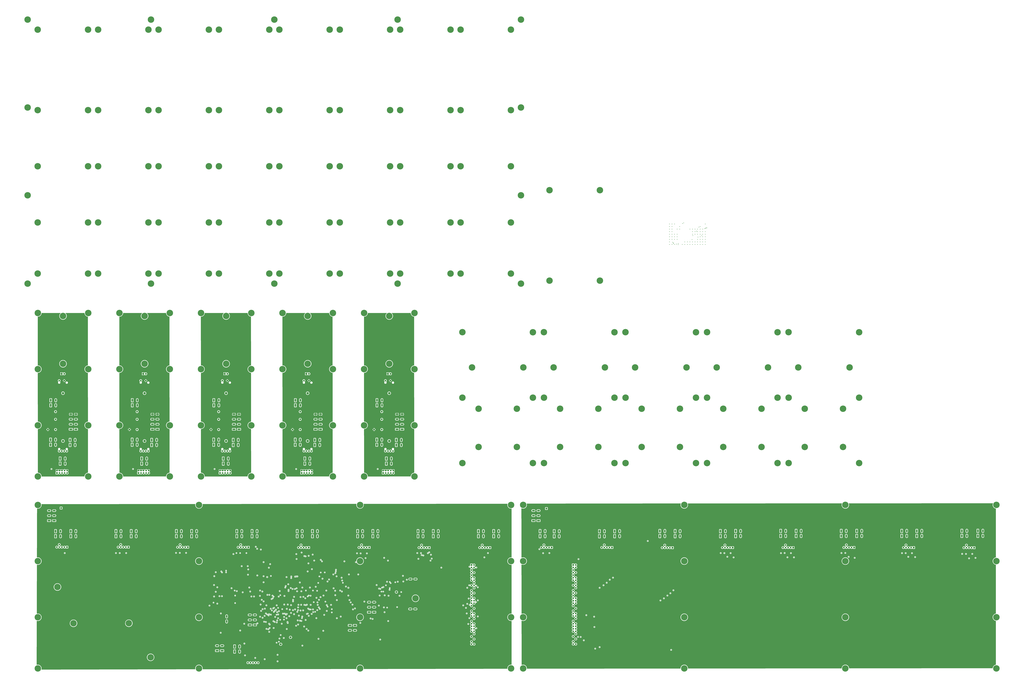
<source format=gbr>
%TF.GenerationSoftware,KiCad,Pcbnew,7.0.8*%
%TF.CreationDate,2023-11-15T12:02:34+01:00*%
%TF.ProjectId,JL,4a4c2e6b-6963-4616-945f-706362585858,rev?*%
%TF.SameCoordinates,Original*%
%TF.FileFunction,Copper,L3,Inr*%
%TF.FilePolarity,Positive*%
%FSLAX46Y46*%
G04 Gerber Fmt 4.6, Leading zero omitted, Abs format (unit mm)*
G04 Created by KiCad (PCBNEW 7.0.8) date 2023-11-15 12:02:34*
%MOMM*%
%LPD*%
G01*
G04 APERTURE LIST*
%TA.AperFunction,ComponentPad*%
%ADD10C,0.800000*%
%TD*%
%TA.AperFunction,ComponentPad*%
%ADD11C,6.400000*%
%TD*%
%TA.AperFunction,ComponentPad*%
%ADD12R,1.500000X3.000000*%
%TD*%
%TA.AperFunction,ComponentPad*%
%ADD13O,1.500000X3.000000*%
%TD*%
%TA.AperFunction,ComponentPad*%
%ADD14R,1.700000X1.700000*%
%TD*%
%TA.AperFunction,ComponentPad*%
%ADD15O,1.700000X1.700000*%
%TD*%
%TA.AperFunction,ComponentPad*%
%ADD16R,3.000000X1.500000*%
%TD*%
%TA.AperFunction,ComponentPad*%
%ADD17O,3.000000X1.500000*%
%TD*%
%TA.AperFunction,ComponentPad*%
%ADD18C,1.803400*%
%TD*%
%TA.AperFunction,ComponentPad*%
%ADD19C,2.000000*%
%TD*%
%TA.AperFunction,ComponentPad*%
%ADD20C,1.700000*%
%TD*%
%TA.AperFunction,ComponentPad*%
%ADD21C,2.400000*%
%TD*%
%TA.AperFunction,ComponentPad*%
%ADD22R,1.800000X1.800000*%
%TD*%
%TA.AperFunction,ComponentPad*%
%ADD23C,1.800000*%
%TD*%
%TA.AperFunction,ViaPad*%
%ADD24C,0.550000*%
%TD*%
%TA.AperFunction,ViaPad*%
%ADD25C,0.700000*%
%TD*%
%TA.AperFunction,ViaPad*%
%ADD26C,0.800000*%
%TD*%
G04 APERTURE END LIST*
D10*
%TO.N,N/C*%
%TO.C,H152*%
X300320682Y-615373023D03*
X301023626Y-613675967D03*
X301023626Y-617070079D03*
X302720682Y-612973023D03*
D11*
X302720682Y-615373023D03*
D10*
X302720682Y-617773023D03*
X304417738Y-613675967D03*
X304417738Y-617070079D03*
X305120682Y-615373023D03*
%TD*%
%TO.N,N/C*%
%TO.C,H267*%
X822950000Y-472050000D03*
X823652944Y-470352944D03*
X823652944Y-473747056D03*
X825350000Y-469650000D03*
D11*
X825350000Y-472050000D03*
D10*
X825350000Y-474450000D03*
X827047056Y-470352944D03*
X827047056Y-473747056D03*
X827750000Y-472050000D03*
%TD*%
%TO.N,N/C*%
%TO.C,H198*%
X381320682Y-452873023D03*
X382023626Y-451175967D03*
X382023626Y-454570079D03*
X383720682Y-450473023D03*
D11*
X383720682Y-452873023D03*
D10*
X383720682Y-455273023D03*
X385417738Y-451175967D03*
X385417738Y-454570079D03*
X386120682Y-452873023D03*
%TD*%
D12*
%TO.N,Net-(J502-Pin_1)*%
%TO.C,J510*%
X346470682Y-539623023D03*
X346470682Y-544623023D03*
D13*
%TO.N,Net-(J502-Pin_2)*%
X351470682Y-539623023D03*
X351470682Y-544623023D03*
%TD*%
D10*
%TO.N,N/C*%
%TO.C,H187*%
X381320682Y-615373023D03*
X382023626Y-613675967D03*
X382023626Y-617070079D03*
X383720682Y-612973023D03*
D11*
X383720682Y-615373023D03*
D10*
X383720682Y-617773023D03*
X385417738Y-613675967D03*
X385417738Y-617070079D03*
X386120682Y-615373023D03*
%TD*%
D12*
%TO.N,NEUT2*%
%TO.C,J8*%
X888579716Y-669546648D03*
X888579716Y-674546648D03*
D13*
%TO.N,LINE2*%
X893579716Y-669546648D03*
X893579716Y-674546648D03*
%TD*%
D10*
%TO.N,N/C*%
%TO.C,H108*%
X890302944Y-755346648D03*
X891005888Y-753649592D03*
X891005888Y-757043704D03*
X892702944Y-752946648D03*
D11*
X892702944Y-755346648D03*
D10*
X892702944Y-757746648D03*
X894400000Y-753649592D03*
X894400000Y-757043704D03*
X895102944Y-755346648D03*
%TD*%
%TO.N,N/C*%
%TO.C,H252*%
X741950000Y-537050000D03*
X742652944Y-535352944D03*
X742652944Y-538747056D03*
X744350000Y-534650000D03*
D11*
X744350000Y-537050000D03*
D10*
X744350000Y-539450000D03*
X746047056Y-535352944D03*
X746047056Y-538747056D03*
X746750000Y-537050000D03*
%TD*%
%TO.N,N/C*%
%TO.C,H258*%
X822950000Y-602050000D03*
X823652944Y-600352944D03*
X823652944Y-603747056D03*
X825350000Y-599650000D03*
D11*
X825350000Y-602050000D03*
D10*
X825350000Y-604450000D03*
X827047056Y-600352944D03*
X827047056Y-603747056D03*
X827750000Y-602050000D03*
%TD*%
%TO.N,N/C*%
%TO.C,H272*%
X888000000Y-586050000D03*
X888702944Y-584352944D03*
X888702944Y-587747056D03*
X890400000Y-583650000D03*
D11*
X890400000Y-586050000D03*
D10*
X890400000Y-588450000D03*
X892097056Y-584352944D03*
X892097056Y-587747056D03*
X892800000Y-586050000D03*
%TD*%
%TO.N,N/C*%
%TO.C,H235*%
X607000000Y-586050000D03*
X607702944Y-584352944D03*
X607702944Y-587747056D03*
X609400000Y-583650000D03*
D11*
X609400000Y-586050000D03*
D10*
X609400000Y-588450000D03*
X611097056Y-584352944D03*
X611097056Y-587747056D03*
X611800000Y-586050000D03*
%TD*%
%TO.N,N/C*%
%TO.C,H108*%
X88300682Y-643708023D03*
X89003626Y-642010967D03*
X89003626Y-645405079D03*
X90700682Y-641308023D03*
D11*
X90700682Y-643708023D03*
D10*
X90700682Y-646108023D03*
X92397738Y-642010967D03*
X92397738Y-645405079D03*
X93100682Y-643708023D03*
%TD*%
%TO.N,N/C*%
%TO.C,H270*%
X903950000Y-602050000D03*
X904652944Y-600352944D03*
X904652944Y-603747056D03*
X906350000Y-599650000D03*
D11*
X906350000Y-602050000D03*
D10*
X906350000Y-604450000D03*
X908047056Y-600352944D03*
X908047056Y-603747056D03*
X908750000Y-602050000D03*
%TD*%
%TO.N,N/C*%
%TO.C,H266*%
X813500000Y-507050000D03*
X814202944Y-505352944D03*
X814202944Y-508747056D03*
X815900000Y-504650000D03*
D11*
X815900000Y-507050000D03*
D10*
X815900000Y-509450000D03*
X817597056Y-505352944D03*
X817597056Y-508747056D03*
X818300000Y-507050000D03*
%TD*%
%TO.N,N/C*%
%TO.C,H256*%
X671902944Y-471997056D03*
X672605888Y-470300000D03*
X672605888Y-473694112D03*
X674302944Y-469597056D03*
D11*
X674302944Y-471997056D03*
D10*
X674302944Y-474397056D03*
X676000000Y-470300000D03*
X676000000Y-473694112D03*
X676702944Y-471997056D03*
%TD*%
%TO.N,N/C*%
%TO.C,H113*%
X219320682Y-564539689D03*
X220023626Y-562842633D03*
X220023626Y-566236745D03*
X221720682Y-562139689D03*
D11*
X221720682Y-564539689D03*
D10*
X221720682Y-566939689D03*
X223417738Y-562842633D03*
X223417738Y-566236745D03*
X224120682Y-564539689D03*
%TD*%
%TO.N,N/C*%
%TO.C,H108*%
X730302944Y-643679982D03*
X731005888Y-641982926D03*
X731005888Y-645377038D03*
X732702944Y-641279982D03*
D11*
X732702944Y-643679982D03*
D10*
X732702944Y-646079982D03*
X734400000Y-641982926D03*
X734400000Y-645377038D03*
X735102944Y-643679982D03*
%TD*%
D12*
%TO.N,/module-master/R_to_C_0*%
%TO.C,SW509*%
X265320682Y-578873023D03*
X265320682Y-583873023D03*
D13*
%TO.N,/module-master/A_to_ALQ305_0*%
X270320682Y-578873023D03*
X270320682Y-583873023D03*
%TD*%
D10*
%TO.N,N/C*%
%TO.C,H108*%
X408300682Y-643708023D03*
X409003626Y-642010967D03*
X409003626Y-645405079D03*
X410700682Y-641308023D03*
D11*
X410700682Y-643708023D03*
D10*
X410700682Y-646108023D03*
X412397738Y-642010967D03*
X412397738Y-645405079D03*
X413100682Y-643708023D03*
%TD*%
%TO.N,N/C*%
%TO.C,H157*%
X388150682Y-362891355D03*
X388853626Y-361194299D03*
X388853626Y-364588411D03*
X390550682Y-360491355D03*
D11*
X390550682Y-362891355D03*
D10*
X390550682Y-365291355D03*
X392247738Y-361194299D03*
X392247738Y-364588411D03*
X392950682Y-362891355D03*
%TD*%
%TO.N,N/C*%
%TO.C,H108*%
X596500000Y-420750000D03*
X597202944Y-419052944D03*
X597202944Y-422447056D03*
X598900000Y-418350000D03*
D11*
X598900000Y-420750000D03*
D10*
X598900000Y-423150000D03*
X600597056Y-419052944D03*
X600597056Y-422447056D03*
X601300000Y-420750000D03*
%TD*%
D14*
%TO.N,GATE_OUTPUT_4*%
%TO.C,J105*%
X359720682Y-686088023D03*
D15*
%TO.N,GND*%
X359720682Y-683548023D03*
%TO.N,GATE_4*%
X357180682Y-686088023D03*
%TO.N,GND*%
X357180682Y-683548023D03*
%TO.N,CV_OUTPUT_4*%
X354640682Y-686088023D03*
%TO.N,GND*%
X354640682Y-683548023D03*
%TO.N,RELAYS_4*%
X352100682Y-686088023D03*
%TO.N,+5VA*%
X352100682Y-683548023D03*
%TO.N,CV_4*%
X349560682Y-686088023D03*
%TO.N,GND*%
X349560682Y-683548023D03*
%TD*%
D10*
%TO.N,N/C*%
%TO.C,H153*%
X378150682Y-251224689D03*
X378853626Y-249527633D03*
X378853626Y-252921745D03*
X380550682Y-248824689D03*
D11*
X380550682Y-251224689D03*
D10*
X380550682Y-253624689D03*
X382247738Y-249527633D03*
X382247738Y-252921745D03*
X382950682Y-251224689D03*
%TD*%
%TO.N,N/C*%
%TO.C,H202*%
X412320682Y-564539689D03*
X413023626Y-562842633D03*
X413023626Y-566236745D03*
X414720682Y-562139689D03*
D11*
X414720682Y-564539689D03*
D10*
X414720682Y-566939689D03*
X416417738Y-562842633D03*
X416417738Y-566236745D03*
X417120682Y-564539689D03*
%TD*%
D12*
%TO.N,Net-(J502-Pin_1)*%
%TO.C,J502*%
X103470682Y-539623023D03*
X103470682Y-544623023D03*
D13*
%TO.N,Net-(J502-Pin_2)*%
X108470682Y-539623023D03*
X108470682Y-544623023D03*
%TD*%
D10*
%TO.N,N/C*%
%TO.C,H231*%
X558150682Y-171224689D03*
X558853626Y-169527633D03*
X558853626Y-172921745D03*
X560550682Y-168824689D03*
D11*
X560550682Y-171224689D03*
D10*
X560550682Y-173624689D03*
X562247738Y-169527633D03*
X562247738Y-172921745D03*
X562950682Y-171224689D03*
%TD*%
%TO.N,N/C*%
%TO.C,H177*%
X508150682Y-362891355D03*
X508853626Y-361194299D03*
X508853626Y-364588411D03*
X510550682Y-360491355D03*
D11*
X510550682Y-362891355D03*
D10*
X510550682Y-365291355D03*
X512247738Y-361194299D03*
X512247738Y-364588411D03*
X512950682Y-362891355D03*
%TD*%
%TO.N,N/C*%
%TO.C,H176*%
X558150682Y-413724689D03*
X558853626Y-412027633D03*
X558853626Y-415421745D03*
X560550682Y-411324689D03*
D11*
X560550682Y-413724689D03*
D10*
X560550682Y-416124689D03*
X562247738Y-412027633D03*
X562247738Y-415421745D03*
X562950682Y-413724689D03*
%TD*%
%TO.N,N/C*%
%TO.C,H123*%
X198150682Y-251224689D03*
X198853626Y-249527633D03*
X198853626Y-252921745D03*
X200550682Y-248824689D03*
D11*
X200550682Y-251224689D03*
D10*
X200550682Y-253624689D03*
X202247738Y-249527633D03*
X202247738Y-252921745D03*
X202950682Y-251224689D03*
%TD*%
%TO.N,N/C*%
%TO.C,H161*%
X388150682Y-251224689D03*
X388853626Y-249527633D03*
X388853626Y-252921745D03*
X390550682Y-248824689D03*
D11*
X390550682Y-251224689D03*
D10*
X390550682Y-253624689D03*
X392247738Y-249527633D03*
X392247738Y-252921745D03*
X392950682Y-251224689D03*
%TD*%
%TO.N,N/C*%
%TO.C,H132*%
X194300682Y-455874689D03*
X195003626Y-454177633D03*
X195003626Y-457571745D03*
X196700682Y-453474689D03*
D11*
X196700682Y-455874689D03*
D10*
X196700682Y-458274689D03*
X198397738Y-454177633D03*
X198397738Y-457571745D03*
X199100682Y-455874689D03*
%TD*%
D12*
%TO.N,NEUT*%
%TO.C,J503*%
X363410682Y-669798023D03*
X363410682Y-674798023D03*
D13*
%TO.N,LINE*%
X368410682Y-669798023D03*
X368410682Y-674798023D03*
%TD*%
D10*
%TO.N,N/C*%
%TO.C,H136*%
X318150682Y-413724689D03*
X318853626Y-412027633D03*
X318853626Y-415421745D03*
X320550682Y-411324689D03*
D11*
X320550682Y-413724689D03*
D10*
X320550682Y-416124689D03*
X322247738Y-412027633D03*
X322247738Y-415421745D03*
X322950682Y-413724689D03*
%TD*%
%TO.N,N/C*%
%TO.C,H108*%
X248300682Y-643708023D03*
X249003626Y-642010967D03*
X249003626Y-645405079D03*
X250700682Y-641308023D03*
D11*
X250700682Y-643708023D03*
D10*
X250700682Y-646108023D03*
X252397738Y-642010967D03*
X252397738Y-645405079D03*
X253100682Y-643708023D03*
%TD*%
%TO.N,N/C*%
%TO.C,H204*%
X412320682Y-508706356D03*
X413023626Y-507009300D03*
X413023626Y-510403412D03*
X414720682Y-506306356D03*
D11*
X414720682Y-508706356D03*
D10*
X414720682Y-511106356D03*
X416417738Y-507009300D03*
X416417738Y-510403412D03*
X417120682Y-508706356D03*
%TD*%
%TO.N,N/C*%
%TO.C,H236*%
X645000000Y-586050000D03*
X645702944Y-584352944D03*
X645702944Y-587747056D03*
X647400000Y-583650000D03*
D11*
X647400000Y-586050000D03*
D10*
X647400000Y-588450000D03*
X649097056Y-584352944D03*
X649097056Y-587747056D03*
X649800000Y-586050000D03*
%TD*%
%TO.N,N/C*%
%TO.C,H240*%
X660950000Y-537050000D03*
X661652944Y-535352944D03*
X661652944Y-538747056D03*
X663350000Y-534650000D03*
D11*
X663350000Y-537050000D03*
D10*
X663350000Y-539450000D03*
X665047056Y-535352944D03*
X665047056Y-538747056D03*
X665750000Y-537050000D03*
%TD*%
%TO.N,N/C*%
%TO.C,H215*%
X323121872Y-161229689D03*
X323824816Y-159532633D03*
X323824816Y-162926745D03*
X325521872Y-158829689D03*
D11*
X325521872Y-161229689D03*
D10*
X325521872Y-163629689D03*
X327218928Y-159532633D03*
X327218928Y-162926745D03*
X327921872Y-161229689D03*
%TD*%
%TO.N,N/C*%
%TO.C,H108*%
X564000000Y-586050000D03*
X564702944Y-584352944D03*
X564702944Y-587747056D03*
X566400000Y-583650000D03*
D11*
X566400000Y-586050000D03*
D10*
X566400000Y-588450000D03*
X568097056Y-584352944D03*
X568097056Y-587747056D03*
X568800000Y-586050000D03*
%TD*%
D12*
%TO.N,NEUT2*%
%TO.C,J15*%
X648429716Y-669846648D03*
X648429716Y-674846648D03*
D13*
%TO.N,LINE2*%
X653429716Y-669846648D03*
X653429716Y-674846648D03*
%TD*%
D10*
%TO.N,N/C*%
%TO.C,H191*%
X568121872Y-335896355D03*
X568824816Y-334199299D03*
X568824816Y-337593411D03*
X570521872Y-333496355D03*
D11*
X570521872Y-335896355D03*
D10*
X570521872Y-338296355D03*
X572218928Y-334199299D03*
X572218928Y-337593411D03*
X572921872Y-335896355D03*
%TD*%
%TO.N,N/C*%
%TO.C,H162*%
X300320682Y-564539689D03*
X301023626Y-562842633D03*
X301023626Y-566236745D03*
X302720682Y-562139689D03*
D11*
X302720682Y-564539689D03*
D10*
X302720682Y-566939689D03*
X304417738Y-562842633D03*
X304417738Y-566236745D03*
X305120682Y-564539689D03*
%TD*%
%TO.N,N/C*%
%TO.C,H229*%
X498150682Y-171224689D03*
X498853626Y-169527633D03*
X498853626Y-172921745D03*
X500550682Y-168824689D03*
D11*
X500550682Y-171224689D03*
D10*
X500550682Y-173624689D03*
X502247738Y-169527633D03*
X502247738Y-172921745D03*
X502950682Y-171224689D03*
%TD*%
%TO.N,N/C*%
%TO.C,H222*%
X268150682Y-171224689D03*
X268853626Y-169527633D03*
X268853626Y-172921745D03*
X270550682Y-168824689D03*
D11*
X270550682Y-171224689D03*
D10*
X270550682Y-173624689D03*
X272247738Y-169527633D03*
X272247738Y-172921745D03*
X272950682Y-171224689D03*
%TD*%
%TO.N,N/C*%
%TO.C,H185*%
X300320682Y-452873023D03*
X301023626Y-451175967D03*
X301023626Y-454570079D03*
X302720682Y-450473023D03*
D11*
X302720682Y-452873023D03*
D10*
X302720682Y-455273023D03*
X304417738Y-451175967D03*
X304417738Y-454570079D03*
X305120682Y-452873023D03*
%TD*%
D16*
%TO.N,GND*%
%TO.C,J120*%
X460580682Y-752135523D03*
X465580682Y-752135523D03*
D17*
%TO.N,GATE*%
X460580682Y-747135523D03*
X465580682Y-747135523D03*
%TD*%
D12*
%TO.N,/module-master/R_to_C_0*%
%TO.C,SW514*%
X446720682Y-579123023D03*
X446720682Y-584123023D03*
D13*
%TO.N,/module-master/SW_to_AQ-A_IN_0*%
X451720682Y-579123023D03*
X451720682Y-584123023D03*
%TD*%
D10*
%TO.N,N/C*%
%TO.C,H143*%
X318150682Y-251224689D03*
X318853626Y-249527633D03*
X318853626Y-252921745D03*
X320550682Y-248824689D03*
D11*
X320550682Y-251224689D03*
D10*
X320550682Y-253624689D03*
X322247738Y-249527633D03*
X322247738Y-252921745D03*
X322950682Y-251224689D03*
%TD*%
D14*
%TO.N,GATE_OUTPUT_8*%
%TO.C,J109*%
X600949716Y-686019982D03*
D15*
%TO.N,SECONDARY_GND*%
X600949716Y-683479982D03*
%TO.N,GATE_8*%
X598409716Y-686019982D03*
%TO.N,SECONDARY_GND*%
X598409716Y-683479982D03*
%TO.N,CV_OUTPUT_8*%
X595869716Y-686019982D03*
%TO.N,SECONDARY_GND*%
X595869716Y-683479982D03*
%TO.N,RELAYS_8*%
X593329716Y-686019982D03*
%TO.N,SECONDARY_5VA*%
X593329716Y-683479982D03*
%TO.N,CV_8*%
X590789716Y-686019982D03*
%TO.N,SECONDARY_GND*%
X590789716Y-683479982D03*
%TD*%
D10*
%TO.N,N/C*%
%TO.C,H247*%
X688000000Y-586050000D03*
X688702944Y-584352944D03*
X688702944Y-587747056D03*
X690400000Y-583650000D03*
D11*
X690400000Y-586050000D03*
D10*
X690400000Y-588450000D03*
X692097056Y-584352944D03*
X692097056Y-587747056D03*
X692800000Y-586050000D03*
%TD*%
%TO.N,N/C*%
%TO.C,H200*%
X412320682Y-615373023D03*
X413023626Y-613675967D03*
X413023626Y-617070079D03*
X414720682Y-612973023D03*
D11*
X414720682Y-615373023D03*
D10*
X414720682Y-617773023D03*
X416417738Y-613675967D03*
X416417738Y-617070079D03*
X417120682Y-615373023D03*
%TD*%
%TO.N,N/C*%
%TO.C,H194*%
X78121872Y-423729689D03*
X78824816Y-422032633D03*
X78824816Y-425426745D03*
X80521872Y-421329689D03*
D11*
X80521872Y-423729689D03*
D10*
X80521872Y-426129689D03*
X82218928Y-422032633D03*
X82218928Y-425426745D03*
X82921872Y-423729689D03*
%TD*%
%TO.N,N/C*%
%TO.C,H108*%
X88320682Y-452873023D03*
X89023626Y-451175967D03*
X89023626Y-454570079D03*
X90720682Y-450473023D03*
D11*
X90720682Y-452873023D03*
D10*
X90720682Y-455273023D03*
X92417738Y-451175967D03*
X92417738Y-454570079D03*
X93120682Y-452873023D03*
%TD*%
%TO.N,N/C*%
%TO.C,H108*%
X579950000Y-602050000D03*
X580652944Y-600352944D03*
X580652944Y-603747056D03*
X582350000Y-599650000D03*
D11*
X582350000Y-602050000D03*
D10*
X582350000Y-604450000D03*
X584047056Y-600352944D03*
X584047056Y-603747056D03*
X584750000Y-602050000D03*
%TD*%
%TO.N,N/C*%
%TO.C,H226*%
X388150682Y-171224689D03*
X388853626Y-169527633D03*
X388853626Y-172921745D03*
X390550682Y-168824689D03*
D11*
X390550682Y-171224689D03*
D10*
X390550682Y-173624689D03*
X392247738Y-169527633D03*
X392247738Y-172921745D03*
X392950682Y-171224689D03*
%TD*%
%TO.N,N/C*%
%TO.C,H244*%
X590902944Y-471997056D03*
X591605888Y-470300000D03*
X591605888Y-473694112D03*
X593302944Y-469597056D03*
D11*
X593302944Y-471997056D03*
D10*
X593302944Y-474397056D03*
X595000000Y-470300000D03*
X595000000Y-473694112D03*
X595702944Y-471997056D03*
%TD*%
D12*
%TO.N,NEUT2*%
%TO.C,J7*%
X903979716Y-669546648D03*
X903979716Y-674546648D03*
D13*
%TO.N,LINE2*%
X908979716Y-669546648D03*
X908979716Y-674546648D03*
%TD*%
D14*
%TO.N,GATE_OUTPUT_3*%
%TO.C,J104*%
X299780682Y-685788023D03*
D15*
%TO.N,GND*%
X299780682Y-683248023D03*
%TO.N,GATE_3*%
X297240682Y-685788023D03*
%TO.N,GND*%
X297240682Y-683248023D03*
%TO.N,CV_OUTPUT_3*%
X294700682Y-685788023D03*
%TO.N,GND*%
X294700682Y-683248023D03*
%TO.N,RELAYS_3*%
X292160682Y-685788023D03*
%TO.N,+5VA*%
X292160682Y-683248023D03*
%TO.N,CV_3*%
X289620682Y-685788023D03*
%TO.N,GND*%
X289620682Y-683248023D03*
%TD*%
D10*
%TO.N,N/C*%
%TO.C,H163*%
X250320682Y-508706356D03*
X251023626Y-507009300D03*
X251023626Y-510403412D03*
X252720682Y-506306356D03*
D11*
X252720682Y-508706356D03*
D10*
X252720682Y-511106356D03*
X254417738Y-507009300D03*
X254417738Y-510403412D03*
X255120682Y-508706356D03*
%TD*%
%TO.N,N/C*%
%TO.C,H224*%
X328150682Y-171224689D03*
X328853626Y-169527633D03*
X328853626Y-172921745D03*
X330550682Y-168824689D03*
D11*
X330550682Y-171224689D03*
D10*
X330550682Y-173624689D03*
X332247738Y-169527633D03*
X332247738Y-172921745D03*
X332950682Y-171224689D03*
%TD*%
D12*
%TO.N,NEUT2*%
%TO.C,J2*%
X589479716Y-669746648D03*
X589479716Y-674746648D03*
D13*
%TO.N,LINE2*%
X594479716Y-669746648D03*
X594479716Y-674746648D03*
%TD*%
D10*
%TO.N,N/C*%
%TO.C,H150*%
X378150682Y-307058022D03*
X378853626Y-305360966D03*
X378853626Y-308755078D03*
X380550682Y-304658022D03*
D11*
X380550682Y-307058022D03*
D10*
X380550682Y-309458022D03*
X382247738Y-305360966D03*
X382247738Y-308755078D03*
X382950682Y-307058022D03*
%TD*%
%TO.N,N/C*%
%TO.C,H126*%
X258150682Y-413724689D03*
X258853626Y-412027633D03*
X258853626Y-415421745D03*
X260550682Y-411324689D03*
D11*
X260550682Y-413724689D03*
D10*
X260550682Y-416124689D03*
X262247738Y-412027633D03*
X262247738Y-415421745D03*
X262950682Y-413724689D03*
%TD*%
D16*
%TO.N,NEUT*%
%TO.C,J202*%
X101890682Y-659358023D03*
X106890682Y-659358023D03*
D17*
%TO.N,LINE*%
X101890682Y-654358023D03*
X106890682Y-654358023D03*
%TO.N,Earth_Protective*%
X101890682Y-649358023D03*
X106890682Y-649358023D03*
%TD*%
D10*
%TO.N,N/C*%
%TO.C,H108*%
X408300682Y-699541356D03*
X409003626Y-697844300D03*
X409003626Y-701238412D03*
X410700682Y-697141356D03*
D11*
X410700682Y-699541356D03*
D10*
X410700682Y-701941356D03*
X412397738Y-697844300D03*
X412397738Y-701238412D03*
X413100682Y-699541356D03*
%TD*%
%TO.N,N/C*%
%TO.C,H108*%
X890302944Y-806179982D03*
X891005888Y-804482926D03*
X891005888Y-807877038D03*
X892702944Y-803779982D03*
D11*
X892702944Y-806179982D03*
D10*
X892702944Y-808579982D03*
X894400000Y-804482926D03*
X894400000Y-807877038D03*
X895102944Y-806179982D03*
%TD*%
%TO.N,N/C*%
%TO.C,H108*%
X730302944Y-806179982D03*
X731005888Y-804482926D03*
X731005888Y-807877038D03*
X732702944Y-803779982D03*
D11*
X732702944Y-806179982D03*
D10*
X732702944Y-808579982D03*
X734400000Y-804482926D03*
X734400000Y-807877038D03*
X735102944Y-806179982D03*
%TD*%
%TO.N,N/C*%
%TO.C,H165*%
X448150682Y-413724689D03*
X448853626Y-412027633D03*
X448853626Y-415421745D03*
X450550682Y-411324689D03*
D11*
X450550682Y-413724689D03*
D10*
X450550682Y-416124689D03*
X452247738Y-412027633D03*
X452247738Y-415421745D03*
X452950682Y-413724689D03*
%TD*%
%TO.N,N/C*%
%TO.C,H193*%
X381320682Y-508706356D03*
X382023626Y-507009300D03*
X382023626Y-510403412D03*
X383720682Y-506306356D03*
D11*
X383720682Y-508706356D03*
D10*
X383720682Y-511106356D03*
X385417738Y-507009300D03*
X385417738Y-510403412D03*
X386120682Y-508706356D03*
%TD*%
D14*
%TO.N,GND*%
%TO.C,J1*%
X311980682Y-800574689D03*
D15*
%TO.N,+5VA*%
X309440682Y-800574689D03*
%TO.N,+6V*%
X306900682Y-800574689D03*
%TO.N,/Power Supply/5VA Unfiltered*%
X304360682Y-800574689D03*
%TO.N,/Power Supply/Unfiltered-6V*%
X301820682Y-800574689D03*
%TO.N,+12V*%
X299280682Y-800574689D03*
%TD*%
D10*
%TO.N,N/C*%
%TO.C,H186*%
X331320682Y-615373023D03*
X332023626Y-613675967D03*
X332023626Y-617070079D03*
X333720682Y-612973023D03*
D11*
X333720682Y-615373023D03*
D10*
X333720682Y-617773023D03*
X335417738Y-613675967D03*
X335417738Y-617070079D03*
X336120682Y-615373023D03*
%TD*%
%TO.N,N/C*%
%TO.C,H146*%
X378150682Y-413724689D03*
X378853626Y-412027633D03*
X378853626Y-415421745D03*
X380550682Y-411324689D03*
D11*
X380550682Y-413724689D03*
D10*
X380550682Y-416124689D03*
X382247738Y-412027633D03*
X382247738Y-415421745D03*
X382950682Y-413724689D03*
%TD*%
D16*
%TO.N,unconnected-(U501-LOAD-1-Pad1)*%
%TO.C,U505*%
X447470682Y-568523023D03*
X452470682Y-568523023D03*
D17*
%TO.N,unconnected-(U501-LOAD-2-Pad2)*%
X447470682Y-563523023D03*
X452470682Y-563523023D03*
%TO.N,/module-master/SW_to_AQ-A_IN_0*%
X447470682Y-558523023D03*
X452470682Y-558523023D03*
%TO.N,_GND_0*%
X447470682Y-553523023D03*
X452470682Y-553523023D03*
%TD*%
D16*
%TO.N,unconnected-(U501-LOAD-1-Pad1)*%
%TO.C,U504*%
X366470682Y-568523023D03*
X371470682Y-568523023D03*
D17*
%TO.N,unconnected-(U501-LOAD-2-Pad2)*%
X366470682Y-563523023D03*
X371470682Y-563523023D03*
%TO.N,/module-master/SW_to_AQ-A_IN_0*%
X366470682Y-558523023D03*
X371470682Y-558523023D03*
%TO.N,_GND_0*%
X366470682Y-553523023D03*
X371470682Y-553523023D03*
%TD*%
D10*
%TO.N,N/C*%
%TO.C,H108*%
X1040302944Y-806179982D03*
X1041005888Y-804482926D03*
X1041005888Y-807877038D03*
X1042702944Y-803779982D03*
D11*
X1042702944Y-806179982D03*
D10*
X1042702944Y-808579982D03*
X1044400000Y-804482926D03*
X1044400000Y-807877038D03*
X1045102944Y-806179982D03*
%TD*%
%TO.N,N/C*%
%TO.C,H135*%
X268150682Y-413724689D03*
X268853626Y-412027633D03*
X268853626Y-415421745D03*
X270550682Y-411324689D03*
D11*
X270550682Y-413724689D03*
D10*
X270550682Y-416124689D03*
X272247738Y-412027633D03*
X272247738Y-415421745D03*
X272950682Y-413724689D03*
%TD*%
D12*
%TO.N,NEUT*%
%TO.C,J503*%
X423410682Y-669798023D03*
X423410682Y-674798023D03*
D13*
%TO.N,LINE*%
X428410682Y-669798023D03*
X428410682Y-674798023D03*
%TD*%
D12*
%TO.N,NEUT*%
%TO.C,J504*%
X528260682Y-669798023D03*
X528260682Y-674798023D03*
D13*
%TO.N,LINE*%
X533260682Y-669798023D03*
X533260682Y-674798023D03*
%TD*%
D10*
%TO.N,N/C*%
%TO.C,H166*%
X498150682Y-413724689D03*
X498853626Y-412027633D03*
X498853626Y-415421745D03*
X500550682Y-411324689D03*
D11*
X500550682Y-413724689D03*
D10*
X500550682Y-416124689D03*
X502247738Y-412027633D03*
X502247738Y-415421745D03*
X502950682Y-413724689D03*
%TD*%
%TO.N,N/C*%
%TO.C,H108*%
X138150682Y-362891355D03*
X138853626Y-361194299D03*
X138853626Y-364588411D03*
X140550682Y-360491355D03*
D11*
X140550682Y-362891355D03*
D10*
X140550682Y-365291355D03*
X142247738Y-361194299D03*
X142247738Y-364588411D03*
X142950682Y-362891355D03*
%TD*%
%TO.N,N/C*%
%TO.C,H108*%
X570302944Y-643679982D03*
X571005888Y-641982926D03*
X571005888Y-645377038D03*
X572702944Y-641279982D03*
D11*
X572702944Y-643679982D03*
D10*
X572702944Y-646079982D03*
X574400000Y-641982926D03*
X574400000Y-645377038D03*
X575102944Y-643679982D03*
%TD*%
D12*
%TO.N,/module-master/R_to_C_0*%
%TO.C,SW505*%
X203720682Y-579123023D03*
X203720682Y-584123023D03*
D13*
%TO.N,/module-master/SW_to_AQ-A_IN_0*%
X208720682Y-579123023D03*
X208720682Y-584123023D03*
%TD*%
D10*
%TO.N,N/C*%
%TO.C,H171*%
X448150682Y-251224689D03*
X448853626Y-249527633D03*
X448853626Y-252921745D03*
X450550682Y-248824689D03*
D11*
X450550682Y-251224689D03*
D10*
X450550682Y-253624689D03*
X452247738Y-249527633D03*
X452247738Y-252921745D03*
X452950682Y-251224689D03*
%TD*%
%TO.N,N/C*%
%TO.C,H108*%
X526000000Y-548050000D03*
X526702944Y-546352944D03*
X526702944Y-549747056D03*
X528400000Y-545650000D03*
D11*
X528400000Y-548050000D03*
D10*
X528400000Y-550450000D03*
X530097056Y-546352944D03*
X530097056Y-549747056D03*
X530800000Y-548050000D03*
%TD*%
%TO.N,N/C*%
%TO.C,H108*%
X248300682Y-806208023D03*
X249003626Y-804510967D03*
X249003626Y-807905079D03*
X250700682Y-803808023D03*
D11*
X250700682Y-806208023D03*
D10*
X250700682Y-808608023D03*
X252397738Y-804510967D03*
X252397738Y-807905079D03*
X253100682Y-806208023D03*
%TD*%
%TO.N,N/C*%
%TO.C,H108*%
X564000000Y-548050000D03*
X564702944Y-546352944D03*
X564702944Y-549747056D03*
X566400000Y-545650000D03*
D11*
X566400000Y-548050000D03*
D10*
X566400000Y-550450000D03*
X568097056Y-546352944D03*
X568097056Y-549747056D03*
X568800000Y-548050000D03*
%TD*%
D12*
%TO.N,NEUT*%
%TO.C,J503*%
X543410682Y-669798023D03*
X543410682Y-674798023D03*
D13*
%TO.N,LINE*%
X548410682Y-669798023D03*
X548410682Y-674798023D03*
%TD*%
D10*
%TO.N,N/C*%
%TO.C,H108*%
X408300682Y-755374689D03*
X409003626Y-753677633D03*
X409003626Y-757071745D03*
X410700682Y-752974689D03*
D11*
X410700682Y-755374689D03*
D10*
X410700682Y-757774689D03*
X412397738Y-753677633D03*
X412397738Y-757071745D03*
X413100682Y-755374689D03*
%TD*%
D12*
%TO.N,/module-master/R_to_C_0*%
%TO.C,SW515*%
X427320682Y-578873023D03*
X427320682Y-583873023D03*
D13*
%TO.N,/module-master/A_to_ALQ305_0*%
X432320682Y-578873023D03*
X432320682Y-583873023D03*
%TD*%
D18*
%TO.N,/module-master/A_to_ALQ305_0*%
%TO.C,K502*%
X189280682Y-568763023D03*
%TO.N,_GND_0*%
X181660682Y-568763023D03*
%TO.N,Net-(J502-Pin_2)*%
X189280682Y-558603023D03*
%TO.N,Net-(J502-Pin_1)*%
X189280682Y-550983023D03*
%TD*%
D10*
%TO.N,N/C*%
%TO.C,H122*%
X219320682Y-508706356D03*
X220023626Y-507009300D03*
X220023626Y-510403412D03*
X221720682Y-506306356D03*
D11*
X221720682Y-508706356D03*
D10*
X221720682Y-511106356D03*
X223417738Y-507009300D03*
X223417738Y-510403412D03*
X224120682Y-508706356D03*
%TD*%
%TO.N,N/C*%
%TO.C,H108*%
X138150682Y-251224689D03*
X138853626Y-249527633D03*
X138853626Y-252921745D03*
X140550682Y-248824689D03*
D11*
X140550682Y-251224689D03*
D10*
X140550682Y-253624689D03*
X142247738Y-249527633D03*
X142247738Y-252921745D03*
X142950682Y-251224689D03*
%TD*%
D12*
%TO.N,/Power Supply/PowerIn+*%
%TO.C,SW201*%
X286085682Y-784448023D03*
X286085682Y-789448023D03*
D13*
%TO.N,/Power Supply/POL-FET-D*%
X291085682Y-784448023D03*
X291085682Y-789448023D03*
%TD*%
D10*
%TO.N,N/C*%
%TO.C,H184*%
X250320682Y-452873023D03*
X251023626Y-451175967D03*
X251023626Y-454570079D03*
X252720682Y-450473023D03*
D11*
X252720682Y-452873023D03*
D10*
X252720682Y-455273023D03*
X254417738Y-451175967D03*
X254417738Y-454570079D03*
X255120682Y-452873023D03*
%TD*%
%TO.N,N/C*%
%TO.C,H151*%
X328150682Y-251224689D03*
X328853626Y-249527633D03*
X328853626Y-252921745D03*
X330550682Y-248824689D03*
D11*
X330550682Y-251224689D03*
D10*
X330550682Y-253624689D03*
X332247738Y-249527633D03*
X332247738Y-252921745D03*
X332950682Y-251224689D03*
%TD*%
%TO.N,N/C*%
%TO.C,H208*%
X412320682Y-452873023D03*
X413023626Y-451175967D03*
X413023626Y-454570079D03*
X414720682Y-450473023D03*
D11*
X414720682Y-452873023D03*
D10*
X414720682Y-455273023D03*
X416417738Y-451175967D03*
X416417738Y-454570079D03*
X417120682Y-452873023D03*
%TD*%
D12*
%TO.N,NEUT2*%
%TO.C,J17*%
X708429716Y-669646648D03*
X708429716Y-674646648D03*
D13*
%TO.N,LINE2*%
X713429716Y-669646648D03*
X713429716Y-674646648D03*
%TD*%
D10*
%TO.N,N/C*%
%TO.C,H108*%
X138320682Y-452873023D03*
X139023626Y-451175967D03*
X139023626Y-454570079D03*
X140720682Y-450473023D03*
D11*
X140720682Y-452873023D03*
D10*
X140720682Y-455273023D03*
X142417738Y-451175967D03*
X142417738Y-454570079D03*
X143120682Y-452873023D03*
%TD*%
%TO.N,N/C*%
%TO.C,H263*%
X752950000Y-537050000D03*
X753652944Y-535352944D03*
X753652944Y-538747056D03*
X755350000Y-534650000D03*
D11*
X755350000Y-537050000D03*
D10*
X755350000Y-539450000D03*
X757047056Y-535352944D03*
X757047056Y-538747056D03*
X757750000Y-537050000D03*
%TD*%
D12*
%TO.N,NEUT2*%
%TO.C,J3*%
X1024279716Y-669446648D03*
X1024279716Y-674446648D03*
D13*
%TO.N,LINE2*%
X1029279716Y-669446648D03*
X1029279716Y-674446648D03*
%TD*%
D10*
%TO.N,N/C*%
%TO.C,H111*%
X219320682Y-615373023D03*
X220023626Y-613675967D03*
X220023626Y-617070079D03*
X221720682Y-612973023D03*
D11*
X221720682Y-615373023D03*
D10*
X221720682Y-617773023D03*
X223417738Y-613675967D03*
X223417738Y-617070079D03*
X224120682Y-615373023D03*
%TD*%
D14*
%TO.N,GATE_CommonChannelOutput*%
%TO.C,J117*%
X521380682Y-703378023D03*
D15*
%TO.N,CV_CommonChannelOutput*%
X523920682Y-703378023D03*
%TO.N,\u002ARELAYS_14*%
X521380682Y-705918023D03*
%TO.N,\u002AGATE_8*%
X523920682Y-705918023D03*
%TO.N,CV_CommonChannelOutput*%
X521380682Y-708458023D03*
%TO.N,GND*%
X523920682Y-708458023D03*
%TO.N,\u002ACV_14*%
X521380682Y-710998023D03*
%TO.N,\u002ARELAYS_8*%
X523920682Y-710998023D03*
%TO.N,\u002ACV_8*%
X521380682Y-713538023D03*
%TO.N,GND*%
X523920682Y-713538023D03*
%TO.N,+5VA*%
X521380682Y-716078023D03*
%TO.N,GATE_CommonChannelOutput*%
X523920682Y-716078023D03*
%TO.N,\u002AGATE_9*%
X521380682Y-718618023D03*
%TO.N,GATE_CommonChannelOutput*%
X523920682Y-718618023D03*
%TO.N,GND*%
X521380682Y-721158023D03*
%TO.N,CV_CommonChannelOutput*%
X523920682Y-721158023D03*
%TO.N,\u002ARELAYS_9*%
X521380682Y-723698023D03*
%TO.N,+5VA*%
X523920682Y-723698023D03*
%TO.N,GND*%
X521380682Y-726238023D03*
%TO.N,\u002ACV_9*%
X523920682Y-726238023D03*
%TO.N,GATE_CommonChannelOutput*%
X521380682Y-728778023D03*
%TO.N,GND*%
X523920682Y-728778023D03*
%TO.N,\u002AGATE_15*%
X521380682Y-731318023D03*
%TO.N,\u002AGATE_10*%
X523920682Y-731318023D03*
%TO.N,CV_CommonChannelOutput*%
X521380682Y-733858023D03*
%TO.N,GND*%
X523920682Y-733858023D03*
%TO.N,CV_CommonChannelOutput*%
X521380682Y-736398023D03*
%TO.N,\u002ARELAYS_10*%
X523920682Y-736398023D03*
%TO.N,\u002ACV_10*%
X521380682Y-738938023D03*
%TO.N,+5VA*%
X523920682Y-738938023D03*
X521380682Y-741478023D03*
%TO.N,GATE_CommonChannelOutput*%
X523920682Y-741478023D03*
%TO.N,\u002AGATE_11*%
X521380682Y-744018023D03*
%TO.N,GND*%
X523920682Y-744018023D03*
X521380682Y-746558023D03*
%TO.N,CV_CommonChannelOutput*%
X523920682Y-746558023D03*
%TO.N,\u002ARELAYS_11*%
X521380682Y-749098023D03*
%TO.N,GND*%
X523920682Y-749098023D03*
%TO.N,+5VA*%
X521380682Y-751638023D03*
%TO.N,\u002ACV_11*%
X523920682Y-751638023D03*
%TO.N,GATE_CommonChannelOutput*%
X521380682Y-754178023D03*
%TO.N,+5VA*%
X523920682Y-754178023D03*
%TO.N,GND*%
X521380682Y-756718023D03*
%TO.N,\u002AGATE_12*%
X523920682Y-756718023D03*
%TO.N,CV_CommonChannelOutput*%
X521380682Y-759258023D03*
%TO.N,GND*%
X523920682Y-759258023D03*
%TO.N,+5VA*%
X521380682Y-761798023D03*
%TO.N,\u002ARELAYS_12*%
X523920682Y-761798023D03*
%TO.N,\u002ACV_12*%
X521380682Y-764338023D03*
%TO.N,\u002ACV_15*%
X523920682Y-764338023D03*
%TO.N,\u002ARELAYS_15*%
X521380682Y-766878023D03*
%TO.N,GATE_CommonChannelOutput*%
X523920682Y-766878023D03*
%TO.N,\u002AGATE_13*%
X521380682Y-769418023D03*
%TO.N,+5VA*%
X523920682Y-769418023D03*
%TO.N,GND*%
X521380682Y-771958023D03*
%TO.N,CV_CommonChannelOutput*%
X523920682Y-771958023D03*
%TO.N,\u002ARELAYS_13*%
X521380682Y-774498023D03*
%TO.N,GND*%
X523920682Y-774498023D03*
X521380682Y-777038023D03*
%TO.N,\u002ACV_13*%
X523920682Y-777038023D03*
%TO.N,GATE_CommonChannelOutput*%
X521380682Y-779578023D03*
%TO.N,GND*%
X523920682Y-779578023D03*
%TO.N,+5VA*%
X521380682Y-782118023D03*
%TO.N,\u002AGATE_14*%
X523920682Y-782118023D03*
%TD*%
D12*
%TO.N,/module-master/R_to_C_0*%
%TO.C,SW508*%
X284720682Y-579123023D03*
X284720682Y-584123023D03*
D13*
%TO.N,/module-master/SW_to_AQ-A_IN_0*%
X289720682Y-579123023D03*
X289720682Y-584123023D03*
%TD*%
D10*
%TO.N,N/C*%
%TO.C,H190*%
X381320682Y-564539689D03*
X382023626Y-562842633D03*
X382023626Y-566236745D03*
X383720682Y-562139689D03*
D11*
X383720682Y-564539689D03*
D10*
X383720682Y-566939689D03*
X385417738Y-562842633D03*
X385417738Y-566236745D03*
X386120682Y-564539689D03*
%TD*%
%TO.N,N/C*%
%TO.C,H225*%
X378150682Y-171224689D03*
X378853626Y-169527633D03*
X378853626Y-172921745D03*
X380550682Y-168824689D03*
D11*
X380550682Y-171224689D03*
D10*
X380550682Y-173624689D03*
X382247738Y-169527633D03*
X382247738Y-172921745D03*
X382950682Y-171224689D03*
%TD*%
%TO.N,N/C*%
%TO.C,H237*%
X607000000Y-548050000D03*
X607702944Y-546352944D03*
X607702944Y-549747056D03*
X609400000Y-545650000D03*
D11*
X609400000Y-548050000D03*
D10*
X609400000Y-550450000D03*
X611097056Y-546352944D03*
X611097056Y-549747056D03*
X611800000Y-548050000D03*
%TD*%
%TO.N,N/C*%
%TO.C,H178*%
X558150682Y-362891355D03*
X558853626Y-361194299D03*
X558853626Y-364588411D03*
X560550682Y-360491355D03*
D11*
X560550682Y-362891355D03*
D10*
X560550682Y-365291355D03*
X562247738Y-361194299D03*
X562247738Y-364588411D03*
X562950682Y-362891355D03*
%TD*%
%TO.N,N/C*%
%TO.C,H201*%
X462320682Y-615373023D03*
X463023626Y-613675967D03*
X463023626Y-617070079D03*
X464720682Y-612973023D03*
D11*
X464720682Y-615373023D03*
D10*
X464720682Y-617773023D03*
X466417738Y-613675967D03*
X466417738Y-617070079D03*
X467120682Y-615373023D03*
%TD*%
D12*
%TO.N,GND*%
%TO.C,SW302*%
X273225682Y-754500523D03*
X273225682Y-759500523D03*
D13*
%TO.N,Net-(U302-TR)*%
X278225682Y-754500523D03*
X278225682Y-759500523D03*
%TD*%
D16*
%TO.N,unconnected-(U501-LOAD-1-Pad1)*%
%TO.C,U501*%
X123470682Y-568523023D03*
X128470682Y-568523023D03*
D17*
%TO.N,unconnected-(U501-LOAD-2-Pad2)*%
X123470682Y-563523023D03*
X128470682Y-563523023D03*
%TO.N,/module-master/SW_to_AQ-A_IN_0*%
X123470682Y-558523023D03*
X128470682Y-558523023D03*
%TO.N,_GND_0*%
X123470682Y-553523023D03*
X128470682Y-553523023D03*
%TD*%
D10*
%TO.N,N/C*%
%TO.C,H239*%
X590950000Y-537050000D03*
X591652944Y-535352944D03*
X591652944Y-538747056D03*
X593350000Y-534650000D03*
D11*
X593350000Y-537050000D03*
D10*
X593350000Y-539450000D03*
X595047056Y-535352944D03*
X595047056Y-538747056D03*
X595750000Y-537050000D03*
%TD*%
D12*
%TO.N,NEUT*%
%TO.C,J503*%
X483410682Y-669798023D03*
X483410682Y-674798023D03*
D13*
%TO.N,LINE*%
X488410682Y-669798023D03*
X488410682Y-674798023D03*
%TD*%
D10*
%TO.N,N/C*%
%TO.C,H158*%
X438150682Y-362891355D03*
X438853626Y-361194299D03*
X438853626Y-364588411D03*
X440550682Y-360491355D03*
D11*
X440550682Y-362891355D03*
D10*
X440550682Y-365291355D03*
X442247738Y-361194299D03*
X442247738Y-364588411D03*
X442950682Y-362891355D03*
%TD*%
D12*
%TO.N,_GATE_0*%
%TO.C,SW504*%
X193820682Y-597623023D03*
X193820682Y-602623023D03*
D13*
%TO.N,_GATE_OUTPUT_0*%
X198820682Y-597623023D03*
X198820682Y-602623023D03*
%TD*%
D14*
%TO.N,GATE_OUTPUT_15*%
%TO.C,J116*%
X1020609716Y-686219982D03*
D15*
%TO.N,SECONDARY_GND*%
X1020609716Y-683679982D03*
%TO.N,GATE_15*%
X1018069716Y-686219982D03*
%TO.N,SECONDARY_GND*%
X1018069716Y-683679982D03*
%TO.N,CV_OUTPUT_15*%
X1015529716Y-686219982D03*
%TO.N,SECONDARY_GND*%
X1015529716Y-683679982D03*
%TO.N,RELAYS_15*%
X1012989716Y-686219982D03*
%TO.N,SECONDARY_5VA*%
X1012989716Y-683679982D03*
%TO.N,CV_15*%
X1010449716Y-686219982D03*
%TO.N,SECONDARY_GND*%
X1010449716Y-683679982D03*
%TD*%
D12*
%TO.N,_GATE_0*%
%TO.C,SW513*%
X436820682Y-597623023D03*
X436820682Y-602623023D03*
D13*
%TO.N,_GATE_OUTPUT_0*%
X441820682Y-597623023D03*
X441820682Y-602623023D03*
%TD*%
D10*
%TO.N,N/C*%
%TO.C,H108*%
X570302944Y-699513315D03*
X571005888Y-697816259D03*
X571005888Y-701210371D03*
X572702944Y-697113315D03*
D11*
X572702944Y-699513315D03*
D10*
X572702944Y-701913315D03*
X574400000Y-697816259D03*
X574400000Y-701210371D03*
X575102944Y-699513315D03*
%TD*%
%TO.N,N/C*%
%TO.C,H250*%
X726000000Y-548050000D03*
X726702944Y-546352944D03*
X726702944Y-549747056D03*
X728400000Y-545650000D03*
D11*
X728400000Y-548050000D03*
D10*
X728400000Y-550450000D03*
X730097056Y-546352944D03*
X730097056Y-549747056D03*
X730800000Y-548050000D03*
%TD*%
%TO.N,N/C*%
%TO.C,H118*%
X198150682Y-362891355D03*
X198853626Y-361194299D03*
X198853626Y-364588411D03*
X200550682Y-360491355D03*
D11*
X200550682Y-362891355D03*
D10*
X200550682Y-365291355D03*
X202247738Y-361194299D03*
X202247738Y-364588411D03*
X202950682Y-362891355D03*
%TD*%
%TO.N,N/C*%
%TO.C,H275*%
X833950000Y-537050000D03*
X834652944Y-535352944D03*
X834652944Y-538747056D03*
X836350000Y-534650000D03*
D11*
X836350000Y-537050000D03*
D10*
X836350000Y-539450000D03*
X838047056Y-535352944D03*
X838047056Y-538747056D03*
X838750000Y-537050000D03*
%TD*%
D12*
%TO.N,NEUT2*%
%TO.C,J11*%
X828429716Y-669546648D03*
X828429716Y-674546648D03*
D13*
%TO.N,LINE2*%
X833429716Y-669546648D03*
X833429716Y-674546648D03*
%TD*%
D12*
%TO.N,/module-master/R_to_C_0*%
%TO.C,SW511*%
X365720682Y-579123023D03*
X365720682Y-584123023D03*
D13*
%TO.N,/module-master/SW_to_AQ-A_IN_0*%
X370720682Y-579123023D03*
X370720682Y-584123023D03*
%TD*%
D12*
%TO.N,/module-master/R_to_C_0*%
%TO.C,SW502*%
X122720682Y-579123023D03*
X122720682Y-584123023D03*
D13*
%TO.N,/module-master/SW_to_AQ-A_IN_0*%
X127720682Y-579123023D03*
X127720682Y-584123023D03*
%TD*%
D10*
%TO.N,N/C*%
%TO.C,H108*%
X88320682Y-564539689D03*
X89023626Y-562842633D03*
X89023626Y-566236745D03*
X90720682Y-562139689D03*
D11*
X90720682Y-564539689D03*
D10*
X90720682Y-566939689D03*
X92417738Y-562842633D03*
X92417738Y-566236745D03*
X93120682Y-564539689D03*
%TD*%
%TO.N,N/C*%
%TO.C,H230*%
X508150682Y-171224689D03*
X508853626Y-169527633D03*
X508853626Y-172921745D03*
X510550682Y-168824689D03*
D11*
X510550682Y-171224689D03*
D10*
X510550682Y-173624689D03*
X512247738Y-169527633D03*
X512247738Y-172921745D03*
X512950682Y-171224689D03*
%TD*%
%TO.N,N/C*%
%TO.C,H108*%
X408300682Y-806208023D03*
X409003626Y-804510967D03*
X409003626Y-807905079D03*
X410700682Y-803808023D03*
D11*
X410700682Y-806208023D03*
D10*
X410700682Y-808608023D03*
X412397738Y-804510967D03*
X412397738Y-807905079D03*
X413100682Y-806208023D03*
%TD*%
%TO.N,N/C*%
%TO.C,H206*%
X437300682Y-503374689D03*
X438003626Y-501677633D03*
X438003626Y-505071745D03*
X439700682Y-500974689D03*
D11*
X439700682Y-503374689D03*
D10*
X439700682Y-505774689D03*
X441397738Y-501677633D03*
X441397738Y-505071745D03*
X442100682Y-503374689D03*
%TD*%
%TO.N,N/C*%
%TO.C,H276*%
X903950000Y-537050000D03*
X904652944Y-535352944D03*
X904652944Y-538747056D03*
X906350000Y-534650000D03*
D11*
X906350000Y-537050000D03*
D10*
X906350000Y-539450000D03*
X908047056Y-535352944D03*
X908047056Y-538747056D03*
X908750000Y-537050000D03*
%TD*%
%TO.N,N/C*%
%TO.C,H108*%
X526000000Y-586050000D03*
X526702944Y-584352944D03*
X526702944Y-587747056D03*
X528400000Y-583650000D03*
D11*
X528400000Y-586050000D03*
D10*
X528400000Y-588450000D03*
X530097056Y-584352944D03*
X530097056Y-587747056D03*
X530800000Y-586050000D03*
%TD*%
%TO.N,N/C*%
%TO.C,H108*%
X138320682Y-615373023D03*
X139023626Y-613675967D03*
X139023626Y-617070079D03*
X140720682Y-612973023D03*
D11*
X140720682Y-615373023D03*
D10*
X140720682Y-617773023D03*
X142417738Y-613675967D03*
X142417738Y-617070079D03*
X143120682Y-615373023D03*
%TD*%
%TO.N,N/C*%
%TO.C,H188*%
X568121872Y-248563022D03*
X568824816Y-246865966D03*
X568824816Y-250260078D03*
X570521872Y-246163022D03*
D11*
X570521872Y-248563022D03*
D10*
X570521872Y-250963022D03*
X572218928Y-246865966D03*
X572218928Y-250260078D03*
X572921872Y-248563022D03*
%TD*%
%TO.N,N/C*%
%TO.C,H233*%
X590950000Y-602050000D03*
X591652944Y-600352944D03*
X591652944Y-603747056D03*
X593350000Y-599650000D03*
D11*
X593350000Y-602050000D03*
D10*
X593350000Y-604450000D03*
X595047056Y-600352944D03*
X595047056Y-603747056D03*
X595750000Y-602050000D03*
%TD*%
%TO.N,N/C*%
%TO.C,H108*%
X509950000Y-602050000D03*
X510652944Y-600352944D03*
X510652944Y-603747056D03*
X512350000Y-599650000D03*
D11*
X512350000Y-602050000D03*
D10*
X512350000Y-604450000D03*
X514047056Y-600352944D03*
X514047056Y-603747056D03*
X514750000Y-602050000D03*
%TD*%
%TO.N,N/C*%
%TO.C,H154*%
X250320682Y-564539689D03*
X251023626Y-562842633D03*
X251023626Y-566236745D03*
X252720682Y-562139689D03*
D11*
X252720682Y-564539689D03*
D10*
X252720682Y-566939689D03*
X254417738Y-562842633D03*
X254417738Y-566236745D03*
X255120682Y-564539689D03*
%TD*%
%TO.N,N/C*%
%TO.C,H195*%
X356300682Y-503374689D03*
X357003626Y-501677633D03*
X357003626Y-505071745D03*
X358700682Y-500974689D03*
D11*
X358700682Y-503374689D03*
D10*
X358700682Y-505774689D03*
X360397738Y-501677633D03*
X360397738Y-505071745D03*
X361100682Y-503374689D03*
%TD*%
%TO.N,N/C*%
%TO.C,H108*%
X113300682Y-503374689D03*
X114003626Y-501677633D03*
X114003626Y-505071745D03*
X115700682Y-500974689D03*
D11*
X115700682Y-503374689D03*
D10*
X115700682Y-505774689D03*
X117397738Y-501677633D03*
X117397738Y-505071745D03*
X118100682Y-503374689D03*
%TD*%
%TO.N,N/C*%
%TO.C,H133*%
X169320682Y-452873023D03*
X170023626Y-451175967D03*
X170023626Y-454570079D03*
X171720682Y-450473023D03*
D11*
X171720682Y-452873023D03*
D10*
X171720682Y-455273023D03*
X173417738Y-451175967D03*
X173417738Y-454570079D03*
X174120682Y-452873023D03*
%TD*%
%TO.N,N/C*%
%TO.C,H108*%
X88320682Y-508706356D03*
X89023626Y-507009300D03*
X89023626Y-510403412D03*
X90720682Y-506306356D03*
D11*
X90720682Y-508706356D03*
D10*
X90720682Y-511106356D03*
X92417738Y-507009300D03*
X92417738Y-510403412D03*
X93120682Y-508706356D03*
%TD*%
%TO.N,N/C*%
%TO.C,H188*%
X78121872Y-248563022D03*
X78824816Y-246865966D03*
X78824816Y-250260078D03*
X80521872Y-246163022D03*
D11*
X80521872Y-248563022D03*
D10*
X80521872Y-250963022D03*
X82218928Y-246865966D03*
X82218928Y-250260078D03*
X82921872Y-248563022D03*
%TD*%
%TO.N,N/C*%
%TO.C,H121*%
X148150682Y-251224689D03*
X148853626Y-249527633D03*
X148853626Y-252921745D03*
X150550682Y-248824689D03*
D11*
X150550682Y-251224689D03*
D10*
X150550682Y-253624689D03*
X152247738Y-249527633D03*
X152247738Y-252921745D03*
X152950682Y-251224689D03*
%TD*%
%TO.N,N/C*%
%TO.C,H109*%
X169320682Y-615373023D03*
X170023626Y-613675967D03*
X170023626Y-617070079D03*
X171720682Y-612973023D03*
D11*
X171720682Y-615373023D03*
D10*
X171720682Y-617773023D03*
X173417738Y-613675967D03*
X173417738Y-617070079D03*
X174120682Y-615373023D03*
%TD*%
%TO.N,N/C*%
%TO.C,H108*%
X579950000Y-472050000D03*
X580652944Y-470352944D03*
X580652944Y-473747056D03*
X582350000Y-469650000D03*
D11*
X582350000Y-472050000D03*
D10*
X582350000Y-474450000D03*
X584047056Y-470352944D03*
X584047056Y-473747056D03*
X584750000Y-472050000D03*
%TD*%
%TO.N,N/C*%
%TO.C,H108*%
X558300682Y-806208023D03*
X559003626Y-804510967D03*
X559003626Y-807905079D03*
X560700682Y-803808023D03*
D11*
X560700682Y-806208023D03*
D10*
X560700682Y-808608023D03*
X562397738Y-804510967D03*
X562397738Y-807905079D03*
X563100682Y-806208023D03*
%TD*%
%TO.N,N/C*%
%TO.C,H128*%
X258150682Y-362891355D03*
X258853626Y-361194299D03*
X258853626Y-364588411D03*
X260550682Y-360491355D03*
D11*
X260550682Y-362891355D03*
D10*
X260550682Y-365291355D03*
X262247738Y-361194299D03*
X262247738Y-364588411D03*
X262950682Y-362891355D03*
%TD*%
D14*
%TO.N,GATE_OUTPUT_2*%
%TO.C,J103*%
X239620682Y-685748023D03*
D15*
%TO.N,GND*%
X239620682Y-683208023D03*
%TO.N,GATE_2*%
X237080682Y-685748023D03*
%TO.N,GND*%
X237080682Y-683208023D03*
%TO.N,CV_OUTPUT_2*%
X234540682Y-685748023D03*
%TO.N,GND*%
X234540682Y-683208023D03*
%TO.N,RELAYS_2*%
X232000682Y-685748023D03*
%TO.N,+5VA*%
X232000682Y-683208023D03*
%TO.N,CV_2*%
X229460682Y-685748023D03*
%TO.N,GND*%
X229460682Y-683208023D03*
%TD*%
D12*
%TO.N,NEUT*%
%TO.C,J504*%
X288260682Y-669798023D03*
X288260682Y-674798023D03*
D13*
%TO.N,LINE*%
X293260682Y-669798023D03*
X293260682Y-674798023D03*
%TD*%
D10*
%TO.N,N/C*%
%TO.C,H108*%
X138150682Y-171224689D03*
X138853626Y-169527633D03*
X138853626Y-172921745D03*
X140550682Y-168824689D03*
D11*
X140550682Y-171224689D03*
D10*
X140550682Y-173624689D03*
X142247738Y-169527633D03*
X142247738Y-172921745D03*
X142950682Y-171224689D03*
%TD*%
%TO.N,N/C*%
%TO.C,H245*%
X671950000Y-602050000D03*
X672652944Y-600352944D03*
X672652944Y-603747056D03*
X674350000Y-599650000D03*
D11*
X674350000Y-602050000D03*
D10*
X674350000Y-604450000D03*
X676047056Y-600352944D03*
X676047056Y-603747056D03*
X676750000Y-602050000D03*
%TD*%
%TO.N,N/C*%
%TO.C,H119*%
X148150682Y-307058022D03*
X148853626Y-305360966D03*
X148853626Y-308755078D03*
X150550682Y-304658022D03*
D11*
X150550682Y-307058022D03*
D10*
X150550682Y-309458022D03*
X152247738Y-305360966D03*
X152247738Y-308755078D03*
X152950682Y-307058022D03*
%TD*%
%TO.N,N/C*%
%TO.C,H407*%
X107770682Y-725298023D03*
X108473626Y-723600967D03*
X108473626Y-726995079D03*
X110170682Y-722898023D03*
D11*
X110170682Y-725298023D03*
D10*
X110170682Y-727698023D03*
X111867738Y-723600967D03*
X111867738Y-726995079D03*
X112570682Y-725298023D03*
%TD*%
D12*
%TO.N,_GATE_0*%
%TO.C,SW510*%
X355820682Y-597623023D03*
X355820682Y-602623023D03*
D13*
%TO.N,_GATE_OUTPUT_0*%
X360820682Y-597623023D03*
X360820682Y-602623023D03*
%TD*%
D14*
%TO.N,GATE_OUTPUT_13*%
%TO.C,J114*%
X901339716Y-686009982D03*
D15*
%TO.N,SECONDARY_GND*%
X901339716Y-683469982D03*
%TO.N,GATE_13*%
X898799716Y-686009982D03*
%TO.N,SECONDARY_GND*%
X898799716Y-683469982D03*
%TO.N,CV_OUTPUT_13*%
X896259716Y-686009982D03*
%TO.N,SECONDARY_GND*%
X896259716Y-683469982D03*
%TO.N,RELAYS_13*%
X893719716Y-686009982D03*
%TO.N,SECONDARY_5VA*%
X893719716Y-683469982D03*
%TO.N,CV_13*%
X891179716Y-686009982D03*
%TO.N,SECONDARY_GND*%
X891179716Y-683469982D03*
%TD*%
D10*
%TO.N,N/C*%
%TO.C,H142*%
X268150682Y-251224689D03*
X268853626Y-249527633D03*
X268853626Y-252921745D03*
X270550682Y-248824689D03*
D11*
X270550682Y-251224689D03*
D10*
X270550682Y-253624689D03*
X272247738Y-249527633D03*
X272247738Y-252921745D03*
X272950682Y-251224689D03*
%TD*%
%TO.N,N/C*%
%TO.C,H213*%
X568121872Y-423729689D03*
X568824816Y-422032633D03*
X568824816Y-425426745D03*
X570521872Y-421329689D03*
D11*
X570521872Y-423729689D03*
D10*
X570521872Y-426129689D03*
X572218928Y-422032633D03*
X572218928Y-425426745D03*
X572921872Y-423729689D03*
%TD*%
D12*
%TO.N,NEUT2*%
%TO.C,J9*%
X843779716Y-669546648D03*
X843779716Y-674546648D03*
D13*
%TO.N,LINE2*%
X848779716Y-669546648D03*
X848779716Y-674546648D03*
%TD*%
D14*
%TO.N,GATE_OUTPUT_1*%
%TO.C,J102*%
X180620682Y-685648023D03*
D15*
%TO.N,GND*%
X180620682Y-683108023D03*
%TO.N,GATE_1*%
X178080682Y-685648023D03*
%TO.N,GND*%
X178080682Y-683108023D03*
%TO.N,CV_OUTPUT_1*%
X175540682Y-685648023D03*
%TO.N,GND*%
X175540682Y-683108023D03*
%TO.N,RELAYS_1*%
X173000682Y-685648023D03*
%TO.N,+5VA*%
X173000682Y-683108023D03*
%TO.N,CV_1*%
X170460682Y-685648023D03*
%TO.N,GND*%
X170460682Y-683108023D03*
%TD*%
D18*
%TO.N,/module-master/A_to_ALQ305_0*%
%TO.C,K504*%
X351280682Y-568763023D03*
%TO.N,_GND_0*%
X343660682Y-568763023D03*
%TO.N,Net-(J502-Pin_2)*%
X351280682Y-558603023D03*
%TO.N,Net-(J502-Pin_1)*%
X351280682Y-550983023D03*
%TD*%
D10*
%TO.N,N/C*%
%TO.C,H246*%
X741950000Y-602050000D03*
X742652944Y-600352944D03*
X742652944Y-603747056D03*
X744350000Y-599650000D03*
D11*
X744350000Y-602050000D03*
D10*
X744350000Y-604450000D03*
X746047056Y-600352944D03*
X746047056Y-603747056D03*
X746750000Y-602050000D03*
%TD*%
%TO.N,N/C*%
%TO.C,H108*%
X509902944Y-471997056D03*
X510605888Y-470300000D03*
X510605888Y-473694112D03*
X512302944Y-469597056D03*
D11*
X512302944Y-471997056D03*
D10*
X512302944Y-474397056D03*
X514000000Y-470300000D03*
X514000000Y-473694112D03*
X514702944Y-471997056D03*
%TD*%
%TO.N,N/C*%
%TO.C,H108*%
X88300682Y-699541356D03*
X89003626Y-697844300D03*
X89003626Y-701238412D03*
X90700682Y-697141356D03*
D11*
X90700682Y-699541356D03*
D10*
X90700682Y-701941356D03*
X92397738Y-697844300D03*
X92397738Y-701238412D03*
X93100682Y-699541356D03*
%TD*%
%TO.N,N/C*%
%TO.C,H214*%
X200621872Y-161229689D03*
X201324816Y-159532633D03*
X201324816Y-162926745D03*
X203021872Y-158829689D03*
D11*
X203021872Y-161229689D03*
D10*
X203021872Y-163629689D03*
X204718928Y-159532633D03*
X204718928Y-162926745D03*
X205421872Y-161229689D03*
%TD*%
D14*
%TO.N,GATE_OUTPUT_11*%
%TO.C,J112*%
X780749716Y-686119982D03*
D15*
%TO.N,SECONDARY_GND*%
X780749716Y-683579982D03*
%TO.N,GATE_11*%
X778209716Y-686119982D03*
%TO.N,SECONDARY_GND*%
X778209716Y-683579982D03*
%TO.N,CV_OUTPUT_11*%
X775669716Y-686119982D03*
%TO.N,SECONDARY_GND*%
X775669716Y-683579982D03*
%TO.N,RELAYS_11*%
X773129716Y-686119982D03*
%TO.N,SECONDARY_5VA*%
X773129716Y-683579982D03*
%TO.N,CV_11*%
X770589716Y-686119982D03*
%TO.N,SECONDARY_GND*%
X770589716Y-683579982D03*
%TD*%
D10*
%TO.N,N/C*%
%TO.C,H169*%
X448150682Y-307058022D03*
X448853626Y-305360966D03*
X448853626Y-308755078D03*
X450550682Y-304658022D03*
D11*
X450550682Y-307058022D03*
D10*
X450550682Y-309458022D03*
X452247738Y-305360966D03*
X452247738Y-308755078D03*
X452950682Y-307058022D03*
%TD*%
%TO.N,N/C*%
%TO.C,H180*%
X558150682Y-307058022D03*
X558853626Y-305360966D03*
X558853626Y-308755078D03*
X560550682Y-304658022D03*
D11*
X560550682Y-307058022D03*
D10*
X560550682Y-309458022D03*
X562247738Y-305360966D03*
X562247738Y-308755078D03*
X562950682Y-307058022D03*
%TD*%
D12*
%TO.N,NEUT*%
%TO.C,J503*%
X123410682Y-669798023D03*
X123410682Y-674798023D03*
D13*
%TO.N,LINE*%
X128410682Y-669798023D03*
X128410682Y-674798023D03*
%TD*%
D10*
%TO.N,N/C*%
%TO.C,H108*%
X138150682Y-307058022D03*
X138853626Y-305360966D03*
X138853626Y-308755078D03*
X140550682Y-304658022D03*
D11*
X140550682Y-307058022D03*
D10*
X140550682Y-309458022D03*
X142247738Y-305360966D03*
X142247738Y-308755078D03*
X142950682Y-307058022D03*
%TD*%
%TO.N,N/C*%
%TO.C,H138*%
X318150682Y-362891355D03*
X318853626Y-361194299D03*
X318853626Y-364588411D03*
X320550682Y-360491355D03*
D11*
X320550682Y-362891355D03*
D10*
X320550682Y-365291355D03*
X322247738Y-361194299D03*
X322247738Y-364588411D03*
X322950682Y-362891355D03*
%TD*%
D12*
%TO.N,Net-(J502-Pin_1)*%
%TO.C,J506*%
X184470682Y-539623023D03*
X184470682Y-544623023D03*
D13*
%TO.N,Net-(J502-Pin_2)*%
X189470682Y-539623023D03*
X189470682Y-544623023D03*
%TD*%
D10*
%TO.N,N/C*%
%TO.C,H234*%
X660950000Y-602050000D03*
X661652944Y-600352944D03*
X661652944Y-603747056D03*
X663350000Y-599650000D03*
D11*
X663350000Y-602050000D03*
D10*
X663350000Y-604450000D03*
X665047056Y-600352944D03*
X665047056Y-603747056D03*
X665750000Y-602050000D03*
%TD*%
D12*
%TO.N,/module-master/R_to_C_0*%
%TO.C,SW503*%
X103320682Y-578873023D03*
X103320682Y-583873023D03*
D13*
%TO.N,/module-master/A_to_ALQ305_0*%
X108320682Y-578873023D03*
X108320682Y-583873023D03*
%TD*%
D10*
%TO.N,N/C*%
%TO.C,H160*%
X438150682Y-307058022D03*
X438853626Y-305360966D03*
X438853626Y-308755078D03*
X440550682Y-304658022D03*
D11*
X440550682Y-307058022D03*
D10*
X440550682Y-309458022D03*
X442247738Y-305360966D03*
X442247738Y-308755078D03*
X442950682Y-307058022D03*
%TD*%
%TO.N,N/C*%
%TO.C,H219*%
X198150682Y-171224689D03*
X198853626Y-169527633D03*
X198853626Y-172921745D03*
X200550682Y-168824689D03*
D11*
X200550682Y-171224689D03*
D10*
X200550682Y-173624689D03*
X202247738Y-169527633D03*
X202247738Y-172921745D03*
X202950682Y-171224689D03*
%TD*%
%TO.N,N/C*%
%TO.C,H155*%
X388150682Y-413724689D03*
X388853626Y-412027633D03*
X388853626Y-415421745D03*
X390550682Y-411324689D03*
D11*
X390550682Y-413724689D03*
D10*
X390550682Y-416124689D03*
X392247738Y-412027633D03*
X392247738Y-415421745D03*
X392950682Y-413724689D03*
%TD*%
%TO.N,N/C*%
%TO.C,H248*%
X726000000Y-586050000D03*
X726702944Y-584352944D03*
X726702944Y-587747056D03*
X728400000Y-583650000D03*
D11*
X728400000Y-586050000D03*
D10*
X728400000Y-588450000D03*
X730097056Y-584352944D03*
X730097056Y-587747056D03*
X730800000Y-586050000D03*
%TD*%
%TO.N,N/C*%
%TO.C,H114*%
X169320682Y-508706356D03*
X170023626Y-507009300D03*
X170023626Y-510403412D03*
X171720682Y-506306356D03*
D11*
X171720682Y-508706356D03*
D10*
X171720682Y-511106356D03*
X173417738Y-507009300D03*
X173417738Y-510403412D03*
X174120682Y-508706356D03*
%TD*%
%TO.N,N/C*%
%TO.C,H108*%
X88150682Y-362891355D03*
X88853626Y-361194299D03*
X88853626Y-364588411D03*
X90550682Y-360491355D03*
D11*
X90550682Y-362891355D03*
D10*
X90550682Y-365291355D03*
X92247738Y-361194299D03*
X92247738Y-364588411D03*
X92950682Y-362891355D03*
%TD*%
%TO.N,N/C*%
%TO.C,H108*%
X88150682Y-413724689D03*
X88853626Y-412027633D03*
X88853626Y-415421745D03*
X90550682Y-411324689D03*
D11*
X90550682Y-413724689D03*
D10*
X90550682Y-416124689D03*
X92247738Y-412027633D03*
X92247738Y-415421745D03*
X92950682Y-413724689D03*
%TD*%
%TO.N,N/C*%
%TO.C,H124*%
X194300682Y-503374689D03*
X195003626Y-501677633D03*
X195003626Y-505071745D03*
X196700682Y-500974689D03*
D11*
X196700682Y-503374689D03*
D10*
X196700682Y-505774689D03*
X198397738Y-501677633D03*
X198397738Y-505071745D03*
X199100682Y-503374689D03*
%TD*%
%TO.N,N/C*%
%TO.C,H227*%
X438150682Y-171224689D03*
X438853626Y-169527633D03*
X438853626Y-172921745D03*
X440550682Y-168824689D03*
D11*
X440550682Y-171224689D03*
D10*
X440550682Y-173624689D03*
X442247738Y-169527633D03*
X442247738Y-172921745D03*
X442950682Y-171224689D03*
%TD*%
%TO.N,N/C*%
%TO.C,H108*%
X248300682Y-755374689D03*
X249003626Y-753677633D03*
X249003626Y-757071745D03*
X250700682Y-752974689D03*
D11*
X250700682Y-755374689D03*
D10*
X250700682Y-757774689D03*
X252397738Y-753677633D03*
X252397738Y-757071745D03*
X253100682Y-755374689D03*
%TD*%
D16*
%TO.N,unconnected-(U501-LOAD-1-Pad1)*%
%TO.C,U502*%
X204470682Y-568523023D03*
X209470682Y-568523023D03*
D17*
%TO.N,unconnected-(U501-LOAD-2-Pad2)*%
X204470682Y-563523023D03*
X209470682Y-563523023D03*
%TO.N,/module-master/SW_to_AQ-A_IN_0*%
X204470682Y-558523023D03*
X209470682Y-558523023D03*
%TO.N,_GND_0*%
X204470682Y-553523023D03*
X209470682Y-553523023D03*
%TD*%
D10*
%TO.N,N/C*%
%TO.C,H108*%
X579950000Y-537050000D03*
X580652944Y-535352944D03*
X580652944Y-538747056D03*
X582350000Y-534650000D03*
D11*
X582350000Y-537050000D03*
D10*
X582350000Y-539450000D03*
X584047056Y-535352944D03*
X584047056Y-538747056D03*
X584750000Y-537050000D03*
%TD*%
%TO.N,N/C*%
%TO.C,H108*%
X890302944Y-643679982D03*
X891005888Y-641982926D03*
X891005888Y-645377038D03*
X892702944Y-641279982D03*
D11*
X892702944Y-643679982D03*
D10*
X892702944Y-646079982D03*
X894400000Y-641982926D03*
X894400000Y-645377038D03*
X895102944Y-643679982D03*
%TD*%
%TO.N,N/C*%
%TO.C,H189*%
X331320682Y-564539689D03*
X332023626Y-562842633D03*
X332023626Y-566236745D03*
X333720682Y-562139689D03*
D11*
X333720682Y-564539689D03*
D10*
X333720682Y-566939689D03*
X335417738Y-562842633D03*
X335417738Y-566236745D03*
X336120682Y-564539689D03*
%TD*%
%TO.N,N/C*%
%TO.C,H264*%
X822950000Y-537050000D03*
X823652944Y-535352944D03*
X823652944Y-538747056D03*
X825350000Y-534650000D03*
D11*
X825350000Y-537050000D03*
D10*
X825350000Y-539450000D03*
X827047056Y-535352944D03*
X827047056Y-538747056D03*
X827750000Y-537050000D03*
%TD*%
D12*
%TO.N,NEUT2*%
%TO.C,J13*%
X768579716Y-669746648D03*
X768579716Y-674746648D03*
D13*
%TO.N,LINE2*%
X773579716Y-669746648D03*
X773579716Y-674746648D03*
%TD*%
D10*
%TO.N,N/C*%
%TO.C,H192*%
X331320682Y-508706356D03*
X332023626Y-507009300D03*
X332023626Y-510403412D03*
X333720682Y-506306356D03*
D11*
X333720682Y-508706356D03*
D10*
X333720682Y-511106356D03*
X335417738Y-507009300D03*
X335417738Y-510403412D03*
X336120682Y-508706356D03*
%TD*%
D12*
%TO.N,/module-master/R_to_C_0*%
%TO.C,SW506*%
X184320682Y-578873023D03*
X184320682Y-583873023D03*
D13*
%TO.N,/module-master/A_to_ALQ305_0*%
X189320682Y-578873023D03*
X189320682Y-583873023D03*
%TD*%
D10*
%TO.N,N/C*%
%TO.C,H179*%
X508150682Y-307058022D03*
X508853626Y-305360966D03*
X508853626Y-308755078D03*
X510550682Y-304658022D03*
D11*
X510550682Y-307058022D03*
D10*
X510550682Y-309458022D03*
X512247738Y-305360966D03*
X512247738Y-308755078D03*
X512950682Y-307058022D03*
%TD*%
%TO.N,N/C*%
%TO.C,H209*%
X462320682Y-452873023D03*
X463023626Y-451175967D03*
X463023626Y-454570079D03*
X464720682Y-450473023D03*
D11*
X464720682Y-452873023D03*
D10*
X464720682Y-455273023D03*
X466417738Y-451175967D03*
X466417738Y-454570079D03*
X467120682Y-452873023D03*
%TD*%
%TO.N,N/C*%
%TO.C,H277*%
X843500000Y-507050000D03*
X844202944Y-505352944D03*
X844202944Y-508747056D03*
X845900000Y-504650000D03*
D11*
X845900000Y-507050000D03*
D10*
X845900000Y-509450000D03*
X847597056Y-505352944D03*
X847597056Y-508747056D03*
X848300000Y-507050000D03*
%TD*%
%TO.N,N/C*%
%TO.C,H197*%
X331320682Y-452873023D03*
X332023626Y-451175967D03*
X332023626Y-454570079D03*
X333720682Y-450473023D03*
D11*
X333720682Y-452873023D03*
D10*
X333720682Y-455273023D03*
X335417738Y-451175967D03*
X335417738Y-454570079D03*
X336120682Y-452873023D03*
%TD*%
%TO.N,N/C*%
%TO.C,H120*%
X198150682Y-307058022D03*
X198853626Y-305360966D03*
X198853626Y-308755078D03*
X200550682Y-304658022D03*
D11*
X200550682Y-307058022D03*
D10*
X200550682Y-309458022D03*
X202247738Y-305360966D03*
X202247738Y-308755078D03*
X202950682Y-307058022D03*
%TD*%
D18*
%TO.N,/module-master/A_to_ALQ305_0*%
%TO.C,K505*%
X432280682Y-568763023D03*
%TO.N,_GND_0*%
X424660682Y-568763023D03*
%TO.N,Net-(J502-Pin_2)*%
X432280682Y-558603023D03*
%TO.N,Net-(J502-Pin_1)*%
X432280682Y-550983023D03*
%TD*%
D10*
%TO.N,N/C*%
%TO.C,H164*%
X438150682Y-251224689D03*
X438853626Y-249527633D03*
X438853626Y-252921745D03*
X440550682Y-248824689D03*
D11*
X440550682Y-251224689D03*
D10*
X440550682Y-253624689D03*
X442247738Y-249527633D03*
X442247738Y-252921745D03*
X442950682Y-251224689D03*
%TD*%
%TO.N,N/C*%
%TO.C,H405*%
X200270682Y-795198023D03*
X200973626Y-793500967D03*
X200973626Y-796895079D03*
X202670682Y-792798023D03*
D11*
X202670682Y-795198023D03*
D10*
X202670682Y-797598023D03*
X204367738Y-793500967D03*
X204367738Y-796895079D03*
X205070682Y-795198023D03*
%TD*%
%TO.N,N/C*%
%TO.C,H257*%
X752950000Y-602050000D03*
X753652944Y-600352944D03*
X753652944Y-603747056D03*
X755350000Y-599650000D03*
D11*
X755350000Y-602050000D03*
D10*
X755350000Y-604450000D03*
X757047056Y-600352944D03*
X757047056Y-603747056D03*
X757750000Y-602050000D03*
%TD*%
%TO.N,N/C*%
%TO.C,H175*%
X508150682Y-413724689D03*
X508853626Y-412027633D03*
X508853626Y-415421745D03*
X510550682Y-411324689D03*
D11*
X510550682Y-413724689D03*
D10*
X510550682Y-416124689D03*
X512247738Y-412027633D03*
X512247738Y-415421745D03*
X512950682Y-413724689D03*
%TD*%
%TO.N,N/C*%
%TO.C,H108*%
X88150682Y-251224689D03*
X88853626Y-249527633D03*
X88853626Y-252921745D03*
X90550682Y-248824689D03*
D11*
X90550682Y-251224689D03*
D10*
X90550682Y-253624689D03*
X92247738Y-249527633D03*
X92247738Y-252921745D03*
X92950682Y-251224689D03*
%TD*%
%TO.N,N/C*%
%TO.C,H141*%
X219320682Y-452873023D03*
X220023626Y-451175967D03*
X220023626Y-454570079D03*
X221720682Y-450473023D03*
D11*
X221720682Y-452873023D03*
D10*
X221720682Y-455273023D03*
X223417738Y-451175967D03*
X223417738Y-454570079D03*
X224120682Y-452873023D03*
%TD*%
%TO.N,N/C*%
%TO.C,H228*%
X448150682Y-171224689D03*
X448853626Y-169527633D03*
X448853626Y-172921745D03*
X450550682Y-168824689D03*
D11*
X450550682Y-171224689D03*
D10*
X450550682Y-173624689D03*
X452247738Y-169527633D03*
X452247738Y-172921745D03*
X452950682Y-171224689D03*
%TD*%
%TO.N,N/C*%
%TO.C,H108*%
X730302944Y-755346648D03*
X731005888Y-753649592D03*
X731005888Y-757043704D03*
X732702944Y-752946648D03*
D11*
X732702944Y-755346648D03*
D10*
X732702944Y-757746648D03*
X734400000Y-753649592D03*
X734400000Y-757043704D03*
X735102944Y-755346648D03*
%TD*%
%TO.N,N/C*%
%TO.C,H265*%
X762500000Y-507050000D03*
X763202944Y-505352944D03*
X763202944Y-508747056D03*
X764900000Y-504650000D03*
D11*
X764900000Y-507050000D03*
D10*
X764900000Y-509450000D03*
X766597056Y-505352944D03*
X766597056Y-508747056D03*
X767300000Y-507050000D03*
%TD*%
%TO.N,N/C*%
%TO.C,H253*%
X681500000Y-507050000D03*
X682202944Y-505352944D03*
X682202944Y-508747056D03*
X683900000Y-504650000D03*
D11*
X683900000Y-507050000D03*
D10*
X683900000Y-509450000D03*
X685597056Y-505352944D03*
X685597056Y-508747056D03*
X686300000Y-507050000D03*
%TD*%
%TO.N,N/C*%
%TO.C,H108*%
X646500000Y-330800000D03*
X647202944Y-329102944D03*
X647202944Y-332497056D03*
X648900000Y-328400000D03*
D11*
X648900000Y-330800000D03*
D10*
X648900000Y-333200000D03*
X650597056Y-329102944D03*
X650597056Y-332497056D03*
X651300000Y-330800000D03*
%TD*%
%TO.N,N/C*%
%TO.C,H211*%
X323121872Y-423729689D03*
X323824816Y-422032633D03*
X323824816Y-425426745D03*
X325521872Y-421329689D03*
D11*
X325521872Y-423729689D03*
D10*
X325521872Y-426129689D03*
X327218928Y-422032633D03*
X327218928Y-425426745D03*
X327921872Y-423729689D03*
%TD*%
%TO.N,N/C*%
%TO.C,H116*%
X198150682Y-413724689D03*
X198853626Y-412027633D03*
X198853626Y-415421745D03*
X200550682Y-411324689D03*
D11*
X200550682Y-413724689D03*
D10*
X200550682Y-416124689D03*
X202247738Y-412027633D03*
X202247738Y-415421745D03*
X202950682Y-413724689D03*
%TD*%
%TO.N,N/C*%
%TO.C,H108*%
X88300682Y-806208023D03*
X89003626Y-804510967D03*
X89003626Y-807905079D03*
X90700682Y-803808023D03*
D11*
X90700682Y-806208023D03*
D10*
X90700682Y-808608023D03*
X92397738Y-804510967D03*
X92397738Y-807905079D03*
X93100682Y-806208023D03*
%TD*%
%TO.N,N/C*%
%TO.C,H112*%
X169320682Y-564539689D03*
X170023626Y-562842633D03*
X170023626Y-566236745D03*
X171720682Y-562139689D03*
D11*
X171720682Y-564539689D03*
D10*
X171720682Y-566939689D03*
X173417738Y-562842633D03*
X173417738Y-566236745D03*
X174120682Y-564539689D03*
%TD*%
%TO.N,N/C*%
%TO.C,H108*%
X570302944Y-755346648D03*
X571005888Y-753649592D03*
X571005888Y-757043704D03*
X572702944Y-752946648D03*
D11*
X572702944Y-755346648D03*
D10*
X572702944Y-757746648D03*
X574400000Y-753649592D03*
X574400000Y-757043704D03*
X575102944Y-755346648D03*
%TD*%
D14*
%TO.N,GATE_OUTPUT_6*%
%TO.C,J107*%
X479420682Y-686148023D03*
D15*
%TO.N,GND*%
X479420682Y-683608023D03*
%TO.N,GATE_6*%
X476880682Y-686148023D03*
%TO.N,GND*%
X476880682Y-683608023D03*
%TO.N,CV_OUTPUT_6*%
X474340682Y-686148023D03*
%TO.N,GND*%
X474340682Y-683608023D03*
%TO.N,RELAYS_6*%
X471800682Y-686148023D03*
%TO.N,+5VA*%
X471800682Y-683608023D03*
%TO.N,CV_6*%
X469260682Y-686148023D03*
%TO.N,GND*%
X469260682Y-683608023D03*
%TD*%
D10*
%TO.N,N/C*%
%TO.C,H170*%
X498150682Y-307058022D03*
X498853626Y-305360966D03*
X498853626Y-308755078D03*
X500550682Y-304658022D03*
D11*
X500550682Y-307058022D03*
D10*
X500550682Y-309458022D03*
X502247738Y-305360966D03*
X502247738Y-308755078D03*
X502950682Y-307058022D03*
%TD*%
%TO.N,N/C*%
%TO.C,H216*%
X445621872Y-161229689D03*
X446324816Y-159532633D03*
X446324816Y-162926745D03*
X448021872Y-158829689D03*
D11*
X448021872Y-161229689D03*
D10*
X448021872Y-163629689D03*
X449718928Y-159532633D03*
X449718928Y-162926745D03*
X450421872Y-161229689D03*
%TD*%
%TO.N,N/C*%
%TO.C,H145*%
X328150682Y-413724689D03*
X328853626Y-412027633D03*
X328853626Y-415421745D03*
X330550682Y-411324689D03*
D11*
X330550682Y-413724689D03*
D10*
X330550682Y-416124689D03*
X332247738Y-412027633D03*
X332247738Y-415421745D03*
X332950682Y-413724689D03*
%TD*%
%TO.N,N/C*%
%TO.C,H260*%
X807000000Y-586050000D03*
X807702944Y-584352944D03*
X807702944Y-587747056D03*
X809400000Y-583650000D03*
D11*
X809400000Y-586050000D03*
D10*
X809400000Y-588450000D03*
X811097056Y-584352944D03*
X811097056Y-587747056D03*
X811800000Y-586050000D03*
%TD*%
D12*
%TO.N,NEUT2*%
%TO.C,J12*%
X783679716Y-669646648D03*
X783679716Y-674646648D03*
D13*
%TO.N,LINE2*%
X788679716Y-669646648D03*
X788679716Y-674646648D03*
%TD*%
D10*
%TO.N,N/C*%
%TO.C,H108*%
X570500000Y-507050000D03*
X571202944Y-505352944D03*
X571202944Y-508747056D03*
X572900000Y-504650000D03*
D11*
X572900000Y-507050000D03*
D10*
X572900000Y-509450000D03*
X574597056Y-505352944D03*
X574597056Y-508747056D03*
X575300000Y-507050000D03*
%TD*%
%TO.N,N/C*%
%TO.C,H183*%
X558150682Y-251224689D03*
X558853626Y-249527633D03*
X558853626Y-252921745D03*
X560550682Y-248824689D03*
D11*
X560550682Y-251224689D03*
D10*
X560550682Y-253624689D03*
X562247738Y-249527633D03*
X562247738Y-252921745D03*
X562950682Y-251224689D03*
%TD*%
%TO.N,N/C*%
%TO.C,H108*%
X730302944Y-699513315D03*
X731005888Y-697816259D03*
X731005888Y-701210371D03*
X732702944Y-697113315D03*
D11*
X732702944Y-699513315D03*
D10*
X732702944Y-701913315D03*
X734400000Y-697816259D03*
X734400000Y-701210371D03*
X735102944Y-699513315D03*
%TD*%
%TO.N,N/C*%
%TO.C,H108*%
X890302944Y-699513315D03*
X891005888Y-697816259D03*
X891005888Y-701210371D03*
X892702944Y-697113315D03*
D11*
X892702944Y-699513315D03*
D10*
X892702944Y-701913315D03*
X894400000Y-697816259D03*
X894400000Y-701210371D03*
X895102944Y-699513315D03*
%TD*%
%TO.N,N/C*%
%TO.C,H274*%
X888000000Y-548050000D03*
X888702944Y-546352944D03*
X888702944Y-549747056D03*
X890400000Y-545650000D03*
D11*
X890400000Y-548050000D03*
D10*
X890400000Y-550450000D03*
X892097056Y-546352944D03*
X892097056Y-549747056D03*
X892800000Y-548050000D03*
%TD*%
%TO.N,N/C*%
%TO.C,H205*%
X462320682Y-508706356D03*
X463023626Y-507009300D03*
X463023626Y-510403412D03*
X464720682Y-506306356D03*
D11*
X464720682Y-508706356D03*
D10*
X464720682Y-511106356D03*
X466417738Y-507009300D03*
X466417738Y-510403412D03*
X467120682Y-508706356D03*
%TD*%
%TO.N,N/C*%
%TO.C,H108*%
X113300682Y-455874689D03*
X114003626Y-454177633D03*
X114003626Y-457571745D03*
X115700682Y-453474689D03*
D11*
X115700682Y-455874689D03*
D10*
X115700682Y-458274689D03*
X117397738Y-454177633D03*
X117397738Y-457571745D03*
X118100682Y-455874689D03*
%TD*%
D19*
%TO.N,CLK*%
%TO.C,TP401*%
X446830682Y-730298023D03*
%TD*%
D10*
%TO.N,N/C*%
%TO.C,H223*%
X318150682Y-171224689D03*
X318853626Y-169527633D03*
X318853626Y-172921745D03*
X320550682Y-168824689D03*
D11*
X320550682Y-171224689D03*
D10*
X320550682Y-173624689D03*
X322247738Y-169527633D03*
X322247738Y-172921745D03*
X322950682Y-171224689D03*
%TD*%
D12*
%TO.N,NEUT2*%
%TO.C,J10*%
X723579716Y-669746648D03*
X723579716Y-674746648D03*
D13*
%TO.N,LINE2*%
X728579716Y-669746648D03*
X728579716Y-674746648D03*
%TD*%
D10*
%TO.N,N/C*%
%TO.C,H220*%
X208150682Y-171224689D03*
X208853626Y-169527633D03*
X208853626Y-172921745D03*
X210550682Y-168824689D03*
D11*
X210550682Y-171224689D03*
D10*
X210550682Y-173624689D03*
X212247738Y-169527633D03*
X212247738Y-172921745D03*
X212950682Y-171224689D03*
%TD*%
D12*
%TO.N,NEUT*%
%TO.C,J504*%
X408260682Y-669798023D03*
X408260682Y-674798023D03*
D13*
%TO.N,LINE*%
X413260682Y-669798023D03*
X413260682Y-674798023D03*
%TD*%
D10*
%TO.N,N/C*%
%TO.C,H255*%
X741950000Y-472050000D03*
X742652944Y-470352944D03*
X742652944Y-473747056D03*
X744350000Y-469650000D03*
D11*
X744350000Y-472050000D03*
D10*
X744350000Y-474450000D03*
X746047056Y-470352944D03*
X746047056Y-473747056D03*
X746750000Y-472050000D03*
%TD*%
%TO.N,N/C*%
%TO.C,H238*%
X645000000Y-548050000D03*
X645702944Y-546352944D03*
X645702944Y-549747056D03*
X647400000Y-545650000D03*
D11*
X647400000Y-548050000D03*
D10*
X647400000Y-550450000D03*
X649097056Y-546352944D03*
X649097056Y-549747056D03*
X649800000Y-548050000D03*
%TD*%
%TO.N,N/C*%
%TO.C,H131*%
X208150682Y-251224689D03*
X208853626Y-249527633D03*
X208853626Y-252921745D03*
X210550682Y-248824689D03*
D11*
X210550682Y-251224689D03*
D10*
X210550682Y-253624689D03*
X212247738Y-249527633D03*
X212247738Y-252921745D03*
X212950682Y-251224689D03*
%TD*%
%TO.N,N/C*%
%TO.C,H108*%
X78121872Y-161229689D03*
X78824816Y-159532633D03*
X78824816Y-162926745D03*
X80521872Y-158829689D03*
D11*
X80521872Y-161229689D03*
D10*
X80521872Y-163629689D03*
X82218928Y-159532633D03*
X82218928Y-162926745D03*
X82921872Y-161229689D03*
%TD*%
%TO.N,N/C*%
%TO.C,H130*%
X258150682Y-307058022D03*
X258853626Y-305360966D03*
X258853626Y-308755078D03*
X260550682Y-304658022D03*
D11*
X260550682Y-307058022D03*
D10*
X260550682Y-309458022D03*
X262247738Y-305360966D03*
X262247738Y-308755078D03*
X262950682Y-307058022D03*
%TD*%
%TO.N,N/C*%
%TO.C,H147*%
X328150682Y-362891355D03*
X328853626Y-361194299D03*
X328853626Y-364588411D03*
X330550682Y-360491355D03*
D11*
X330550682Y-362891355D03*
D10*
X330550682Y-365291355D03*
X332247738Y-361194299D03*
X332247738Y-364588411D03*
X332950682Y-362891355D03*
%TD*%
%TO.N,N/C*%
%TO.C,H108*%
X570302944Y-806179982D03*
X571005888Y-804482926D03*
X571005888Y-807877038D03*
X572702944Y-803779982D03*
D11*
X572702944Y-806179982D03*
D10*
X572702944Y-808579982D03*
X574400000Y-804482926D03*
X574400000Y-807877038D03*
X575102944Y-806179982D03*
%TD*%
D18*
%TO.N,/module-master/A_to_ALQ305_0*%
%TO.C,K503*%
X270280682Y-568763023D03*
%TO.N,_GND_0*%
X262660682Y-568763023D03*
%TO.N,Net-(J502-Pin_2)*%
X270280682Y-558603023D03*
%TO.N,Net-(J502-Pin_1)*%
X270280682Y-550983023D03*
%TD*%
D10*
%TO.N,N/C*%
%TO.C,H108*%
X596500000Y-330800000D03*
X597202944Y-329102944D03*
X597202944Y-332497056D03*
X598900000Y-328400000D03*
D11*
X598900000Y-330800000D03*
D10*
X598900000Y-333200000D03*
X600597056Y-329102944D03*
X600597056Y-332497056D03*
X601300000Y-330800000D03*
%TD*%
D14*
%TO.N,GATE_OUTPUT_10*%
%TO.C,J111*%
X720969716Y-686219982D03*
D15*
%TO.N,SECONDARY_GND*%
X720969716Y-683679982D03*
%TO.N,GATE_10*%
X718429716Y-686219982D03*
%TO.N,SECONDARY_GND*%
X718429716Y-683679982D03*
%TO.N,CV_OUTPUT_10*%
X715889716Y-686219982D03*
%TO.N,SECONDARY_GND*%
X715889716Y-683679982D03*
%TO.N,RELAYS_10*%
X713349716Y-686219982D03*
%TO.N,SECONDARY_5VA*%
X713349716Y-683679982D03*
%TO.N,CV_10*%
X710809716Y-686219982D03*
%TO.N,SECONDARY_GND*%
X710809716Y-683679982D03*
%TD*%
D10*
%TO.N,N/C*%
%TO.C,H108*%
X138150682Y-413724689D03*
X138853626Y-412027633D03*
X138853626Y-415421745D03*
X140550682Y-411324689D03*
D11*
X140550682Y-413724689D03*
D10*
X140550682Y-416124689D03*
X142247738Y-412027633D03*
X142247738Y-415421745D03*
X142950682Y-413724689D03*
%TD*%
%TO.N,N/C*%
%TO.C,H249*%
X688000000Y-548050000D03*
X688702944Y-546352944D03*
X688702944Y-549747056D03*
X690400000Y-545650000D03*
D11*
X690400000Y-548050000D03*
D10*
X690400000Y-550450000D03*
X692097056Y-546352944D03*
X692097056Y-549747056D03*
X692800000Y-548050000D03*
%TD*%
%TO.N,N/C*%
%TO.C,H207*%
X437300682Y-455874689D03*
X438003626Y-454177633D03*
X438003626Y-457571745D03*
X439700682Y-453474689D03*
D11*
X439700682Y-455874689D03*
D10*
X439700682Y-458274689D03*
X441397738Y-454177633D03*
X441397738Y-457571745D03*
X442100682Y-455874689D03*
%TD*%
%TO.N,N/C*%
%TO.C,H108*%
X509950000Y-537050000D03*
X510652944Y-535352944D03*
X510652944Y-538747056D03*
X512350000Y-534650000D03*
D11*
X512350000Y-537050000D03*
D10*
X512350000Y-539450000D03*
X514047056Y-535352944D03*
X514047056Y-538747056D03*
X514750000Y-537050000D03*
%TD*%
%TO.N,N/C*%
%TO.C,H108*%
X88150682Y-171224689D03*
X88853626Y-169527633D03*
X88853626Y-172921745D03*
X90550682Y-168824689D03*
D11*
X90550682Y-171224689D03*
D10*
X90550682Y-173624689D03*
X92247738Y-169527633D03*
X92247738Y-172921745D03*
X92950682Y-171224689D03*
%TD*%
%TO.N,N/C*%
%TO.C,H174*%
X275300682Y-503374689D03*
X276003626Y-501677633D03*
X276003626Y-505071745D03*
X277700682Y-500974689D03*
D11*
X277700682Y-503374689D03*
D10*
X277700682Y-505774689D03*
X279397738Y-501677633D03*
X279397738Y-505071745D03*
X280100682Y-503374689D03*
%TD*%
%TO.N,N/C*%
%TO.C,H241*%
X600500000Y-507050000D03*
X601202944Y-505352944D03*
X601202944Y-508747056D03*
X602900000Y-504650000D03*
D11*
X602900000Y-507050000D03*
D10*
X602900000Y-509450000D03*
X604597056Y-505352944D03*
X604597056Y-508747056D03*
X605300000Y-507050000D03*
%TD*%
D14*
%TO.N,GATE_OUTPUT_0*%
%TO.C,J101*%
X119620682Y-685648023D03*
D15*
%TO.N,GND*%
X119620682Y-683108023D03*
%TO.N,GATE_0*%
X117080682Y-685648023D03*
%TO.N,GND*%
X117080682Y-683108023D03*
%TO.N,CV_OUTPUT_0*%
X114540682Y-685648023D03*
%TO.N,GND*%
X114540682Y-683108023D03*
%TO.N,RELAYS_0*%
X112000682Y-685648023D03*
%TO.N,+5VA*%
X112000682Y-683108023D03*
%TO.N,CV_0*%
X109460682Y-685648023D03*
%TO.N,GND*%
X109460682Y-683108023D03*
%TD*%
D10*
%TO.N,N/C*%
%TO.C,H137*%
X268150682Y-362891355D03*
X268853626Y-361194299D03*
X268853626Y-364588411D03*
X270550682Y-360491355D03*
D11*
X270550682Y-362891355D03*
D10*
X270550682Y-365291355D03*
X272247738Y-361194299D03*
X272247738Y-364588411D03*
X272950682Y-362891355D03*
%TD*%
%TO.N,N/C*%
%TO.C,H140*%
X318150682Y-307058022D03*
X318853626Y-305360966D03*
X318853626Y-308755078D03*
X320550682Y-304658022D03*
D11*
X320550682Y-307058022D03*
D10*
X320550682Y-309458022D03*
X322247738Y-305360966D03*
X322247738Y-308755078D03*
X322950682Y-307058022D03*
%TD*%
%TO.N,N/C*%
%TO.C,H199*%
X568121872Y-161229689D03*
X568824816Y-159532633D03*
X568824816Y-162926745D03*
X570521872Y-158829689D03*
D11*
X570521872Y-161229689D03*
D10*
X570521872Y-163629689D03*
X572218928Y-159532633D03*
X572218928Y-162926745D03*
X572921872Y-161229689D03*
%TD*%
%TO.N,N/C*%
%TO.C,H251*%
X671950000Y-537050000D03*
X672652944Y-535352944D03*
X672652944Y-538747056D03*
X674350000Y-534650000D03*
D11*
X674350000Y-537050000D03*
D10*
X674350000Y-539450000D03*
X676047056Y-535352944D03*
X676047056Y-538747056D03*
X676750000Y-537050000D03*
%TD*%
D12*
%TO.N,NEUT*%
%TO.C,J503*%
X183410682Y-669798023D03*
X183410682Y-674798023D03*
D13*
%TO.N,LINE*%
X188410682Y-669798023D03*
X188410682Y-674798023D03*
%TD*%
D10*
%TO.N,N/C*%
%TO.C,H212*%
X445621872Y-423729689D03*
X446324816Y-422032633D03*
X446324816Y-425426745D03*
X448021872Y-421329689D03*
D11*
X448021872Y-423729689D03*
D10*
X448021872Y-426129689D03*
X449718928Y-422032633D03*
X449718928Y-425426745D03*
X450421872Y-423729689D03*
%TD*%
%TO.N,N/C*%
%TO.C,H196*%
X356300682Y-455874689D03*
X357003626Y-454177633D03*
X357003626Y-457571745D03*
X358700682Y-453474689D03*
D11*
X358700682Y-455874689D03*
D10*
X358700682Y-458274689D03*
X360397738Y-454177633D03*
X360397738Y-457571745D03*
X361100682Y-455874689D03*
%TD*%
D12*
%TO.N,NEUT*%
%TO.C,J503*%
X303410682Y-669798023D03*
X303410682Y-674798023D03*
D13*
%TO.N,LINE*%
X308410682Y-669798023D03*
X308410682Y-674798023D03*
%TD*%
D10*
%TO.N,N/C*%
%TO.C,H273*%
X850000000Y-548050000D03*
X850702944Y-546352944D03*
X850702944Y-549747056D03*
X852400000Y-545650000D03*
D11*
X852400000Y-548050000D03*
D10*
X852400000Y-550450000D03*
X854097056Y-546352944D03*
X854097056Y-549747056D03*
X854800000Y-548050000D03*
%TD*%
D12*
%TO.N,NEUT*%
%TO.C,J504*%
X168260682Y-669798023D03*
X168260682Y-674798023D03*
D13*
%TO.N,LINE*%
X173260682Y-669798023D03*
X173260682Y-674798023D03*
%TD*%
D10*
%TO.N,N/C*%
%TO.C,H108*%
X558300682Y-755374689D03*
X559003626Y-753677633D03*
X559003626Y-757071745D03*
X560700682Y-752974689D03*
D11*
X560700682Y-755374689D03*
D10*
X560700682Y-757774689D03*
X562397738Y-753677633D03*
X562397738Y-757071745D03*
X563100682Y-755374689D03*
%TD*%
D16*
%TO.N,/Power Supply/PowerIn-*%
%TO.C,J201*%
X268735682Y-788598023D03*
X273735682Y-788598023D03*
D17*
%TO.N,/Power Supply/PowerIn+*%
X268735682Y-783598023D03*
X273735682Y-783598023D03*
%TD*%
D10*
%TO.N,N/C*%
%TO.C,H108*%
X88150682Y-307058022D03*
X88853626Y-305360966D03*
X88853626Y-308755078D03*
X90550682Y-304658022D03*
D11*
X90550682Y-307058022D03*
D10*
X90550682Y-309458022D03*
X92247738Y-305360966D03*
X92247738Y-308755078D03*
X92950682Y-307058022D03*
%TD*%
D12*
%TO.N,NEUT2*%
%TO.C,J4*%
X1008379716Y-669446648D03*
X1008379716Y-674446648D03*
D13*
%TO.N,LINE2*%
X1013379716Y-669446648D03*
X1013379716Y-674446648D03*
%TD*%
D10*
%TO.N,N/C*%
%TO.C,H110*%
X463383626Y-736521800D03*
X464086570Y-734824744D03*
X464086570Y-738218856D03*
X465783626Y-734121800D03*
D11*
X465783626Y-736521800D03*
D10*
X465783626Y-738921800D03*
X467480682Y-734824744D03*
X467480682Y-738218856D03*
X468183626Y-736521800D03*
%TD*%
%TO.N,N/C*%
%TO.C,H168*%
X498150682Y-362891355D03*
X498853626Y-361194299D03*
X498853626Y-364588411D03*
X500550682Y-360491355D03*
D11*
X500550682Y-362891355D03*
D10*
X500550682Y-365291355D03*
X502247738Y-361194299D03*
X502247738Y-364588411D03*
X502950682Y-362891355D03*
%TD*%
%TO.N,N/C*%
%TO.C,H102*%
X123717711Y-761375658D03*
X124420655Y-759678602D03*
X124420655Y-763072714D03*
X126117711Y-758975658D03*
D11*
X126117711Y-761375658D03*
D10*
X126117711Y-763775658D03*
X127814767Y-759678602D03*
X127814767Y-763072714D03*
X128517711Y-761375658D03*
%TD*%
%TO.N,N/C*%
%TO.C,H242*%
X651500000Y-507050000D03*
X652202944Y-505352944D03*
X652202944Y-508747056D03*
X653900000Y-504650000D03*
D11*
X653900000Y-507050000D03*
D10*
X653900000Y-509450000D03*
X655597056Y-505352944D03*
X655597056Y-508747056D03*
X656300000Y-507050000D03*
%TD*%
D19*
%TO.N,+6V*%
%TO.C,TP204*%
X341660682Y-775298023D03*
%TD*%
D14*
%TO.N,GATE_OUTPUT_7*%
%TO.C,J108*%
X539700682Y-686148023D03*
D15*
%TO.N,GND*%
X539700682Y-683608023D03*
%TO.N,GATE_7*%
X537160682Y-686148023D03*
%TO.N,GND*%
X537160682Y-683608023D03*
%TO.N,CV_OUTPUT_7*%
X534620682Y-686148023D03*
%TO.N,GND*%
X534620682Y-683608023D03*
%TO.N,RELAYS_7*%
X532080682Y-686148023D03*
%TO.N,+5VA*%
X532080682Y-683608023D03*
%TO.N,CV_7*%
X529540682Y-686148023D03*
%TO.N,GND*%
X529540682Y-683608023D03*
%TD*%
D10*
%TO.N,N/C*%
%TO.C,H191*%
X78121872Y-335896355D03*
X78824816Y-334199299D03*
X78824816Y-337593411D03*
X80521872Y-333496355D03*
D11*
X80521872Y-335896355D03*
D10*
X80521872Y-338296355D03*
X82218928Y-334199299D03*
X82218928Y-337593411D03*
X82921872Y-335896355D03*
%TD*%
%TO.N,N/C*%
%TO.C,H269*%
X833950000Y-602050000D03*
X834652944Y-600352944D03*
X834652944Y-603747056D03*
X836350000Y-599650000D03*
D11*
X836350000Y-602050000D03*
D10*
X836350000Y-604450000D03*
X838047056Y-600352944D03*
X838047056Y-603747056D03*
X838750000Y-602050000D03*
%TD*%
%TO.N,N/C*%
%TO.C,H182*%
X508150682Y-251224689D03*
X508853626Y-249527633D03*
X508853626Y-252921745D03*
X510550682Y-248824689D03*
D11*
X510550682Y-251224689D03*
D10*
X510550682Y-253624689D03*
X512247738Y-249527633D03*
X512247738Y-252921745D03*
X512950682Y-251224689D03*
%TD*%
D18*
%TO.N,/module-master/A_to_ALQ305_0*%
%TO.C,K501*%
X108280682Y-568763023D03*
%TO.N,_GND_0*%
X100660682Y-568763023D03*
%TO.N,Net-(J502-Pin_2)*%
X108280682Y-558603023D03*
%TO.N,Net-(J502-Pin_1)*%
X108280682Y-550983023D03*
%TD*%
D10*
%TO.N,N/C*%
%TO.C,H408*%
X178670682Y-761298023D03*
X179373626Y-759600967D03*
X179373626Y-762995079D03*
X181070682Y-758898023D03*
D11*
X181070682Y-761298023D03*
D10*
X181070682Y-763698023D03*
X182767738Y-759600967D03*
X182767738Y-762995079D03*
X183470682Y-761298023D03*
%TD*%
D16*
%TO.N,/Timers/MONOSTABLE_CLOCK_SWITCH*%
%TO.C,SW301*%
X419680682Y-750368023D03*
X424680682Y-750368023D03*
D17*
%TO.N,CLOCK*%
X419680682Y-745368023D03*
X424680682Y-745368023D03*
%TO.N,/Timers/ASTABLE_CLOCK_SWITCH*%
X419680682Y-740368023D03*
X424680682Y-740368023D03*
%TD*%
D16*
%TO.N,NEUT2*%
%TO.C,J203*%
X582919716Y-659329982D03*
X587919716Y-659329982D03*
D17*
%TO.N,LINE2*%
X582919716Y-654329982D03*
X587919716Y-654329982D03*
%TO.N,EARTH-2*%
X582919716Y-649329982D03*
X587919716Y-649329982D03*
%TD*%
D10*
%TO.N,N/C*%
%TO.C,H108*%
X88300682Y-755374689D03*
X89003626Y-753677633D03*
X89003626Y-757071745D03*
X90700682Y-752974689D03*
D11*
X90700682Y-755374689D03*
D10*
X90700682Y-757774689D03*
X92397738Y-753677633D03*
X92397738Y-757071745D03*
X93100682Y-755374689D03*
%TD*%
D16*
%TO.N,/Timers/555_2-6*%
%TO.C,RV301*%
X301235682Y-763010523D03*
X306235682Y-763010523D03*
D17*
%TO.N,/Timers/555-R-POT*%
X301235682Y-758010523D03*
X306235682Y-758010523D03*
%TO.N,unconnected-(RV301-Pad3)*%
X301235682Y-753010523D03*
X306235682Y-753010523D03*
%TD*%
D10*
%TO.N,N/C*%
%TO.C,H108*%
X88320682Y-615373023D03*
X89023626Y-613675967D03*
X89023626Y-617070079D03*
X90720682Y-612973023D03*
D11*
X90720682Y-615373023D03*
D10*
X90720682Y-617773023D03*
X92417738Y-613675967D03*
X92417738Y-617070079D03*
X93120682Y-615373023D03*
%TD*%
D14*
%TO.N,GATE_OUTPUT_14*%
%TO.C,J115*%
X960539716Y-686109982D03*
D15*
%TO.N,SECONDARY_GND*%
X960539716Y-683569982D03*
%TO.N,GATE_14*%
X957999716Y-686109982D03*
%TO.N,SECONDARY_GND*%
X957999716Y-683569982D03*
%TO.N,CV_OUTPUT_14*%
X955459716Y-686109982D03*
%TO.N,SECONDARY_GND*%
X955459716Y-683569982D03*
%TO.N,RELAYS_14*%
X952919716Y-686109982D03*
%TO.N,SECONDARY_5VA*%
X952919716Y-683569982D03*
%TO.N,CV_14*%
X950379716Y-686109982D03*
%TO.N,SECONDARY_GND*%
X950379716Y-683569982D03*
%TD*%
D10*
%TO.N,N/C*%
%TO.C,H159*%
X388150682Y-307058022D03*
X388853626Y-305360966D03*
X388853626Y-308755078D03*
X390550682Y-304658022D03*
D11*
X390550682Y-307058022D03*
D10*
X390550682Y-309458022D03*
X392247738Y-305360966D03*
X392247738Y-308755078D03*
X392950682Y-307058022D03*
%TD*%
D12*
%TO.N,Net-(J502-Pin_1)*%
%TO.C,J508*%
X265470682Y-539623023D03*
X265470682Y-544623023D03*
D13*
%TO.N,Net-(J502-Pin_2)*%
X270470682Y-539623023D03*
X270470682Y-544623023D03*
%TD*%
D10*
%TO.N,N/C*%
%TO.C,H108*%
X138320682Y-564539689D03*
X139023626Y-562842633D03*
X139023626Y-566236745D03*
X140720682Y-562139689D03*
D11*
X140720682Y-564539689D03*
D10*
X140720682Y-566939689D03*
X142417738Y-562842633D03*
X142417738Y-566236745D03*
X143120682Y-564539689D03*
%TD*%
%TO.N,N/C*%
%TO.C,H173*%
X498150682Y-251224689D03*
X498853626Y-249527633D03*
X498853626Y-252921745D03*
X500550682Y-248824689D03*
D11*
X500550682Y-251224689D03*
D10*
X500550682Y-253624689D03*
X502247738Y-249527633D03*
X502247738Y-252921745D03*
X502950682Y-251224689D03*
%TD*%
D12*
%TO.N,NEUT*%
%TO.C,J504*%
X108260682Y-669798023D03*
X108260682Y-674798023D03*
D13*
%TO.N,LINE*%
X113260682Y-669798023D03*
X113260682Y-674798023D03*
%TD*%
D10*
%TO.N,N/C*%
%TO.C,H278*%
X894500000Y-507050000D03*
X895202944Y-505352944D03*
X895202944Y-508747056D03*
X896900000Y-504650000D03*
D11*
X896900000Y-507050000D03*
D10*
X896900000Y-509450000D03*
X898597056Y-505352944D03*
X898597056Y-508747056D03*
X899300000Y-507050000D03*
%TD*%
D14*
%TO.N,Net-(D123-K)*%
%TO.C,J118*%
X622409716Y-703309982D03*
D15*
%TO.N,Net-(D132-K)*%
X624949716Y-703309982D03*
%TO.N,RELAYS_14*%
X622409716Y-705849982D03*
%TO.N,GATE_8*%
X624949716Y-705849982D03*
%TO.N,Net-(D124-K)*%
X622409716Y-708389982D03*
%TO.N,SECONDARY_GND*%
X624949716Y-708389982D03*
%TO.N,CV_14*%
X622409716Y-710929982D03*
%TO.N,RELAYS_8*%
X624949716Y-710929982D03*
%TO.N,CV_8*%
X622409716Y-713469982D03*
%TO.N,SECONDARY_GND*%
X624949716Y-713469982D03*
%TO.N,SECONDARY_5VA*%
X622409716Y-716009982D03*
%TO.N,Net-(D131-K)*%
X624949716Y-716009982D03*
%TO.N,GATE_9*%
X622409716Y-718549982D03*
%TO.N,Net-(D134-K)*%
X624949716Y-718549982D03*
%TO.N,SECONDARY_GND*%
X622409716Y-721089982D03*
%TO.N,Net-(D133-K)*%
X624949716Y-721089982D03*
%TO.N,RELAYS_9*%
X622409716Y-723629982D03*
%TO.N,SECONDARY_5VA*%
X624949716Y-723629982D03*
%TO.N,SECONDARY_GND*%
X622409716Y-726169982D03*
%TO.N,CV_9*%
X624949716Y-726169982D03*
%TO.N,Net-(D120-K)*%
X622409716Y-728709982D03*
%TO.N,SECONDARY_GND*%
X624949716Y-728709982D03*
%TO.N,GATE_15*%
X622409716Y-731249982D03*
%TO.N,GATE_10*%
X624949716Y-731249982D03*
%TO.N,Net-(D118-K)*%
X622409716Y-733789982D03*
%TO.N,SECONDARY_GND*%
X624949716Y-733789982D03*
%TO.N,Net-(D119-K)*%
X622409716Y-736329982D03*
%TO.N,RELAYS_10*%
X624949716Y-736329982D03*
%TO.N,CV_10*%
X622409716Y-738869982D03*
%TO.N,SECONDARY_5VA*%
X624949716Y-738869982D03*
X622409716Y-741409982D03*
%TO.N,Net-(D127-K)*%
X624949716Y-741409982D03*
%TO.N,GATE_11*%
X622409716Y-743949982D03*
%TO.N,SECONDARY_GND*%
X624949716Y-743949982D03*
X622409716Y-746489982D03*
%TO.N,Net-(D128-K)*%
X624949716Y-746489982D03*
%TO.N,RELAYS_11*%
X622409716Y-749029982D03*
%TO.N,SECONDARY_GND*%
X624949716Y-749029982D03*
%TO.N,SECONDARY_5VA*%
X622409716Y-751569982D03*
%TO.N,CV_11*%
X624949716Y-751569982D03*
%TO.N,Net-(D121-K)*%
X622409716Y-754109982D03*
%TO.N,SECONDARY_5VA*%
X624949716Y-754109982D03*
%TO.N,SECONDARY_GND*%
X622409716Y-756649982D03*
%TO.N,GATE_12*%
X624949716Y-756649982D03*
%TO.N,Net-(D122-K)*%
X622409716Y-759189982D03*
%TO.N,SECONDARY_GND*%
X624949716Y-759189982D03*
%TO.N,SECONDARY_5VA*%
X622409716Y-761729982D03*
%TO.N,RELAYS_12*%
X624949716Y-761729982D03*
%TO.N,CV_12*%
X622409716Y-764269982D03*
%TO.N,CV_15*%
X624949716Y-764269982D03*
%TO.N,RELAYS_15*%
X622409716Y-766809982D03*
%TO.N,Net-(D129-K)*%
X624949716Y-766809982D03*
%TO.N,GATE_13*%
X622409716Y-769349982D03*
%TO.N,SECONDARY_5VA*%
X624949716Y-769349982D03*
%TO.N,SECONDARY_GND*%
X622409716Y-771889982D03*
%TO.N,Net-(D130-K)*%
X624949716Y-771889982D03*
%TO.N,RELAYS_13*%
X622409716Y-774429982D03*
%TO.N,SECONDARY_GND*%
X624949716Y-774429982D03*
X622409716Y-776969982D03*
%TO.N,CV_13*%
X624949716Y-776969982D03*
%TO.N,Net-(D117-K)*%
X622409716Y-779509982D03*
%TO.N,SECONDARY_GND*%
X624949716Y-779509982D03*
%TO.N,SECONDARY_5VA*%
X622409716Y-782049982D03*
%TO.N,GATE_14*%
X624949716Y-782049982D03*
%TD*%
D19*
%TO.N,+5VA*%
%TO.C,TP203*%
X331910682Y-782223023D03*
%TD*%
D10*
%TO.N,N/C*%
%TO.C,H149*%
X328150682Y-307058022D03*
X328853626Y-305360966D03*
X328853626Y-308755078D03*
X330550682Y-304658022D03*
D11*
X330550682Y-307058022D03*
D10*
X330550682Y-309458022D03*
X332247738Y-305360966D03*
X332247738Y-308755078D03*
X332950682Y-307058022D03*
%TD*%
%TO.N,N/C*%
%TO.C,H221*%
X258150682Y-171224689D03*
X258853626Y-169527633D03*
X258853626Y-172921745D03*
X260550682Y-168824689D03*
D11*
X260550682Y-171224689D03*
D10*
X260550682Y-173624689D03*
X262247738Y-169527633D03*
X262247738Y-172921745D03*
X262950682Y-171224689D03*
%TD*%
D12*
%TO.N,NEUT*%
%TO.C,J504*%
X228260682Y-669798023D03*
X228260682Y-674798023D03*
D13*
%TO.N,LINE*%
X233260682Y-669798023D03*
X233260682Y-674798023D03*
%TD*%
D10*
%TO.N,N/C*%
%TO.C,H108*%
X558300682Y-643708023D03*
X559003626Y-642010967D03*
X559003626Y-645405079D03*
X560700682Y-641308023D03*
D11*
X560700682Y-643708023D03*
D10*
X560700682Y-646108023D03*
X562397738Y-642010967D03*
X562397738Y-645405079D03*
X563100682Y-643708023D03*
%TD*%
%TO.N,N/C*%
%TO.C,H125*%
X208150682Y-413724689D03*
X208853626Y-412027633D03*
X208853626Y-415421745D03*
X210550682Y-411324689D03*
D11*
X210550682Y-413724689D03*
D10*
X210550682Y-416124689D03*
X212247738Y-412027633D03*
X212247738Y-415421745D03*
X212950682Y-413724689D03*
%TD*%
%TO.N,N/C*%
%TO.C,H172*%
X300320682Y-508706356D03*
X301023626Y-507009300D03*
X301023626Y-510403412D03*
X302720682Y-506306356D03*
D11*
X302720682Y-508706356D03*
D10*
X302720682Y-511106356D03*
X304417738Y-507009300D03*
X304417738Y-510403412D03*
X305120682Y-508706356D03*
%TD*%
D14*
%TO.N,EARTH-2*%
%TO.C,JP202*%
X595789716Y-647319982D03*
D15*
%TO.N,SECONDARY_GND*%
X598329716Y-647319982D03*
%TD*%
D10*
%TO.N,N/C*%
%TO.C,H254*%
X732500000Y-507050000D03*
X733202944Y-505352944D03*
X733202944Y-508747056D03*
X734900000Y-504650000D03*
D11*
X734900000Y-507050000D03*
D10*
X734900000Y-509450000D03*
X736597056Y-505352944D03*
X736597056Y-508747056D03*
X737300000Y-507050000D03*
%TD*%
D16*
%TO.N,GND*%
%TO.C,J119*%
X460730682Y-722398023D03*
X465730682Y-722398023D03*
D17*
%TO.N,CV_OUT*%
X460730682Y-717398023D03*
X465730682Y-717398023D03*
%TD*%
D10*
%TO.N,N/C*%
%TO.C,H203*%
X462320682Y-564539689D03*
X463023626Y-562842633D03*
X463023626Y-566236745D03*
X464720682Y-562139689D03*
D11*
X464720682Y-564539689D03*
D10*
X464720682Y-566939689D03*
X466417738Y-562842633D03*
X466417738Y-566236745D03*
X467120682Y-564539689D03*
%TD*%
%TO.N,N/C*%
%TO.C,H108*%
X646500000Y-420750000D03*
X647202944Y-419052944D03*
X647202944Y-422447056D03*
X648900000Y-418350000D03*
D11*
X648900000Y-420750000D03*
D10*
X648900000Y-423150000D03*
X650597056Y-419052944D03*
X650597056Y-422447056D03*
X651300000Y-420750000D03*
%TD*%
%TO.N,N/C*%
%TO.C,H259*%
X769000000Y-586050000D03*
X769702944Y-584352944D03*
X769702944Y-587747056D03*
X771400000Y-583650000D03*
D11*
X771400000Y-586050000D03*
D10*
X771400000Y-588450000D03*
X773097056Y-584352944D03*
X773097056Y-587747056D03*
X773800000Y-586050000D03*
%TD*%
%TO.N,N/C*%
%TO.C,H108*%
X558300682Y-699541356D03*
X559003626Y-697844300D03*
X559003626Y-701238412D03*
X560700682Y-697141356D03*
D11*
X560700682Y-699541356D03*
D10*
X560700682Y-701941356D03*
X562397738Y-697844300D03*
X562397738Y-701238412D03*
X563100682Y-699541356D03*
%TD*%
%TO.N,N/C*%
%TO.C,H280*%
X833902944Y-471997056D03*
X834605888Y-470300000D03*
X834605888Y-473694112D03*
X836302944Y-469597056D03*
D11*
X836302944Y-471997056D03*
D10*
X836302944Y-474397056D03*
X838000000Y-470300000D03*
X838000000Y-473694112D03*
X838702944Y-471997056D03*
%TD*%
D12*
%TO.N,NEUT2*%
%TO.C,J5*%
X963629716Y-669546648D03*
X963629716Y-674546648D03*
D13*
%TO.N,LINE2*%
X968629716Y-669546648D03*
X968629716Y-674546648D03*
%TD*%
D10*
%TO.N,N/C*%
%TO.C,H181*%
X275300682Y-455874689D03*
X276003626Y-454177633D03*
X276003626Y-457571745D03*
X277700682Y-453474689D03*
D11*
X277700682Y-455874689D03*
D10*
X277700682Y-458274689D03*
X279397738Y-454177633D03*
X279397738Y-457571745D03*
X280100682Y-455874689D03*
%TD*%
%TO.N,N/C*%
%TO.C,H115*%
X148150682Y-413724689D03*
X148853626Y-412027633D03*
X148853626Y-415421745D03*
X150550682Y-411324689D03*
D11*
X150550682Y-413724689D03*
D10*
X150550682Y-416124689D03*
X152247738Y-412027633D03*
X152247738Y-415421745D03*
X152950682Y-413724689D03*
%TD*%
%TO.N,N/C*%
%TO.C,H210*%
X200621872Y-423729689D03*
X201324816Y-422032633D03*
X201324816Y-425426745D03*
X203021872Y-421329689D03*
D11*
X203021872Y-423729689D03*
D10*
X203021872Y-426129689D03*
X204718928Y-422032633D03*
X204718928Y-425426745D03*
X205421872Y-423729689D03*
%TD*%
D12*
%TO.N,NEUT*%
%TO.C,J503*%
X243410682Y-669798023D03*
X243410682Y-674798023D03*
D13*
%TO.N,LINE*%
X248410682Y-669798023D03*
X248410682Y-674798023D03*
%TD*%
D10*
%TO.N,N/C*%
%TO.C,H261*%
X769000000Y-548050000D03*
X769702944Y-546352944D03*
X769702944Y-549747056D03*
X771400000Y-545650000D03*
D11*
X771400000Y-548050000D03*
D10*
X771400000Y-550450000D03*
X773097056Y-546352944D03*
X773097056Y-549747056D03*
X773800000Y-548050000D03*
%TD*%
D12*
%TO.N,NEUT*%
%TO.C,J504*%
X348260682Y-669798023D03*
X348260682Y-674798023D03*
D13*
%TO.N,LINE*%
X353260682Y-669798023D03*
X353260682Y-674798023D03*
%TD*%
D12*
%TO.N,Net-(J502-Pin_1)*%
%TO.C,J512*%
X427470682Y-539623023D03*
X427470682Y-544623023D03*
D13*
%TO.N,Net-(J502-Pin_2)*%
X432470682Y-539623023D03*
X432470682Y-544623023D03*
%TD*%
D10*
%TO.N,N/C*%
%TO.C,H134*%
X258150682Y-251224689D03*
X258853626Y-249527633D03*
X258853626Y-252921745D03*
X260550682Y-248824689D03*
D11*
X260550682Y-251224689D03*
D10*
X260550682Y-253624689D03*
X262247738Y-249527633D03*
X262247738Y-252921745D03*
X262950682Y-251224689D03*
%TD*%
%TO.N,N/C*%
%TO.C,H108*%
X1040302944Y-699513315D03*
X1041005888Y-697816259D03*
X1041005888Y-701210371D03*
X1042702944Y-697113315D03*
D11*
X1042702944Y-699513315D03*
D10*
X1042702944Y-701913315D03*
X1044400000Y-697816259D03*
X1044400000Y-701210371D03*
X1045102944Y-699513315D03*
%TD*%
D14*
%TO.N,GATE_OUTPUT_9*%
%TO.C,J110*%
X660909716Y-686019982D03*
D15*
%TO.N,SECONDARY_GND*%
X660909716Y-683479982D03*
%TO.N,GATE_9*%
X658369716Y-686019982D03*
%TO.N,SECONDARY_GND*%
X658369716Y-683479982D03*
%TO.N,CV_OUTPUT_9*%
X655829716Y-686019982D03*
%TO.N,SECONDARY_GND*%
X655829716Y-683479982D03*
%TO.N,RELAYS_9*%
X653289716Y-686019982D03*
%TO.N,SECONDARY_5VA*%
X653289716Y-683479982D03*
%TO.N,CV_9*%
X650749716Y-686019982D03*
%TO.N,SECONDARY_GND*%
X650749716Y-683479982D03*
%TD*%
D10*
%TO.N,N/C*%
%TO.C,H108*%
X1040302944Y-643679982D03*
X1041005888Y-641982926D03*
X1041005888Y-645377038D03*
X1042702944Y-641279982D03*
D11*
X1042702944Y-643679982D03*
D10*
X1042702944Y-646079982D03*
X1044400000Y-641982926D03*
X1044400000Y-645377038D03*
X1045102944Y-643679982D03*
%TD*%
%TO.N,N/C*%
%TO.C,H108*%
X248300682Y-699541356D03*
X249003626Y-697844300D03*
X249003626Y-701238412D03*
X250700682Y-697141356D03*
D11*
X250700682Y-699541356D03*
D10*
X250700682Y-701941356D03*
X252397738Y-697844300D03*
X252397738Y-701238412D03*
X253100682Y-699541356D03*
%TD*%
D12*
%TO.N,NEUT2*%
%TO.C,J16*%
X663529716Y-669746648D03*
X663529716Y-674746648D03*
D13*
%TO.N,LINE2*%
X668529716Y-669746648D03*
X668529716Y-674746648D03*
%TD*%
D14*
%TO.N,GATE_OUTPUT_5*%
%TO.C,J106*%
X419820682Y-685988023D03*
D15*
%TO.N,GND*%
X419820682Y-683448023D03*
%TO.N,GATE_5*%
X417280682Y-685988023D03*
%TO.N,GND*%
X417280682Y-683448023D03*
%TO.N,CV_OUTPUT_5*%
X414740682Y-685988023D03*
%TO.N,GND*%
X414740682Y-683448023D03*
%TO.N,RELAYS_5*%
X412200682Y-685988023D03*
%TO.N,+5VA*%
X412200682Y-683448023D03*
%TO.N,CV_5*%
X409660682Y-685988023D03*
%TO.N,GND*%
X409660682Y-683448023D03*
%TD*%
D16*
%TO.N,CHAN_8*%
%TO.C,SW401*%
X405630682Y-763435523D03*
X400630682Y-763435523D03*
D17*
%TO.N,Net-(D401-A)*%
X405630682Y-768435523D03*
X400630682Y-768435523D03*
%TD*%
D10*
%TO.N,N/C*%
%TO.C,H108*%
X1040302944Y-755346648D03*
X1041005888Y-753649592D03*
X1041005888Y-757043704D03*
X1042702944Y-752946648D03*
D11*
X1042702944Y-755346648D03*
D10*
X1042702944Y-757746648D03*
X1044400000Y-753649592D03*
X1044400000Y-757043704D03*
X1045102944Y-755346648D03*
%TD*%
%TO.N,N/C*%
%TO.C,H129*%
X208150682Y-307058022D03*
X208853626Y-305360966D03*
X208853626Y-308755078D03*
X210550682Y-304658022D03*
D11*
X210550682Y-307058022D03*
D10*
X210550682Y-309458022D03*
X212247738Y-305360966D03*
X212247738Y-308755078D03*
X212950682Y-307058022D03*
%TD*%
%TO.N,N/C*%
%TO.C,H117*%
X148150682Y-362891355D03*
X148853626Y-361194299D03*
X148853626Y-364588411D03*
X150550682Y-360491355D03*
D11*
X150550682Y-362891355D03*
D10*
X150550682Y-365291355D03*
X152247738Y-361194299D03*
X152247738Y-364588411D03*
X152950682Y-362891355D03*
%TD*%
%TO.N,N/C*%
%TO.C,H268*%
X752902944Y-471997056D03*
X753605888Y-470300000D03*
X753605888Y-473694112D03*
X755302944Y-469597056D03*
D11*
X755302944Y-471997056D03*
D10*
X755302944Y-474397056D03*
X757000000Y-470300000D03*
X757000000Y-473694112D03*
X757702944Y-471997056D03*
%TD*%
%TO.N,N/C*%
%TO.C,H167*%
X448150682Y-362891355D03*
X448853626Y-361194299D03*
X448853626Y-364588411D03*
X450550682Y-360491355D03*
D11*
X450550682Y-362891355D03*
D10*
X450550682Y-365291355D03*
X452247738Y-361194299D03*
X452247738Y-364588411D03*
X452950682Y-362891355D03*
%TD*%
%TO.N,N/C*%
%TO.C,H139*%
X268150682Y-307058022D03*
X268853626Y-305360966D03*
X268853626Y-308755078D03*
X270550682Y-304658022D03*
D11*
X270550682Y-307058022D03*
D10*
X270550682Y-309458022D03*
X272247738Y-305360966D03*
X272247738Y-308755078D03*
X272950682Y-307058022D03*
%TD*%
D12*
%TO.N,/module-master/R_to_C_0*%
%TO.C,SW512*%
X346320682Y-578873023D03*
X346320682Y-583873023D03*
D13*
%TO.N,/module-master/A_to_ALQ305_0*%
X351320682Y-578873023D03*
X351320682Y-583873023D03*
%TD*%
D16*
%TO.N,unconnected-(U501-LOAD-1-Pad1)*%
%TO.C,U503*%
X285470682Y-568523023D03*
X290470682Y-568523023D03*
D17*
%TO.N,unconnected-(U501-LOAD-2-Pad2)*%
X285470682Y-563523023D03*
X290470682Y-563523023D03*
%TO.N,/module-master/SW_to_AQ-A_IN_0*%
X285470682Y-558523023D03*
X290470682Y-558523023D03*
%TO.N,_GND_0*%
X285470682Y-553523023D03*
X290470682Y-553523023D03*
%TD*%
D10*
%TO.N,N/C*%
%TO.C,H262*%
X807000000Y-548050000D03*
X807702944Y-546352944D03*
X807702944Y-549747056D03*
X809400000Y-545650000D03*
D11*
X809400000Y-548050000D03*
D10*
X809400000Y-550450000D03*
X811097056Y-546352944D03*
X811097056Y-549747056D03*
X811800000Y-548050000D03*
%TD*%
%TO.N,N/C*%
%TO.C,H271*%
X850000000Y-586050000D03*
X850702944Y-584352944D03*
X850702944Y-587747056D03*
X852400000Y-583650000D03*
D11*
X852400000Y-586050000D03*
D10*
X852400000Y-588450000D03*
X854097056Y-584352944D03*
X854097056Y-587747056D03*
X854800000Y-586050000D03*
%TD*%
%TO.N,N/C*%
%TO.C,H243*%
X660950000Y-472050000D03*
X661652944Y-470352944D03*
X661652944Y-473747056D03*
X663350000Y-469650000D03*
D11*
X663350000Y-472050000D03*
D10*
X663350000Y-474450000D03*
X665047056Y-470352944D03*
X665047056Y-473747056D03*
X665750000Y-472050000D03*
%TD*%
%TO.N,N/C*%
%TO.C,H218*%
X148150682Y-171224689D03*
X148853626Y-169527633D03*
X148853626Y-172921745D03*
X150550682Y-168824689D03*
D11*
X150550682Y-171224689D03*
D10*
X150550682Y-173624689D03*
X152247738Y-169527633D03*
X152247738Y-172921745D03*
X152950682Y-171224689D03*
%TD*%
D12*
%TO.N,_GATE_0*%
%TO.C,SW501*%
X112820682Y-597623023D03*
X112820682Y-602623023D03*
D13*
%TO.N,_GATE_OUTPUT_0*%
X117820682Y-597623023D03*
X117820682Y-602623023D03*
%TD*%
D10*
%TO.N,N/C*%
%TO.C,H108*%
X138320682Y-508706356D03*
X139023626Y-507009300D03*
X139023626Y-510403412D03*
X140720682Y-506306356D03*
D11*
X140720682Y-508706356D03*
D10*
X140720682Y-511106356D03*
X142417738Y-507009300D03*
X142417738Y-510403412D03*
X143120682Y-508706356D03*
%TD*%
%TO.N,N/C*%
%TO.C,H144*%
X250320682Y-615373023D03*
X251023626Y-613675967D03*
X251023626Y-617070079D03*
X252720682Y-612973023D03*
D11*
X252720682Y-615373023D03*
D10*
X252720682Y-617773023D03*
X254417738Y-613675967D03*
X254417738Y-617070079D03*
X255120682Y-615373023D03*
%TD*%
%TO.N,N/C*%
%TO.C,H148*%
X378150682Y-362891355D03*
X378853626Y-361194299D03*
X378853626Y-364588411D03*
X380550682Y-360491355D03*
D11*
X380550682Y-362891355D03*
D10*
X380550682Y-365291355D03*
X382247738Y-361194299D03*
X382247738Y-364588411D03*
X382950682Y-362891355D03*
%TD*%
D14*
%TO.N,Earth_Protective*%
%TO.C,JP201*%
X113775682Y-646808023D03*
D15*
%TO.N,GND*%
X116315682Y-646808023D03*
%TD*%
D12*
%TO.N,NEUT2*%
%TO.C,J14*%
X603529716Y-669846648D03*
X603529716Y-674846648D03*
D13*
%TO.N,LINE2*%
X608529716Y-669846648D03*
X608529716Y-674846648D03*
%TD*%
D12*
%TO.N,NEUT*%
%TO.C,J504*%
X468260682Y-669798023D03*
X468260682Y-674798023D03*
D13*
%TO.N,LINE*%
X473260682Y-669798023D03*
X473260682Y-674798023D03*
%TD*%
D10*
%TO.N,N/C*%
%TO.C,H127*%
X208150682Y-362891355D03*
X208853626Y-361194299D03*
X208853626Y-364588411D03*
X210550682Y-360491355D03*
D11*
X210550682Y-362891355D03*
D10*
X210550682Y-365291355D03*
X212247738Y-361194299D03*
X212247738Y-364588411D03*
X212950682Y-362891355D03*
%TD*%
%TO.N,N/C*%
%TO.C,H108*%
X519500000Y-507050000D03*
X520202944Y-505352944D03*
X520202944Y-508747056D03*
X521900000Y-504650000D03*
D11*
X521900000Y-507050000D03*
D10*
X521900000Y-509450000D03*
X523597056Y-505352944D03*
X523597056Y-508747056D03*
X524300000Y-507050000D03*
%TD*%
%TO.N,N/C*%
%TO.C,H279*%
X903950000Y-472050000D03*
X904652944Y-470352944D03*
X904652944Y-473747056D03*
X906350000Y-469650000D03*
D11*
X906350000Y-472050000D03*
D10*
X906350000Y-474450000D03*
X908047056Y-470352944D03*
X908047056Y-473747056D03*
X908750000Y-472050000D03*
%TD*%
D12*
%TO.N,NEUT2*%
%TO.C,J6*%
X948679716Y-669546648D03*
X948679716Y-674546648D03*
D13*
%TO.N,LINE2*%
X953679716Y-669546648D03*
X953679716Y-674546648D03*
%TD*%
D10*
%TO.N,N/C*%
%TO.C,H156*%
X438150682Y-413724689D03*
X438853626Y-412027633D03*
X438853626Y-415421745D03*
X440550682Y-411324689D03*
D11*
X440550682Y-413724689D03*
D10*
X440550682Y-416124689D03*
X442247738Y-412027633D03*
X442247738Y-415421745D03*
X442950682Y-413724689D03*
%TD*%
D14*
%TO.N,GATE_OUTPUT_12*%
%TO.C,J113*%
X840889716Y-686119982D03*
D15*
%TO.N,SECONDARY_GND*%
X840889716Y-683579982D03*
%TO.N,GATE_12*%
X838349716Y-686119982D03*
%TO.N,SECONDARY_GND*%
X838349716Y-683579982D03*
%TO.N,CV_OUTPUT_12*%
X835809716Y-686119982D03*
%TO.N,SECONDARY_GND*%
X835809716Y-683579982D03*
%TO.N,RELAYS_12*%
X833269716Y-686119982D03*
%TO.N,SECONDARY_5VA*%
X833269716Y-683579982D03*
%TO.N,CV_12*%
X830729716Y-686119982D03*
%TO.N,SECONDARY_GND*%
X830729716Y-683579982D03*
%TD*%
D12*
%TO.N,_GATE_0*%
%TO.C,SW507*%
X274820682Y-597623023D03*
X274820682Y-602623023D03*
D13*
%TO.N,_GATE_OUTPUT_0*%
X279820682Y-597623023D03*
X279820682Y-602623023D03*
%TD*%
D14*
%TO.N,_GATE_OUTPUT_0*%
%TO.C,J505*%
X190640682Y-611998023D03*
D15*
%TO.N,_GND_0*%
X190640682Y-609458023D03*
%TO.N,_GATE_0*%
X193180682Y-611998023D03*
%TO.N,_GND_0*%
X193180682Y-609458023D03*
%TO.N,_CV_OUTPUT_0*%
X195720682Y-611998023D03*
%TO.N,_GND_0*%
X195720682Y-609458023D03*
%TO.N,_RELAYS_0*%
X198260682Y-611998023D03*
%TO.N,_5VA_0*%
X198260682Y-609458023D03*
%TO.N,_CV_0*%
X200800682Y-611998023D03*
%TO.N,_GND_0*%
X200800682Y-609458023D03*
%TD*%
D20*
%TO.N,_CV_0*%
%TO.C,RV502*%
X197910682Y-590123023D03*
%TO.N,_CV_OUTPUT_0*%
X200410682Y-590123023D03*
%TO.N,_GND_0*%
X197910682Y-520123023D03*
%TO.N,N/C*%
X192910682Y-590123023D03*
X195410682Y-590123023D03*
D21*
X196660682Y-580123023D03*
X196660682Y-532623023D03*
D20*
X192910682Y-520123023D03*
%TD*%
%TO.N,_CV_0*%
%TO.C,RV503*%
X278910682Y-590123023D03*
%TO.N,_CV_OUTPUT_0*%
X281410682Y-590123023D03*
%TO.N,_GND_0*%
X278910682Y-520123023D03*
%TO.N,N/C*%
X273910682Y-590123023D03*
X276410682Y-590123023D03*
D21*
X277660682Y-580123023D03*
X277660682Y-532623023D03*
D20*
X273910682Y-520123023D03*
%TD*%
D22*
%TO.N,_GND_0*%
%TO.C,D518*%
X438400682Y-513348023D03*
D23*
%TO.N,/module-master/R_to_KLED_0*%
X440940682Y-513348023D03*
%TD*%
D14*
%TO.N,_GATE_OUTPUT_0*%
%TO.C,J511*%
X433640682Y-611998023D03*
D15*
%TO.N,_GND_0*%
X433640682Y-609458023D03*
%TO.N,_GATE_0*%
X436180682Y-611998023D03*
%TO.N,_GND_0*%
X436180682Y-609458023D03*
%TO.N,_CV_OUTPUT_0*%
X438720682Y-611998023D03*
%TO.N,_GND_0*%
X438720682Y-609458023D03*
%TO.N,_RELAYS_0*%
X441260682Y-611998023D03*
%TO.N,_5VA_0*%
X441260682Y-609458023D03*
%TO.N,_CV_0*%
X443800682Y-611998023D03*
%TO.N,_GND_0*%
X443800682Y-609458023D03*
%TD*%
D22*
%TO.N,_GND_0*%
%TO.C,D514*%
X357400682Y-513348023D03*
D23*
%TO.N,/module-master/R_to_KLED_0*%
X359940682Y-513348023D03*
%TD*%
D20*
%TO.N,_CV_0*%
%TO.C,RV501*%
X116910682Y-590123023D03*
%TO.N,_CV_OUTPUT_0*%
X119410682Y-590123023D03*
%TO.N,_GND_0*%
X116910682Y-520123023D03*
%TO.N,N/C*%
X111910682Y-590123023D03*
X114410682Y-590123023D03*
D21*
X115660682Y-580123023D03*
X115660682Y-532623023D03*
D20*
X111910682Y-520123023D03*
%TD*%
D22*
%TO.N,_GND_0*%
%TO.C,D502*%
X114400682Y-513348023D03*
D23*
%TO.N,/module-master/R_to_KLED_0*%
X116940682Y-513348023D03*
%TD*%
D14*
%TO.N,_GATE_OUTPUT_0*%
%TO.C,J509*%
X352640682Y-611998023D03*
D15*
%TO.N,_GND_0*%
X352640682Y-609458023D03*
%TO.N,_GATE_0*%
X355180682Y-611998023D03*
%TO.N,_GND_0*%
X355180682Y-609458023D03*
%TO.N,_CV_OUTPUT_0*%
X357720682Y-611998023D03*
%TO.N,_GND_0*%
X357720682Y-609458023D03*
%TO.N,_RELAYS_0*%
X360260682Y-611998023D03*
%TO.N,_5VA_0*%
X360260682Y-609458023D03*
%TO.N,_CV_0*%
X362800682Y-611998023D03*
%TO.N,_GND_0*%
X362800682Y-609458023D03*
%TD*%
D22*
%TO.N,_GND_0*%
%TO.C,D506*%
X195400682Y-513348023D03*
D23*
%TO.N,/module-master/R_to_KLED_0*%
X197940682Y-513348023D03*
%TD*%
D20*
%TO.N,_CV_0*%
%TO.C,RV504*%
X359910682Y-590123023D03*
%TO.N,_CV_OUTPUT_0*%
X362410682Y-590123023D03*
%TO.N,_GND_0*%
X359910682Y-520123023D03*
%TO.N,N/C*%
X354910682Y-590123023D03*
X357410682Y-590123023D03*
D21*
X358660682Y-580123023D03*
X358660682Y-532623023D03*
D20*
X354910682Y-520123023D03*
%TD*%
%TO.N,_CV_0*%
%TO.C,RV505*%
X440910682Y-590123023D03*
%TO.N,_CV_OUTPUT_0*%
X443410682Y-590123023D03*
%TO.N,_GND_0*%
X440910682Y-520123023D03*
%TO.N,N/C*%
X435910682Y-590123023D03*
X438410682Y-590123023D03*
D21*
X439660682Y-580123023D03*
X439660682Y-532623023D03*
D20*
X435910682Y-520123023D03*
%TD*%
D22*
%TO.N,_GND_0*%
%TO.C,D510*%
X276400682Y-513348023D03*
D23*
%TO.N,/module-master/R_to_KLED_0*%
X278940682Y-513348023D03*
%TD*%
D14*
%TO.N,_GATE_OUTPUT_0*%
%TO.C,J501*%
X109640682Y-611998023D03*
D15*
%TO.N,_GND_0*%
X109640682Y-609458023D03*
%TO.N,_GATE_0*%
X112180682Y-611998023D03*
%TO.N,_GND_0*%
X112180682Y-609458023D03*
%TO.N,_CV_OUTPUT_0*%
X114720682Y-611998023D03*
%TO.N,_GND_0*%
X114720682Y-609458023D03*
%TO.N,_RELAYS_0*%
X117260682Y-611998023D03*
%TO.N,_5VA_0*%
X117260682Y-609458023D03*
%TO.N,_CV_0*%
X119800682Y-611998023D03*
%TO.N,_GND_0*%
X119800682Y-609458023D03*
%TD*%
D14*
%TO.N,_GATE_OUTPUT_0*%
%TO.C,J507*%
X271640682Y-611998023D03*
D15*
%TO.N,_GND_0*%
X271640682Y-609458023D03*
%TO.N,_GATE_0*%
X274180682Y-611998023D03*
%TO.N,_GND_0*%
X274180682Y-609458023D03*
%TO.N,_CV_OUTPUT_0*%
X276720682Y-611998023D03*
%TO.N,_GND_0*%
X276720682Y-609458023D03*
%TO.N,_RELAYS_0*%
X279260682Y-611998023D03*
%TO.N,_5VA_0*%
X279260682Y-609458023D03*
%TO.N,_CV_0*%
X281800682Y-611998023D03*
%TO.N,_GND_0*%
X281800682Y-609458023D03*
%TD*%
D24*
%TO.N,*%
X732100000Y-363300000D03*
X730950000Y-363900000D03*
X726650000Y-384950000D03*
X726750000Y-383850000D03*
X724850000Y-384400000D03*
X721850000Y-383850000D03*
X722000000Y-383250000D03*
X721150000Y-382600000D03*
X740450000Y-379900000D03*
X741200000Y-375950000D03*
X746250000Y-377450000D03*
X750150000Y-375800000D03*
X747250000Y-367600000D03*
X744850000Y-371500000D03*
X755150000Y-368200000D03*
X754400000Y-368350000D03*
X753700000Y-368600000D03*
X753149454Y-368972596D03*
X753553062Y-384749689D03*
X753553062Y-382209689D03*
X753553062Y-379669689D03*
X753553062Y-377129689D03*
X753553062Y-374589689D03*
X753553062Y-372049689D03*
X753553062Y-364429689D03*
X751013062Y-384749689D03*
X751013062Y-382209689D03*
X751013062Y-379669689D03*
X751013062Y-377129689D03*
X751013062Y-374589689D03*
X751013062Y-372049689D03*
X751013062Y-369509689D03*
X748473062Y-384749689D03*
X748473062Y-382209689D03*
X748473062Y-379669689D03*
X748473062Y-377129689D03*
X748473062Y-374589689D03*
X748473062Y-372049689D03*
X748473062Y-369509689D03*
X748473062Y-366969689D03*
X745933062Y-384749689D03*
X745933062Y-382209689D03*
X745933062Y-379669689D03*
X745933062Y-374589689D03*
X745933062Y-372049689D03*
X745933062Y-369509689D03*
X743393062Y-384749689D03*
X743393062Y-382209689D03*
X743393062Y-374589689D03*
X743393062Y-372049689D03*
X743393062Y-369509689D03*
X740853062Y-384749689D03*
X740853062Y-382209689D03*
X740853062Y-374589689D03*
X740853062Y-372049689D03*
X740853062Y-369509689D03*
X738313062Y-384749689D03*
X738313062Y-382209689D03*
X738313062Y-369509689D03*
X735773062Y-384749689D03*
X735773062Y-382209689D03*
X733233062Y-384749689D03*
X733233062Y-382209689D03*
X730693062Y-384749689D03*
X728153062Y-369509689D03*
X728153062Y-366969689D03*
X725613062Y-379669689D03*
X725613062Y-377129689D03*
X725613062Y-374589689D03*
X725613062Y-369509689D03*
X723073062Y-384749689D03*
X723073062Y-379669689D03*
X723073062Y-377129689D03*
X723073062Y-374589689D03*
X723073062Y-364429689D03*
X720533062Y-384749689D03*
X720533062Y-379669689D03*
X720533062Y-377129689D03*
X720533062Y-374589689D03*
X720533062Y-372049689D03*
X720533062Y-369509689D03*
X720533062Y-366969689D03*
X720533062Y-364429689D03*
X717993062Y-384749689D03*
X717993062Y-382209689D03*
X717993062Y-379669689D03*
X717993062Y-377129689D03*
X717993062Y-374589689D03*
X717993062Y-372049689D03*
X717993062Y-369509689D03*
X717993062Y-366969689D03*
X717993062Y-364429689D03*
D25*
%TO.N,GND*%
X375111872Y-794239689D03*
X443691872Y-786619689D03*
X169371872Y-756139689D03*
X486871872Y-786619689D03*
X154131872Y-786619689D03*
X557991872Y-720579689D03*
X95711872Y-644379689D03*
X133811872Y-773919689D03*
X362411872Y-644379689D03*
X230331872Y-705339689D03*
X456391872Y-674859689D03*
X248111872Y-745979689D03*
X372571872Y-804399689D03*
X507191872Y-672319689D03*
X311611872Y-649459689D03*
X288751872Y-801859689D03*
X138891872Y-768839689D03*
X95711872Y-789159689D03*
X151591872Y-715499689D03*
X517351872Y-690099689D03*
X189691872Y-649459689D03*
D26*
X177200682Y-760674689D03*
D25*
X273511872Y-687559689D03*
X245571872Y-761219689D03*
X512271872Y-796779689D03*
X192231872Y-771379689D03*
X273511872Y-697719689D03*
X174451872Y-753599689D03*
X220171872Y-733279689D03*
X212551872Y-646919689D03*
X161751872Y-740899689D03*
X210011872Y-801859689D03*
X166831872Y-725659689D03*
X194771872Y-687559689D03*
X387811872Y-677399689D03*
X344631872Y-789159689D03*
X535131872Y-751059689D03*
X240491872Y-776459689D03*
X143971872Y-649459689D03*
X537671872Y-679939689D03*
X133811872Y-695179689D03*
X116031872Y-751059689D03*
X359871872Y-804399689D03*
X453851872Y-771379689D03*
X380191872Y-672319689D03*
X540211872Y-756139689D03*
X481791872Y-799319689D03*
X517351872Y-710419689D03*
X222711872Y-778999689D03*
X430991872Y-685019689D03*
X453851872Y-649459689D03*
X375111872Y-801859689D03*
X446231872Y-646919689D03*
X136351872Y-789159689D03*
D26*
X114700682Y-720674689D03*
D25*
X537671872Y-766299689D03*
X123651872Y-794239689D03*
X494491872Y-669779689D03*
X138891872Y-679939689D03*
X227791872Y-728199689D03*
X166831872Y-758679689D03*
X222711872Y-786619689D03*
X235411872Y-730739689D03*
X192231872Y-728199689D03*
X217631872Y-712959689D03*
X199851872Y-646919689D03*
X352251872Y-695179689D03*
X552911872Y-733279689D03*
X512271872Y-692639689D03*
X123651872Y-756139689D03*
X126191872Y-690099689D03*
X169371872Y-799319689D03*
X451311872Y-649459689D03*
X436071872Y-786619689D03*
X171911872Y-743439689D03*
X405591872Y-796779689D03*
X486871872Y-738359689D03*
X176991872Y-687559689D03*
X149051872Y-672319689D03*
X303991872Y-745979689D03*
X263351872Y-705339689D03*
X392891872Y-799319689D03*
D24*
X375860682Y-725223023D03*
D25*
X509731872Y-799319689D03*
X507191872Y-730739689D03*
X202391872Y-712959689D03*
X423371872Y-766299689D03*
X90631872Y-768839689D03*
X222711872Y-700259689D03*
X316691872Y-674859689D03*
X382731872Y-672319689D03*
X557991872Y-786619689D03*
X390351872Y-685019689D03*
X479251872Y-715499689D03*
X182071872Y-730739689D03*
X197311872Y-705339689D03*
X260811872Y-707879689D03*
X354791872Y-794239689D03*
X502111872Y-804399689D03*
X527511872Y-801859689D03*
X436071872Y-794239689D03*
X446231872Y-707879689D03*
X283671872Y-712959689D03*
X171911872Y-761219689D03*
X159211872Y-723119689D03*
X202391872Y-773919689D03*
X187151872Y-733279689D03*
X138891872Y-738359689D03*
X530051872Y-740899689D03*
X166831872Y-646919689D03*
X210011872Y-748519689D03*
X316691872Y-672319689D03*
X126191872Y-738359689D03*
X113491872Y-649459689D03*
X281131872Y-763759689D03*
X550371872Y-786619689D03*
X126191872Y-751059689D03*
X110951872Y-644379689D03*
X471631872Y-710419689D03*
X428451872Y-720579689D03*
X392891872Y-674859689D03*
X156671872Y-730739689D03*
X316691872Y-695179689D03*
X382731872Y-796779689D03*
X197311872Y-735819689D03*
X362411872Y-773919689D03*
X395431872Y-748519689D03*
X342091872Y-804399689D03*
X98251872Y-723119689D03*
X390351872Y-695179689D03*
X220171872Y-730739689D03*
X253191872Y-667239689D03*
X321771872Y-725659689D03*
X276051872Y-697719689D03*
X164291872Y-705339689D03*
X164291872Y-697719689D03*
X212551872Y-751059689D03*
X448771872Y-712959689D03*
X197311872Y-756139689D03*
D24*
X288100682Y-724996824D03*
D25*
X438611872Y-801859689D03*
X258271872Y-646919689D03*
X131271872Y-728199689D03*
X499571872Y-687559689D03*
X499571872Y-730739689D03*
X154131872Y-756139689D03*
X156671872Y-725659689D03*
X161751872Y-707879689D03*
X192231872Y-735819689D03*
X306531872Y-692639689D03*
X103331872Y-715499689D03*
X502111872Y-796779689D03*
X232871872Y-776459689D03*
X438611872Y-672319689D03*
X514811872Y-794239689D03*
X118571872Y-773919689D03*
X154131872Y-728199689D03*
X253191872Y-799319689D03*
X133811872Y-679939689D03*
X329391872Y-804399689D03*
X560531872Y-771379689D03*
X430991872Y-702799689D03*
X176991872Y-799319689D03*
X171911872Y-649459689D03*
X110951872Y-766299689D03*
X113491872Y-778999689D03*
X375111872Y-799319689D03*
X499571872Y-771379689D03*
X95711872Y-679939689D03*
X100791872Y-707879689D03*
X370031872Y-804399689D03*
X385271872Y-702799689D03*
X136351872Y-799319689D03*
X555451872Y-677399689D03*
X524971872Y-789159689D03*
X258271872Y-766299689D03*
X461471872Y-794239689D03*
X194771872Y-646919689D03*
X339551872Y-674859689D03*
X372571872Y-771379689D03*
X156671872Y-745979689D03*
X141431872Y-738359689D03*
X555451872Y-756139689D03*
X443691872Y-789159689D03*
X237951872Y-733279689D03*
X321771872Y-674859689D03*
X385271872Y-753599689D03*
X430991872Y-707879689D03*
X149051872Y-707879689D03*
X403051872Y-677399689D03*
X377651872Y-697719689D03*
X337011872Y-695179689D03*
X166831872Y-745979689D03*
X161751872Y-733279689D03*
X131271872Y-784079689D03*
X126191872Y-644379689D03*
X464011872Y-730739689D03*
X222711872Y-758679689D03*
X557991872Y-685019689D03*
X372571872Y-794239689D03*
X479251872Y-720579689D03*
X537671872Y-799319689D03*
X535131872Y-789159689D03*
X540211872Y-781539689D03*
X509731872Y-707879689D03*
X93171872Y-685019689D03*
X197311872Y-761219689D03*
X380191872Y-649459689D03*
X110951872Y-789159689D03*
X95711872Y-733279689D03*
X397971872Y-710419689D03*
X438611872Y-799319689D03*
X103331872Y-720579689D03*
X260811872Y-789159689D03*
X324311872Y-695179689D03*
X149051872Y-761219689D03*
X550371872Y-740899689D03*
X187151872Y-685019689D03*
X509731872Y-644379689D03*
X306531872Y-804399689D03*
X418291872Y-799319689D03*
X113491872Y-756139689D03*
X267000682Y-772774689D03*
X248111872Y-796779689D03*
X436071872Y-649459689D03*
X550371872Y-705339689D03*
X138891872Y-728199689D03*
X537671872Y-649459689D03*
X375111872Y-804399689D03*
X105871872Y-773919689D03*
X110951872Y-794239689D03*
X227791872Y-784079689D03*
X372571872Y-758679689D03*
X461471872Y-730739689D03*
D24*
X288835682Y-763073023D03*
D25*
X311611872Y-695179689D03*
X453851872Y-804399689D03*
X136351872Y-687559689D03*
X235411872Y-791699689D03*
X397971872Y-786619689D03*
X359871872Y-796779689D03*
X451311872Y-646919689D03*
X519891872Y-669779689D03*
X194771872Y-697719689D03*
X164291872Y-695179689D03*
X123651872Y-720579689D03*
X382731872Y-801859689D03*
X126191872Y-778999689D03*
X220171872Y-745979689D03*
X293831872Y-791699689D03*
X136351872Y-646919689D03*
X268431872Y-768839689D03*
X408131872Y-710419689D03*
X240491872Y-743439689D03*
X240491872Y-761219689D03*
X113491872Y-794239689D03*
X161751872Y-768839689D03*
X194771872Y-707879689D03*
X263351872Y-710419689D03*
X532591872Y-794239689D03*
X105871872Y-697719689D03*
X263351872Y-753599689D03*
X352251872Y-796779689D03*
X270971872Y-672319689D03*
X225251872Y-733279689D03*
X293831872Y-804399689D03*
X265891872Y-766299689D03*
X357331872Y-796779689D03*
X128731872Y-781539689D03*
X428451872Y-707879689D03*
X552911872Y-778999689D03*
X545291872Y-697719689D03*
X240491872Y-784079689D03*
X301451872Y-745979689D03*
X210011872Y-707879689D03*
X334471872Y-667239689D03*
X273511872Y-695179689D03*
X250651872Y-740899689D03*
X385271872Y-761219689D03*
X552911872Y-697719689D03*
X174451872Y-799319689D03*
X532591872Y-740899689D03*
X210011872Y-644379689D03*
X276051872Y-649459689D03*
X418291872Y-649459689D03*
X476711872Y-649459689D03*
X159211872Y-674859689D03*
X215091872Y-733279689D03*
X507191872Y-789159689D03*
X448771872Y-789159689D03*
X240491872Y-789159689D03*
X464011872Y-646919689D03*
X116031872Y-733279689D03*
X182071872Y-723119689D03*
X230331872Y-735819689D03*
X133811872Y-674859689D03*
X458931872Y-685019689D03*
X141431872Y-771379689D03*
X156671872Y-786619689D03*
X484331872Y-789159689D03*
X161751872Y-799319689D03*
X105871872Y-804399689D03*
X184611872Y-804399689D03*
X547831872Y-761219689D03*
X133811872Y-763759689D03*
X149051872Y-669779689D03*
X136351872Y-753599689D03*
X192231872Y-766299689D03*
X446231872Y-796779689D03*
X179531872Y-649459689D03*
X143971872Y-695179689D03*
X476711872Y-735819689D03*
D26*
X396485682Y-706348023D03*
D25*
X187151872Y-649459689D03*
X179531872Y-710419689D03*
X557991872Y-751059689D03*
X105871872Y-707879689D03*
X494491872Y-685019689D03*
X187151872Y-700259689D03*
X182071872Y-786619689D03*
X519891872Y-649459689D03*
X105871872Y-735819689D03*
X298911872Y-745979689D03*
X258271872Y-773919689D03*
X212551872Y-763759689D03*
X204931872Y-685019689D03*
X95711872Y-735819689D03*
X189691872Y-730739689D03*
X545291872Y-649459689D03*
X202391872Y-766299689D03*
X151591872Y-677399689D03*
X265891872Y-697719689D03*
X476711872Y-794239689D03*
X235411872Y-733279689D03*
X418291872Y-804399689D03*
X372571872Y-646919689D03*
X461471872Y-738359689D03*
X164291872Y-761219689D03*
X481791872Y-804399689D03*
X532591872Y-697719689D03*
X235411872Y-740899689D03*
X141431872Y-794239689D03*
X537671872Y-753599689D03*
X522431872Y-677399689D03*
X105871872Y-771379689D03*
X456391872Y-753599689D03*
X131271872Y-751059689D03*
X222711872Y-751059689D03*
X250651872Y-710419689D03*
X108411872Y-789159689D03*
X154131872Y-796779689D03*
X464011872Y-720579689D03*
X352251872Y-771379689D03*
X486871872Y-712959689D03*
X225251872Y-707879689D03*
X326851872Y-685019689D03*
X136351872Y-725659689D03*
X113491872Y-705339689D03*
X232871872Y-763759689D03*
X471631872Y-794239689D03*
X215091872Y-794239689D03*
X243031872Y-784079689D03*
X507191872Y-679939689D03*
X273511872Y-690099689D03*
X255731872Y-745979689D03*
X90631872Y-776459689D03*
X103331872Y-712959689D03*
X90631872Y-659619689D03*
X276051872Y-758679689D03*
X136351872Y-690099689D03*
X464011872Y-796779689D03*
X95711872Y-700259689D03*
X235411872Y-723119689D03*
X179531872Y-712959689D03*
X207471872Y-796779689D03*
X403051872Y-649459689D03*
X344631872Y-771379689D03*
X258271872Y-796779689D03*
X176991872Y-771379689D03*
X486871872Y-697719689D03*
X359871872Y-786619689D03*
X276051872Y-687559689D03*
X270971872Y-646919689D03*
X197311872Y-753599689D03*
X187151872Y-745979689D03*
X276051872Y-799319689D03*
X509731872Y-692639689D03*
X545291872Y-690099689D03*
X232871872Y-646919689D03*
X237951872Y-669779689D03*
X207471872Y-702799689D03*
X555451872Y-690099689D03*
X324311872Y-801859689D03*
X453851872Y-730739689D03*
X557991872Y-712959689D03*
X476711872Y-728199689D03*
X438611872Y-674859689D03*
X220171872Y-649459689D03*
X296371872Y-773919689D03*
X118571872Y-768839689D03*
X159211872Y-791699689D03*
X491951872Y-786619689D03*
X169371872Y-743439689D03*
X182071872Y-796779689D03*
X100791872Y-778999689D03*
X143971872Y-702799689D03*
X126191872Y-730739689D03*
X507191872Y-796779689D03*
X385271872Y-748519689D03*
X215091872Y-789159689D03*
X199851872Y-751059689D03*
X204931872Y-773919689D03*
X118571872Y-712959689D03*
X537671872Y-743439689D03*
X207471872Y-674859689D03*
X560531872Y-791699689D03*
X194771872Y-735819689D03*
X166831872Y-778999689D03*
X522431872Y-669779689D03*
X380191872Y-796779689D03*
X248111872Y-690099689D03*
X512271872Y-677399689D03*
X494491872Y-700259689D03*
D24*
X339660682Y-769273023D03*
D25*
X227791872Y-763759689D03*
X215091872Y-707879689D03*
X138891872Y-710419689D03*
X210011872Y-768839689D03*
X128731872Y-735819689D03*
X121111872Y-753599689D03*
X90631872Y-654539689D03*
X253191872Y-791699689D03*
X169371872Y-735819689D03*
X250651872Y-707879689D03*
X464011872Y-786619689D03*
X121111872Y-804399689D03*
X397971872Y-801859689D03*
X423371872Y-720579689D03*
X441151872Y-786619689D03*
X509731872Y-674859689D03*
X133811872Y-789159689D03*
X98251872Y-695179689D03*
X204931872Y-705339689D03*
X151591872Y-687559689D03*
X530051872Y-758679689D03*
X547831872Y-763759689D03*
X560531872Y-679939689D03*
X461471872Y-705339689D03*
X215091872Y-685019689D03*
X199851872Y-789159689D03*
X367600682Y-715130023D03*
X217631872Y-733279689D03*
X113491872Y-804399689D03*
X279700682Y-767974689D03*
D26*
X122200682Y-713174689D03*
D25*
X98251872Y-761219689D03*
X302500682Y-777774689D03*
X265891872Y-745979689D03*
X121111872Y-728199689D03*
X420831872Y-761219689D03*
X413211872Y-796779689D03*
X197311872Y-763759689D03*
X352251872Y-773919689D03*
X354791872Y-801859689D03*
X258271872Y-789159689D03*
X326851872Y-646919689D03*
X339551872Y-646919689D03*
X245571872Y-789159689D03*
X494491872Y-679939689D03*
X237951872Y-789159689D03*
X489411872Y-735819689D03*
X286211872Y-799319689D03*
X189691872Y-796779689D03*
D26*
X270859627Y-706321968D03*
D25*
X418291872Y-791699689D03*
X324311872Y-646919689D03*
X507191872Y-723119689D03*
X210011872Y-740899689D03*
X176991872Y-723119689D03*
X530051872Y-745979689D03*
X438611872Y-804399689D03*
X138891872Y-801859689D03*
X207471872Y-740899689D03*
X240491872Y-791699689D03*
X265891872Y-644379689D03*
X542751872Y-715499689D03*
X143971872Y-674859689D03*
X103331872Y-644379689D03*
X425911872Y-799319689D03*
X156671872Y-667239689D03*
D26*
X429560682Y-716198023D03*
D25*
X400511872Y-745979689D03*
X387811872Y-791699689D03*
X210011872Y-674859689D03*
X187151872Y-799319689D03*
X535131872Y-796779689D03*
X354791872Y-649459689D03*
X489411872Y-687559689D03*
X471631872Y-786619689D03*
X522431872Y-794239689D03*
X161751872Y-773919689D03*
X453851872Y-679939689D03*
X469091872Y-801859689D03*
X469091872Y-758679689D03*
X331931872Y-669779689D03*
X494491872Y-646919689D03*
X298911872Y-748519689D03*
X453851872Y-667239689D03*
X382731872Y-667239689D03*
X552911872Y-692639689D03*
X105871872Y-700259689D03*
X151591872Y-763759689D03*
X497031872Y-707879689D03*
X499571872Y-796779689D03*
X550371872Y-685019689D03*
X176991872Y-728199689D03*
X334471872Y-692639689D03*
X143971872Y-748519689D03*
X149051872Y-685019689D03*
X466551872Y-712959689D03*
X212551872Y-697719689D03*
X212551872Y-786619689D03*
X466551872Y-646919689D03*
X105871872Y-748519689D03*
X370031872Y-789159689D03*
X479251872Y-758679689D03*
X192231872Y-697719689D03*
X169371872Y-723119689D03*
X166831872Y-776459689D03*
X118571872Y-801859689D03*
X131271872Y-723119689D03*
X270971872Y-685019689D03*
X176991872Y-715499689D03*
X311611872Y-751059689D03*
X184611872Y-740899689D03*
X486871872Y-723119689D03*
X532591872Y-743439689D03*
X215091872Y-710419689D03*
X225251872Y-700259689D03*
X116031872Y-745979689D03*
D26*
X294410682Y-706373023D03*
D25*
X466551872Y-768839689D03*
X202391872Y-707879689D03*
X436071872Y-771379689D03*
X296371872Y-758679689D03*
X105871872Y-715499689D03*
X217631872Y-745979689D03*
X367491872Y-796779689D03*
X123651872Y-768839689D03*
X90631872Y-733279689D03*
X265891872Y-695179689D03*
X392891872Y-695179689D03*
X164291872Y-768839689D03*
X174451872Y-778999689D03*
X136351872Y-758679689D03*
X316691872Y-646919689D03*
X423371872Y-712959689D03*
X215091872Y-776459689D03*
X408131872Y-794239689D03*
X194771872Y-725659689D03*
X95711872Y-745979689D03*
X220171872Y-725659689D03*
X517351872Y-679939689D03*
X128731872Y-799319689D03*
X146511872Y-707879689D03*
X215091872Y-768839689D03*
X514811872Y-669779689D03*
X448771872Y-740899689D03*
X222711872Y-725659689D03*
X253191872Y-705339689D03*
X255731872Y-804399689D03*
X90631872Y-707879689D03*
X128731872Y-649459689D03*
X110951872Y-784079689D03*
X509731872Y-700259689D03*
X542751872Y-776459689D03*
X334471872Y-804399689D03*
X149051872Y-700259689D03*
X390351872Y-766299689D03*
X235411872Y-735819689D03*
X220171872Y-804399689D03*
X344631872Y-692639689D03*
X237951872Y-712959689D03*
X311611872Y-646919689D03*
X98251872Y-738359689D03*
X560531872Y-674859689D03*
X542751872Y-791699689D03*
X166831872Y-695179689D03*
X194771872Y-705339689D03*
X154131872Y-753599689D03*
X278591872Y-677399689D03*
X169371872Y-745979689D03*
X537671872Y-707879689D03*
X215091872Y-679939689D03*
X143971872Y-723119689D03*
X560531872Y-677399689D03*
X507191872Y-707879689D03*
X230331872Y-801859689D03*
X116031872Y-687559689D03*
X349711872Y-644379689D03*
X105871872Y-778999689D03*
X237951872Y-735819689D03*
X342091872Y-677399689D03*
X453851872Y-685019689D03*
X210011872Y-723119689D03*
X486871872Y-725659689D03*
X283671872Y-685019689D03*
X456391872Y-644379689D03*
X535131872Y-745979689D03*
X151591872Y-685019689D03*
X458931872Y-705339689D03*
X245571872Y-773919689D03*
X540211872Y-730739689D03*
X166831872Y-710419689D03*
X453851872Y-791699689D03*
X222711872Y-763759689D03*
X443691872Y-761219689D03*
X204931872Y-786619689D03*
X138891872Y-786619689D03*
X476711872Y-702799689D03*
X103331872Y-789159689D03*
X464011872Y-715499689D03*
X464011872Y-644379689D03*
X146511872Y-740899689D03*
X103331872Y-753599689D03*
X334471872Y-646919689D03*
X93171872Y-710419689D03*
X131271872Y-738359689D03*
X535131872Y-781539689D03*
X103331872Y-804399689D03*
X189691872Y-735819689D03*
X380191872Y-695179689D03*
X184611872Y-687559689D03*
X230331872Y-756139689D03*
X448771872Y-646919689D03*
X423371872Y-786619689D03*
X328400682Y-789674689D03*
X324311872Y-679939689D03*
X494491872Y-692639689D03*
X230331872Y-804399689D03*
X146511872Y-786619689D03*
X151591872Y-669779689D03*
X194771872Y-753599689D03*
X243031872Y-751059689D03*
X207471872Y-748519689D03*
X121111872Y-784079689D03*
X552911872Y-753599689D03*
X456391872Y-728199689D03*
X530051872Y-748519689D03*
X95711872Y-728199689D03*
X253191872Y-776459689D03*
X400511872Y-804399689D03*
X314151872Y-692639689D03*
X364951872Y-804399689D03*
X151591872Y-766299689D03*
X471631872Y-796779689D03*
X489411872Y-725659689D03*
X342091872Y-644379689D03*
X385271872Y-758679689D03*
X248111872Y-743439689D03*
X413211872Y-794239689D03*
X146511872Y-756139689D03*
X128731872Y-784079689D03*
X283671872Y-735819689D03*
X405591872Y-801859689D03*
X131271872Y-707879689D03*
X225251872Y-791699689D03*
X217631872Y-801859689D03*
X166831872Y-697719689D03*
X95711872Y-776459689D03*
X555451872Y-667239689D03*
X187151872Y-801859689D03*
X131271872Y-753599689D03*
X133811872Y-733279689D03*
X441151872Y-677399689D03*
X159211872Y-672319689D03*
X116031872Y-791699689D03*
X555451872Y-745979689D03*
X105871872Y-801859689D03*
X164291872Y-751059689D03*
X253191872Y-771379689D03*
X161751872Y-646919689D03*
X171911872Y-804399689D03*
X273511872Y-644379689D03*
X273511872Y-649459689D03*
X184611872Y-644379689D03*
X471631872Y-771379689D03*
X248111872Y-789159689D03*
X448771872Y-761219689D03*
X197311872Y-789159689D03*
X258271872Y-707879689D03*
X230331872Y-723119689D03*
X133811872Y-794239689D03*
X95711872Y-799319689D03*
X217631872Y-725659689D03*
X204931872Y-740899689D03*
X143971872Y-801859689D03*
X189691872Y-753599689D03*
X245571872Y-786619689D03*
X268431872Y-685019689D03*
X146511872Y-735819689D03*
X207471872Y-723119689D03*
X133811872Y-799319689D03*
X337011872Y-677399689D03*
X161751872Y-763759689D03*
X98251872Y-786619689D03*
X557991872Y-778999689D03*
X281131872Y-735819689D03*
X136351872Y-763759689D03*
X552911872Y-730739689D03*
X428451872Y-705339689D03*
X552911872Y-646919689D03*
X540211872Y-718039689D03*
X199851872Y-710419689D03*
X524971872Y-649459689D03*
X552911872Y-789159689D03*
X291291872Y-644379689D03*
X103331872Y-743439689D03*
X428451872Y-791699689D03*
X491951872Y-685019689D03*
X547831872Y-728199689D03*
X403051872Y-674859689D03*
X90631872Y-766299689D03*
X187151872Y-796779689D03*
X141431872Y-710419689D03*
X331931872Y-646919689D03*
X479251872Y-796779689D03*
X116031872Y-738359689D03*
X512271872Y-690099689D03*
X184611872Y-697719689D03*
X390351872Y-748519689D03*
X192231872Y-799319689D03*
X276051872Y-748519689D03*
X225251872Y-735819689D03*
X108411872Y-705339689D03*
X268431872Y-705339689D03*
X103331872Y-682479689D03*
X535131872Y-773919689D03*
X105871872Y-776459689D03*
X194771872Y-674859689D03*
X474171872Y-646919689D03*
X362411872Y-649459689D03*
X530051872Y-707879689D03*
X453851872Y-705339689D03*
X235411872Y-712959689D03*
X207471872Y-794239689D03*
X171911872Y-766299689D03*
X154131872Y-784079689D03*
X146511872Y-799319689D03*
X382731872Y-677399689D03*
X90631872Y-794239689D03*
X154131872Y-781539689D03*
X446231872Y-786619689D03*
X291291872Y-646919689D03*
X385271872Y-804399689D03*
X250651872Y-735819689D03*
X174451872Y-751059689D03*
X250651872Y-799319689D03*
X156671872Y-685019689D03*
X217631872Y-761219689D03*
X519891872Y-667239689D03*
X103331872Y-751059689D03*
X415751872Y-789159689D03*
X220171872Y-740899689D03*
X456391872Y-707879689D03*
X403051872Y-679939689D03*
X199851872Y-801859689D03*
X476711872Y-707879689D03*
X149051872Y-697719689D03*
X390351872Y-804399689D03*
X108411872Y-700259689D03*
X182071872Y-710419689D03*
X499571872Y-679939689D03*
X207471872Y-781539689D03*
X235411872Y-776459689D03*
X296371872Y-745979689D03*
X95711872Y-695179689D03*
X357331872Y-679939689D03*
X243031872Y-745979689D03*
X217631872Y-697719689D03*
X443691872Y-710419689D03*
X227791872Y-723119689D03*
X397971872Y-799319689D03*
X550371872Y-697719689D03*
X560531872Y-738359689D03*
X199851872Y-804399689D03*
X192231872Y-687559689D03*
X314151872Y-672319689D03*
X342091872Y-692639689D03*
X517351872Y-685019689D03*
X542751872Y-751059689D03*
X118571872Y-766299689D03*
X545291872Y-685019689D03*
X90631872Y-751059689D03*
X171911872Y-733279689D03*
X105871872Y-756139689D03*
X108411872Y-799319689D03*
D24*
X322085682Y-776773023D03*
D25*
X535131872Y-720579689D03*
X471631872Y-649459689D03*
X265891872Y-789159689D03*
X258271872Y-761219689D03*
X103331872Y-776459689D03*
X149051872Y-644379689D03*
X321771872Y-692639689D03*
X118571872Y-644379689D03*
X458931872Y-679939689D03*
X377651872Y-796779689D03*
X189691872Y-776459689D03*
X273511872Y-667239689D03*
X133811872Y-786619689D03*
X143971872Y-784079689D03*
X479251872Y-789159689D03*
X555451872Y-646919689D03*
X489411872Y-646919689D03*
X410671872Y-799319689D03*
X400511872Y-791699689D03*
X108411872Y-738359689D03*
X557991872Y-735819689D03*
X377651872Y-646919689D03*
X344631872Y-773919689D03*
X469091872Y-644379689D03*
X179531872Y-768839689D03*
X166831872Y-771379689D03*
X253191872Y-687559689D03*
X240491872Y-768839689D03*
X357331872Y-801859689D03*
X182071872Y-740899689D03*
X555451872Y-789159689D03*
X248111872Y-773919689D03*
X522431872Y-649459689D03*
X159211872Y-687559689D03*
X225251872Y-743439689D03*
X453851872Y-677399689D03*
X319231872Y-646919689D03*
X126191872Y-773919689D03*
X245571872Y-646919689D03*
X278591872Y-733279689D03*
X527511872Y-649459689D03*
X403051872Y-705339689D03*
X547831872Y-791699689D03*
X255731872Y-644379689D03*
X519891872Y-644379689D03*
X212551872Y-677399689D03*
X138891872Y-751059689D03*
X164291872Y-690099689D03*
X260811872Y-763759689D03*
X212551872Y-725659689D03*
X519891872Y-692639689D03*
X390351872Y-677399689D03*
X179531872Y-771379689D03*
X189691872Y-773919689D03*
X253191872Y-768839689D03*
X230331872Y-649459689D03*
X118571872Y-740899689D03*
X436071872Y-669779689D03*
X149051872Y-649459689D03*
X171911872Y-740899689D03*
X202391872Y-735819689D03*
X192231872Y-740899689D03*
X441151872Y-789159689D03*
X395431872Y-697719689D03*
X484331872Y-718039689D03*
X146511872Y-646919689D03*
X182071872Y-799319689D03*
X286211872Y-776459689D03*
X237951872Y-705339689D03*
X146511872Y-768839689D03*
X296371872Y-644379689D03*
X194771872Y-794239689D03*
X532591872Y-801859689D03*
X143971872Y-796779689D03*
X418291872Y-702799689D03*
X156671872Y-778999689D03*
X161751872Y-789159689D03*
X441151872Y-644379689D03*
X146511872Y-710419689D03*
X103331872Y-667239689D03*
X344631872Y-776459689D03*
X514811872Y-685019689D03*
X524971872Y-796779689D03*
X474171872Y-725659689D03*
X390351872Y-771379689D03*
X95711872Y-740899689D03*
X408131872Y-791699689D03*
X474171872Y-715499689D03*
X100791872Y-804399689D03*
X189691872Y-804399689D03*
X479251872Y-738359689D03*
X149051872Y-789159689D03*
X263351872Y-712959689D03*
X143971872Y-735819689D03*
X420831872Y-799319689D03*
X118571872Y-728199689D03*
X537671872Y-796779689D03*
X243031872Y-776459689D03*
X527511872Y-718039689D03*
X375111872Y-761219689D03*
X210011872Y-743439689D03*
X364951872Y-801859689D03*
X273511872Y-674859689D03*
X278591872Y-728199689D03*
X182071872Y-748519689D03*
X121111872Y-789159689D03*
X545291872Y-720579689D03*
X98251872Y-768839689D03*
X555451872Y-791699689D03*
X509731872Y-687559689D03*
X207471872Y-776459689D03*
X141431872Y-735819689D03*
X253191872Y-786619689D03*
X179531872Y-773919689D03*
X169371872Y-710419689D03*
X103331872Y-707879689D03*
X519891872Y-672319689D03*
D26*
X295960682Y-715422523D03*
D25*
X527511872Y-707879689D03*
X377651872Y-672319689D03*
X494491872Y-796779689D03*
X118571872Y-646919689D03*
X166831872Y-784079689D03*
X110951872Y-768839689D03*
X194771872Y-778999689D03*
X547831872Y-758679689D03*
X395431872Y-646919689D03*
X380191872Y-789159689D03*
X504651872Y-687559689D03*
X504651872Y-723119689D03*
X171911872Y-725659689D03*
X545291872Y-748519689D03*
X540211872Y-758679689D03*
X149051872Y-745979689D03*
X151591872Y-712959689D03*
X143971872Y-690099689D03*
X237951872Y-771379689D03*
X230331872Y-763759689D03*
X270971872Y-679939689D03*
X194771872Y-733279689D03*
X245571872Y-766299689D03*
X222711872Y-773919689D03*
X103331872Y-733279689D03*
X245571872Y-733279689D03*
X222711872Y-672319689D03*
X100791872Y-771379689D03*
X159211872Y-778999689D03*
X375111872Y-695179689D03*
X547831872Y-705339689D03*
X197311872Y-745979689D03*
X552911872Y-644379689D03*
X197311872Y-685019689D03*
X451311872Y-672319689D03*
X260811872Y-801859689D03*
X202391872Y-687559689D03*
X291291872Y-801859689D03*
X382731872Y-700259689D03*
X377651872Y-702799689D03*
X260811872Y-758679689D03*
X227791872Y-756139689D03*
X497031872Y-733279689D03*
X430991872Y-720579689D03*
X164291872Y-687559689D03*
X161751872Y-766299689D03*
X337011872Y-669779689D03*
X387811872Y-646919689D03*
X143971872Y-646919689D03*
X436071872Y-707879689D03*
X161751872Y-669779689D03*
X540211872Y-720579689D03*
X456391872Y-669779689D03*
X98251872Y-664699689D03*
X110951872Y-791699689D03*
X385271872Y-677399689D03*
X189691872Y-644379689D03*
X126191872Y-745979689D03*
X121111872Y-649459689D03*
X197311872Y-690099689D03*
X215091872Y-796779689D03*
X560531872Y-743439689D03*
D26*
X112200682Y-720674689D03*
X343555838Y-714777867D03*
D25*
X93171872Y-766299689D03*
X243031872Y-710419689D03*
X169371872Y-728199689D03*
X527511872Y-712959689D03*
X141431872Y-773919689D03*
X265891872Y-685019689D03*
X337011872Y-672319689D03*
X212551872Y-781539689D03*
X123651872Y-791699689D03*
X418291872Y-710419689D03*
X143971872Y-743439689D03*
X176991872Y-768839689D03*
X141431872Y-697719689D03*
X189691872Y-778999689D03*
X433531872Y-669779689D03*
X275500682Y-768674689D03*
X260811872Y-644379689D03*
X532591872Y-700259689D03*
X443691872Y-799319689D03*
X347171872Y-796779689D03*
X357331872Y-669779689D03*
X395431872Y-786619689D03*
X497031872Y-758679689D03*
X245571872Y-794239689D03*
X154131872Y-672319689D03*
X161751872Y-695179689D03*
X245571872Y-644379689D03*
X243031872Y-687559689D03*
X169371872Y-753599689D03*
X339551872Y-692639689D03*
X326851872Y-695179689D03*
X116031872Y-776459689D03*
X347171872Y-771379689D03*
X161751872Y-690099689D03*
X179531872Y-799319689D03*
X291291872Y-776459689D03*
X537671872Y-784079689D03*
X395431872Y-799319689D03*
X146511872Y-751059689D03*
X377651872Y-799319689D03*
X187151872Y-728199689D03*
X197311872Y-723119689D03*
X121111872Y-740899689D03*
X509731872Y-796779689D03*
X171911872Y-794239689D03*
X532591872Y-796779689D03*
X133811872Y-753599689D03*
X232871872Y-789159689D03*
X194771872Y-758679689D03*
X93171872Y-664699689D03*
X225251872Y-712959689D03*
X161751872Y-758679689D03*
X187151872Y-723119689D03*
X352251872Y-791699689D03*
X108411872Y-761219689D03*
X326851872Y-692639689D03*
X126191872Y-804399689D03*
X212551872Y-740899689D03*
X159211872Y-761219689D03*
X240491872Y-745979689D03*
X293831872Y-789159689D03*
X258271872Y-679939689D03*
X532591872Y-751059689D03*
X154131872Y-700259689D03*
X537671872Y-697719689D03*
X227791872Y-702799689D03*
X514811872Y-801859689D03*
X98251872Y-644379689D03*
X227791872Y-697719689D03*
X166831872Y-702799689D03*
X453851872Y-753599689D03*
X174451872Y-791699689D03*
X397971872Y-771379689D03*
X430991872Y-761219689D03*
X207471872Y-804399689D03*
X499571872Y-789159689D03*
X499571872Y-667239689D03*
X110951872Y-751059689D03*
X357331872Y-804399689D03*
X237951872Y-801859689D03*
X189691872Y-690099689D03*
X212551872Y-789159689D03*
X370031872Y-702799689D03*
X253191872Y-730739689D03*
X212551872Y-743439689D03*
X489411872Y-771379689D03*
X436071872Y-768839689D03*
X98251872Y-646919689D03*
X451311872Y-700259689D03*
X387811872Y-685019689D03*
X560531872Y-740899689D03*
X451311872Y-794239689D03*
X542751872Y-705339689D03*
X560531872Y-745979689D03*
X552911872Y-743439689D03*
X199851872Y-672319689D03*
X557991872Y-789159689D03*
X184611872Y-789159689D03*
X250651872Y-794239689D03*
X453851872Y-644379689D03*
X105871872Y-745979689D03*
X436071872Y-646919689D03*
X95711872Y-738359689D03*
X542751872Y-766299689D03*
X121111872Y-773919689D03*
X504651872Y-690099689D03*
X103331872Y-781539689D03*
X128731872Y-685019689D03*
X146511872Y-705339689D03*
X116031872Y-796779689D03*
X438611872Y-715499689D03*
X108411872Y-730739689D03*
X199851872Y-768839689D03*
X156671872Y-740899689D03*
X560531872Y-801859689D03*
X527511872Y-771379689D03*
X456391872Y-723119689D03*
X179531872Y-776459689D03*
X98251872Y-771379689D03*
X237951872Y-725659689D03*
X199851872Y-644379689D03*
X517351872Y-692639689D03*
X476711872Y-646919689D03*
X146511872Y-801859689D03*
X344631872Y-685019689D03*
X443691872Y-801859689D03*
X212551872Y-667239689D03*
X255731872Y-730739689D03*
X372571872Y-768839689D03*
X258271872Y-644379689D03*
X98251872Y-712959689D03*
X268431872Y-776459689D03*
X263351872Y-707879689D03*
X164291872Y-763759689D03*
X204931872Y-799319689D03*
X90631872Y-674859689D03*
X476711872Y-796779689D03*
X517351872Y-646919689D03*
X514811872Y-799319689D03*
X248111872Y-707879689D03*
X344631872Y-702799689D03*
X469091872Y-794239689D03*
X385271872Y-669779689D03*
X255731872Y-753599689D03*
X489411872Y-728199689D03*
X555451872Y-644379689D03*
X286211872Y-801859689D03*
X382731872Y-771379689D03*
X557991872Y-677399689D03*
X494491872Y-789159689D03*
X359871872Y-794239689D03*
X222711872Y-756139689D03*
X100791872Y-669779689D03*
X504651872Y-789159689D03*
X400511872Y-669779689D03*
X143971872Y-725659689D03*
X138891872Y-773919689D03*
X441151872Y-796779689D03*
X110951872Y-758679689D03*
X232871872Y-771379689D03*
X151591872Y-695179689D03*
X93171872Y-659619689D03*
X93171872Y-801859689D03*
X258271872Y-776459689D03*
X133811872Y-761219689D03*
X123651872Y-725659689D03*
X497031872Y-692639689D03*
X547831872Y-700259689D03*
X215091872Y-743439689D03*
X245571872Y-695179689D03*
X100791872Y-753599689D03*
X197311872Y-781539689D03*
X530051872Y-733279689D03*
X560531872Y-712959689D03*
X400511872Y-720579689D03*
X225251872Y-794239689D03*
X415751872Y-796779689D03*
X377651872Y-791699689D03*
X451311872Y-677399689D03*
X154131872Y-690099689D03*
X344631872Y-799319689D03*
X171911872Y-700259689D03*
X514811872Y-687559689D03*
X276051872Y-753599689D03*
X126191872Y-646919689D03*
X258271872Y-687559689D03*
X189691872Y-745979689D03*
X453851872Y-700259689D03*
X288751872Y-748519689D03*
X540211872Y-707879689D03*
X382731872Y-786619689D03*
X217631872Y-723119689D03*
X540211872Y-738359689D03*
X514811872Y-677399689D03*
X555451872Y-725659689D03*
X131271872Y-702799689D03*
X446231872Y-679939689D03*
X390351872Y-786619689D03*
X154131872Y-705339689D03*
X390351872Y-791699689D03*
X169371872Y-784079689D03*
X179531872Y-756139689D03*
X255731872Y-743439689D03*
X113491872Y-644379689D03*
X250651872Y-743439689D03*
X550371872Y-751059689D03*
X143971872Y-768839689D03*
X116031872Y-710419689D03*
X136351872Y-773919689D03*
X474171872Y-735819689D03*
X210011872Y-751059689D03*
X555451872Y-682479689D03*
X542751872Y-702799689D03*
X545291872Y-781539689D03*
X497031872Y-667239689D03*
X255731872Y-685019689D03*
X423371872Y-804399689D03*
X456391872Y-789159689D03*
X151591872Y-649459689D03*
X461471872Y-667239689D03*
X171911872Y-745979689D03*
X90631872Y-784079689D03*
X215091872Y-771379689D03*
X314151872Y-644379689D03*
X166831872Y-740899689D03*
X138891872Y-753599689D03*
X123651872Y-740899689D03*
X550371872Y-646919689D03*
X179531872Y-745979689D03*
X255731872Y-784079689D03*
X169371872Y-768839689D03*
X281131872Y-697719689D03*
X220171872Y-710419689D03*
X212551872Y-735819689D03*
X199851872Y-705339689D03*
X123651872Y-781539689D03*
X255731872Y-786619689D03*
X210011872Y-712959689D03*
X187151872Y-730739689D03*
X519891872Y-786619689D03*
X420831872Y-804399689D03*
X225251872Y-758679689D03*
X420831872Y-758679689D03*
X547831872Y-786619689D03*
X484331872Y-687559689D03*
X484331872Y-649459689D03*
X197311872Y-730739689D03*
X557991872Y-763759689D03*
X456391872Y-801859689D03*
X222711872Y-801859689D03*
X489411872Y-697719689D03*
X542751872Y-738359689D03*
X202391872Y-771379689D03*
X232871872Y-799319689D03*
X537671872Y-644379689D03*
X174451872Y-735819689D03*
X410671872Y-771379689D03*
X194771872Y-786619689D03*
X507191872Y-710419689D03*
X230331872Y-730739689D03*
X207471872Y-730739689D03*
X560531872Y-707879689D03*
X93171872Y-735819689D03*
X504651872Y-679939689D03*
X164291872Y-712959689D03*
X136351872Y-649459689D03*
X540211872Y-794239689D03*
X126191872Y-720579689D03*
X552911872Y-690099689D03*
X476711872Y-712959689D03*
X451311872Y-705339689D03*
X192231872Y-646919689D03*
X95711872Y-771379689D03*
X423371872Y-763759689D03*
X169371872Y-761219689D03*
X311611872Y-758679689D03*
X387811872Y-766299689D03*
X118571872Y-649459689D03*
X220171872Y-763759689D03*
X133811872Y-771379689D03*
X484331872Y-794239689D03*
X354791872Y-799319689D03*
X530051872Y-730739689D03*
X497031872Y-669779689D03*
X494491872Y-672319689D03*
X557991872Y-796779689D03*
X555451872Y-751059689D03*
X415751872Y-786619689D03*
X169371872Y-796779689D03*
X410671872Y-801859689D03*
X143971872Y-738359689D03*
X133811872Y-700259689D03*
X522431872Y-679939689D03*
X301451872Y-646919689D03*
X253191872Y-784079689D03*
X217631872Y-690099689D03*
X151591872Y-723119689D03*
X159211872Y-758679689D03*
X441151872Y-804399689D03*
X164291872Y-794239689D03*
X507191872Y-685019689D03*
X537671872Y-778999689D03*
X557991872Y-745979689D03*
X154131872Y-674859689D03*
X174451872Y-733279689D03*
X176991872Y-644379689D03*
X550371872Y-766299689D03*
X446231872Y-685019689D03*
X225251872Y-710419689D03*
X326851872Y-702799689D03*
X281131872Y-801859689D03*
X169371872Y-733279689D03*
X334471872Y-677399689D03*
X281131872Y-672319689D03*
X227791872Y-804399689D03*
X189691872Y-700259689D03*
X143971872Y-710419689D03*
X555451872Y-720579689D03*
X375111872Y-679939689D03*
X448771872Y-702799689D03*
X235411872Y-794239689D03*
X156671872Y-804399689D03*
X232871872Y-796779689D03*
X403051872Y-771379689D03*
X281131872Y-733279689D03*
X425911872Y-649459689D03*
X197311872Y-702799689D03*
X105871872Y-768839689D03*
X532591872Y-646919689D03*
X370031872Y-794239689D03*
X248111872Y-794239689D03*
X217631872Y-763759689D03*
X210011872Y-702799689D03*
X260811872Y-697719689D03*
X202391872Y-786619689D03*
X276051872Y-728199689D03*
D26*
X435135682Y-726623023D03*
D25*
X456391872Y-697719689D03*
X408131872Y-789159689D03*
X286211872Y-687559689D03*
X532591872Y-725659689D03*
X248111872Y-784079689D03*
X133811872Y-766299689D03*
X339551872Y-801859689D03*
X93171872Y-786619689D03*
X166831872Y-789159689D03*
X390351872Y-679939689D03*
X179531872Y-751059689D03*
X240491872Y-723119689D03*
X210011872Y-725659689D03*
X502111872Y-677399689D03*
X260811872Y-781539689D03*
X542751872Y-710419689D03*
X217631872Y-804399689D03*
X164291872Y-753599689D03*
X194771872Y-743439689D03*
X240491872Y-796779689D03*
X344631872Y-644379689D03*
X387811872Y-674859689D03*
X235411872Y-743439689D03*
X474171872Y-801859689D03*
X215091872Y-705339689D03*
X227791872Y-712959689D03*
X255731872Y-733279689D03*
X103331872Y-728199689D03*
X428451872Y-796779689D03*
X161751872Y-644379689D03*
X110951872Y-745979689D03*
X174451872Y-705339689D03*
X108411872Y-733279689D03*
X354791872Y-796779689D03*
X131271872Y-794239689D03*
X268431872Y-667239689D03*
X436071872Y-685019689D03*
X161751872Y-687559689D03*
X469091872Y-725659689D03*
X309071872Y-804399689D03*
X179531872Y-801859689D03*
X469091872Y-695179689D03*
X222711872Y-669779689D03*
D26*
X114700682Y-728174689D03*
D25*
X448771872Y-786619689D03*
X95711872Y-794239689D03*
X288751872Y-804399689D03*
X390351872Y-796779689D03*
X210011872Y-733279689D03*
X359871872Y-789159689D03*
X413211872Y-768839689D03*
X197311872Y-758679689D03*
X428451872Y-771379689D03*
X461471872Y-725659689D03*
X545291872Y-700259689D03*
X458931872Y-649459689D03*
X100791872Y-702799689D03*
X319231872Y-804399689D03*
X141431872Y-745979689D03*
X367491872Y-766299689D03*
X362411872Y-786619689D03*
X347171872Y-695179689D03*
X276051872Y-707879689D03*
X514811872Y-692639689D03*
X509731872Y-720579689D03*
X380191872Y-801859689D03*
X504651872Y-710419689D03*
X364951872Y-796779689D03*
X161751872Y-776459689D03*
X372571872Y-644379689D03*
X100791872Y-728199689D03*
X98251872Y-687559689D03*
X390351872Y-697719689D03*
X161751872Y-667239689D03*
X385271872Y-799319689D03*
X547831872Y-712959689D03*
X207471872Y-725659689D03*
X507191872Y-644379689D03*
X377651872Y-695179689D03*
X215091872Y-669779689D03*
X494491872Y-804399689D03*
X425911872Y-766299689D03*
X136351872Y-778999689D03*
X276051872Y-745979689D03*
X291291872Y-799319689D03*
X395431872Y-789159689D03*
X113491872Y-733279689D03*
X161751872Y-723119689D03*
X443691872Y-804399689D03*
X560531872Y-725659689D03*
X418291872Y-669779689D03*
X387811872Y-697719689D03*
X499571872Y-799319689D03*
X113491872Y-748519689D03*
X326851872Y-674859689D03*
X227791872Y-801859689D03*
X237951872Y-672319689D03*
X263351872Y-778999689D03*
X95711872Y-720579689D03*
X230331872Y-796779689D03*
X143971872Y-685019689D03*
X423371872Y-735819689D03*
X550371872Y-753599689D03*
X164291872Y-707879689D03*
X192231872Y-730739689D03*
X164291872Y-796779689D03*
X255731872Y-776459689D03*
X207471872Y-753599689D03*
X413211872Y-766299689D03*
X131271872Y-768839689D03*
X458931872Y-768839689D03*
X385271872Y-700259689D03*
X253191872Y-690099689D03*
X217631872Y-748519689D03*
X502111872Y-758679689D03*
X270971872Y-763759689D03*
X481791872Y-644379689D03*
X413211872Y-735819689D03*
X146511872Y-761219689D03*
X278591872Y-766299689D03*
X547831872Y-735819689D03*
X235411872Y-644379689D03*
X486871872Y-794239689D03*
X141431872Y-644379689D03*
X210011872Y-730739689D03*
X547831872Y-789159689D03*
X418291872Y-679939689D03*
X428451872Y-768839689D03*
X98251872Y-781539689D03*
X530051872Y-728199689D03*
X400511872Y-756139689D03*
X227791872Y-791699689D03*
X202391872Y-763759689D03*
X255731872Y-799319689D03*
X118571872Y-743439689D03*
X133811872Y-778999689D03*
X136351872Y-794239689D03*
X560531872Y-715499689D03*
X303991872Y-646919689D03*
X357331872Y-672319689D03*
X215091872Y-728199689D03*
X260811872Y-784079689D03*
X461471872Y-685019689D03*
X230331872Y-773919689D03*
X436071872Y-801859689D03*
X377651872Y-761219689D03*
X557991872Y-728199689D03*
X156671872Y-796779689D03*
X227791872Y-725659689D03*
X128731872Y-738359689D03*
X179531872Y-781539689D03*
X176991872Y-784079689D03*
X210011872Y-687559689D03*
X202391872Y-781539689D03*
X255731872Y-735819689D03*
X331931872Y-692639689D03*
X232871872Y-773919689D03*
X560531872Y-718039689D03*
X235411872Y-758679689D03*
X90631872Y-687559689D03*
X540211872Y-743439689D03*
X387811872Y-672319689D03*
X210011872Y-700259689D03*
X557991872Y-690099689D03*
X176991872Y-712959689D03*
X194771872Y-700259689D03*
X291291872Y-649459689D03*
X133811872Y-705339689D03*
X537671872Y-804399689D03*
X451311872Y-674859689D03*
X530051872Y-644379689D03*
X400511872Y-794239689D03*
D26*
X369185682Y-706348023D03*
D25*
X243031872Y-700259689D03*
X141431872Y-751059689D03*
X540211872Y-715499689D03*
X151591872Y-667239689D03*
X133811872Y-784079689D03*
X194771872Y-728199689D03*
X179531872Y-748519689D03*
X220171872Y-723119689D03*
X497031872Y-674859689D03*
X151591872Y-672319689D03*
X438611872Y-786619689D03*
X93171872Y-778999689D03*
X138891872Y-740899689D03*
X469091872Y-786619689D03*
X128731872Y-730739689D03*
X535131872Y-644379689D03*
X560531872Y-685019689D03*
X207471872Y-700259689D03*
X253191872Y-733279689D03*
X469091872Y-771379689D03*
X143971872Y-786619689D03*
X110951872Y-715499689D03*
X248111872Y-730739689D03*
X474171872Y-786619689D03*
X270971872Y-801859689D03*
X230331872Y-778999689D03*
X105871872Y-740899689D03*
X530051872Y-743439689D03*
X364951872Y-786619689D03*
X471631872Y-735819689D03*
X329391872Y-702799689D03*
X248111872Y-735819689D03*
X164291872Y-644379689D03*
X151591872Y-702799689D03*
X552911872Y-718039689D03*
X557991872Y-791699689D03*
X184611872Y-685019689D03*
X403051872Y-753599689D03*
X484331872Y-796779689D03*
X466551872Y-715499689D03*
X397971872Y-796779689D03*
X171911872Y-786619689D03*
X194771872Y-677399689D03*
X156671872Y-690099689D03*
X514811872Y-796779689D03*
X207471872Y-667239689D03*
X151591872Y-758679689D03*
D26*
X122200682Y-760674689D03*
D25*
X217631872Y-784079689D03*
X197311872Y-751059689D03*
X555451872Y-649459689D03*
X207471872Y-761219689D03*
X441151872Y-799319689D03*
X430991872Y-646919689D03*
X217631872Y-710419689D03*
X210011872Y-646919689D03*
X545291872Y-753599689D03*
X95711872Y-748519689D03*
X197311872Y-766299689D03*
X392891872Y-697719689D03*
X133811872Y-776459689D03*
X95711872Y-669779689D03*
X202391872Y-740899689D03*
X265891872Y-768839689D03*
X149051872Y-791699689D03*
X210011872Y-796779689D03*
X210011872Y-781539689D03*
X555451872Y-710419689D03*
X514811872Y-649459689D03*
X217631872Y-649459689D03*
X377651872Y-644379689D03*
X283671872Y-707879689D03*
X535131872Y-730739689D03*
X121111872Y-730739689D03*
X309071872Y-692639689D03*
X433531872Y-786619689D03*
X537671872Y-773919689D03*
X491951872Y-692639689D03*
X100791872Y-687559689D03*
X481791872Y-649459689D03*
X187151872Y-791699689D03*
X545291872Y-773919689D03*
X375111872Y-646919689D03*
X547831872Y-804399689D03*
X174451872Y-710419689D03*
X260811872Y-723119689D03*
X215091872Y-761219689D03*
X105871872Y-730739689D03*
X161751872Y-715499689D03*
X425911872Y-768839689D03*
X497031872Y-789159689D03*
X484331872Y-799319689D03*
X258271872Y-786619689D03*
X159211872Y-745979689D03*
X413211872Y-789159689D03*
X324311872Y-725659689D03*
X530051872Y-751059689D03*
X210011872Y-710419689D03*
X156671872Y-735819689D03*
X438611872Y-712959689D03*
X423371872Y-649459689D03*
X390351872Y-761219689D03*
X555451872Y-687559689D03*
X306531872Y-646919689D03*
X436071872Y-677399689D03*
X555451872Y-794239689D03*
X174451872Y-649459689D03*
X95711872Y-766299689D03*
X184611872Y-753599689D03*
X293831872Y-748519689D03*
X222711872Y-687559689D03*
X121111872Y-735819689D03*
X108411872Y-743439689D03*
X192231872Y-700259689D03*
D26*
X271423715Y-715422523D03*
D25*
X95711872Y-702799689D03*
X243031872Y-649459689D03*
X192231872Y-644379689D03*
X491951872Y-649459689D03*
X250651872Y-725659689D03*
X425911872Y-763759689D03*
X357331872Y-677399689D03*
X542751872Y-685019689D03*
X136351872Y-733279689D03*
X126191872Y-801859689D03*
X552911872Y-796779689D03*
X243031872Y-768839689D03*
X248111872Y-705339689D03*
X387811872Y-700259689D03*
X390351872Y-667239689D03*
X220171872Y-712959689D03*
X552911872Y-738359689D03*
X113491872Y-730739689D03*
X118571872Y-710419689D03*
X268431872Y-748519689D03*
X164291872Y-766299689D03*
X136351872Y-743439689D03*
X189691872Y-756139689D03*
X143971872Y-761219689D03*
X557991872Y-718039689D03*
X164291872Y-649459689D03*
X286211872Y-707879689D03*
X126191872Y-786619689D03*
X278591872Y-672319689D03*
X215091872Y-786619689D03*
X184611872Y-776459689D03*
X149051872Y-702799689D03*
X397971872Y-748519689D03*
X207471872Y-799319689D03*
X499571872Y-692639689D03*
X489411872Y-786619689D03*
X105871872Y-712959689D03*
X377651872Y-786619689D03*
X156671872Y-646919689D03*
X324311872Y-667239689D03*
X342091872Y-649459689D03*
X486871872Y-685019689D03*
X469091872Y-720579689D03*
X90631872Y-651999689D03*
X121111872Y-771379689D03*
X166831872Y-644379689D03*
X220171872Y-791699689D03*
D24*
X450400682Y-726974689D03*
D25*
X182071872Y-728199689D03*
X522431872Y-692639689D03*
X197311872Y-697719689D03*
X552911872Y-687559689D03*
X281131872Y-649459689D03*
X314000682Y-734053523D03*
X537671872Y-705339689D03*
X123651872Y-743439689D03*
X215091872Y-667239689D03*
X400511872Y-748519689D03*
X306531872Y-644379689D03*
X557991872Y-672319689D03*
X232871872Y-748519689D03*
X497031872Y-768839689D03*
X217631872Y-730739689D03*
X202391872Y-768839689D03*
X502111872Y-735819689D03*
X149051872Y-794239689D03*
X98251872Y-784079689D03*
X535131872Y-705339689D03*
X481791872Y-718039689D03*
X268431872Y-690099689D03*
X491951872Y-697719689D03*
X263351872Y-804399689D03*
X237951872Y-644379689D03*
X555451872Y-776459689D03*
X227791872Y-710419689D03*
X428451872Y-649459689D03*
X278591872Y-804399689D03*
X334471872Y-674859689D03*
X494491872Y-801859689D03*
X245571872Y-771379689D03*
X105871872Y-644379689D03*
X316691872Y-649459689D03*
X545291872Y-687559689D03*
X415751872Y-771379689D03*
X530051872Y-781539689D03*
X532591872Y-761219689D03*
X90631872Y-728199689D03*
X532591872Y-738359689D03*
X276051872Y-756139689D03*
X519891872Y-794239689D03*
X433531872Y-804399689D03*
X159211872Y-781539689D03*
X270971872Y-786619689D03*
X514811872Y-715499689D03*
X469091872Y-723119689D03*
X524971872Y-685019689D03*
X116031872Y-758679689D03*
X149051872Y-710419689D03*
X225251872Y-728199689D03*
X514811872Y-644379689D03*
X535131872Y-697719689D03*
X123651872Y-748519689D03*
X298400682Y-777474689D03*
X194771872Y-804399689D03*
X555451872Y-705339689D03*
X547831872Y-766299689D03*
X494491872Y-677399689D03*
X397971872Y-679939689D03*
X245571872Y-796779689D03*
X347171872Y-804399689D03*
X319231872Y-672319689D03*
X514811872Y-667239689D03*
X95711872Y-664699689D03*
X438611872Y-771379689D03*
X128731872Y-786619689D03*
X217631872Y-781539689D03*
X507191872Y-692639689D03*
X146511872Y-791699689D03*
X255731872Y-707879689D03*
X235411872Y-799319689D03*
X537671872Y-771379689D03*
X110951872Y-710419689D03*
X517351872Y-697719689D03*
X141431872Y-776459689D03*
X430991872Y-801859689D03*
X182071872Y-733279689D03*
X154131872Y-687559689D03*
X220171872Y-766299689D03*
X332460682Y-734073023D03*
X550371872Y-781539689D03*
X474171872Y-712959689D03*
X547831872Y-707879689D03*
X93171872Y-738359689D03*
X522431872Y-674859689D03*
X204931872Y-751059689D03*
X519891872Y-679939689D03*
X555451872Y-753599689D03*
X466551872Y-791699689D03*
X113491872Y-776459689D03*
X174451872Y-740899689D03*
X392891872Y-646919689D03*
X220171872Y-751059689D03*
X512271872Y-789159689D03*
X550371872Y-791699689D03*
X316691872Y-685019689D03*
X113491872Y-789159689D03*
X194771872Y-789159689D03*
X199851872Y-773919689D03*
X265891872Y-801859689D03*
X199851872Y-763759689D03*
X530051872Y-715499689D03*
X248111872Y-723119689D03*
X550371872Y-778999689D03*
X100791872Y-789159689D03*
X418291872Y-794239689D03*
X428451872Y-697719689D03*
X93171872Y-771379689D03*
X448771872Y-799319689D03*
X225251872Y-740899689D03*
X535131872Y-776459689D03*
X235411872Y-804399689D03*
X499571872Y-707879689D03*
X174451872Y-784079689D03*
X471631872Y-707879689D03*
X497031872Y-799319689D03*
X126191872Y-771379689D03*
X98251872Y-778999689D03*
X395431872Y-771379689D03*
X557991872Y-776459689D03*
X296371872Y-776459689D03*
X438611872Y-705339689D03*
X108411872Y-794239689D03*
X550371872Y-730739689D03*
X438611872Y-768839689D03*
X418291872Y-789159689D03*
X100791872Y-685019689D03*
X179531872Y-743439689D03*
X121111872Y-646919689D03*
X509731872Y-789159689D03*
X494491872Y-791699689D03*
X258271872Y-669779689D03*
X93171872Y-743439689D03*
X227791872Y-773919689D03*
X375111872Y-677399689D03*
X133811872Y-710419689D03*
X240491872Y-725659689D03*
X347171872Y-794239689D03*
X370031872Y-758679689D03*
X149051872Y-771379689D03*
X408131872Y-801859689D03*
X270971872Y-669779689D03*
X243031872Y-771379689D03*
X514811872Y-786619689D03*
X166831872Y-791699689D03*
X169371872Y-773919689D03*
X222711872Y-799319689D03*
X154131872Y-743439689D03*
X133811872Y-725659689D03*
X497031872Y-672319689D03*
X263351872Y-697719689D03*
X491951872Y-700259689D03*
X227791872Y-743439689D03*
X504651872Y-801859689D03*
X95711872Y-677399689D03*
X362411872Y-804399689D03*
X291291872Y-745979689D03*
X166831872Y-712959689D03*
X98251872Y-773919689D03*
X283671872Y-804399689D03*
X204931872Y-801859689D03*
X469091872Y-799319689D03*
X415751872Y-761219689D03*
X212551872Y-690099689D03*
X220171872Y-677399689D03*
X535131872Y-756139689D03*
X90631872Y-705339689D03*
X497031872Y-804399689D03*
X375111872Y-697719689D03*
X415751872Y-794239689D03*
X225251872Y-702799689D03*
X260811872Y-669779689D03*
X232871872Y-725659689D03*
X382731872Y-644379689D03*
X227791872Y-799319689D03*
X146511872Y-796779689D03*
X524971872Y-794239689D03*
X557991872Y-679939689D03*
X441151872Y-697719689D03*
X375111872Y-758679689D03*
X547831872Y-751059689D03*
X547831872Y-801859689D03*
X255731872Y-773919689D03*
X451311872Y-801859689D03*
X220171872Y-667239689D03*
X456391872Y-700259689D03*
X367491872Y-649459689D03*
X194771872Y-799319689D03*
X149051872Y-766299689D03*
X194771872Y-702799689D03*
X276051872Y-690099689D03*
X349711872Y-649459689D03*
X260811872Y-748519689D03*
X164291872Y-733279689D03*
X164291872Y-776459689D03*
X557991872Y-705339689D03*
X380191872Y-677399689D03*
X184611872Y-781539689D03*
X98251872Y-672319689D03*
X95711872Y-667239689D03*
X425911872Y-735819689D03*
X273511872Y-672319689D03*
X484331872Y-725659689D03*
X143971872Y-791699689D03*
X116031872Y-771379689D03*
X314151872Y-667239689D03*
X552911872Y-751059689D03*
X443691872Y-707879689D03*
X433531872Y-720579689D03*
X174451872Y-748519689D03*
X217631872Y-799319689D03*
X466551872Y-801859689D03*
X540211872Y-799319689D03*
X331931872Y-804399689D03*
X118571872Y-771379689D03*
X458931872Y-794239689D03*
X474171872Y-710419689D03*
X100791872Y-786619689D03*
X499571872Y-801859689D03*
X387811872Y-786619689D03*
X535131872Y-723119689D03*
X420831872Y-766299689D03*
X433531872Y-794239689D03*
X90631872Y-771379689D03*
X90631872Y-745979689D03*
X199851872Y-728199689D03*
X357331872Y-674859689D03*
X522431872Y-644379689D03*
X248111872Y-740899689D03*
X270971872Y-674859689D03*
X545291872Y-695179689D03*
X100791872Y-715499689D03*
X265891872Y-751059689D03*
X268431872Y-804399689D03*
X436071872Y-700259689D03*
X524971872Y-804399689D03*
X474171872Y-768839689D03*
X159211872Y-702799689D03*
X375111872Y-649459689D03*
X540211872Y-733279689D03*
X509731872Y-771379689D03*
X227791872Y-753599689D03*
X545291872Y-646919689D03*
X141431872Y-674859689D03*
X491951872Y-799319689D03*
X397971872Y-695179689D03*
X441151872Y-679939689D03*
X100791872Y-725659689D03*
X121111872Y-796779689D03*
X95711872Y-697719689D03*
X179531872Y-766299689D03*
X331931872Y-695179689D03*
X550371872Y-799319689D03*
X364951872Y-794239689D03*
X540211872Y-761219689D03*
X263351872Y-669779689D03*
X303991872Y-649459689D03*
X519891872Y-801859689D03*
X227791872Y-789159689D03*
X202391872Y-705339689D03*
X273511872Y-745979689D03*
X537671872Y-740899689D03*
X530051872Y-718039689D03*
X176991872Y-751059689D03*
X113491872Y-768839689D03*
X258271872Y-728199689D03*
X93171872Y-781539689D03*
X243031872Y-758679689D03*
X390351872Y-794239689D03*
X133811872Y-649459689D03*
X331931872Y-674859689D03*
X141431872Y-695179689D03*
X237951872Y-773919689D03*
X268431872Y-801859689D03*
X210011872Y-794239689D03*
X207471872Y-801859689D03*
X420831872Y-786619689D03*
X230331872Y-786619689D03*
X232871872Y-700259689D03*
X230331872Y-771379689D03*
X146511872Y-758679689D03*
X215091872Y-646919689D03*
X547831872Y-743439689D03*
X207471872Y-784079689D03*
D24*
X335310682Y-725723023D03*
D25*
X302764501Y-768138508D03*
X154131872Y-715499689D03*
X121111872Y-710419689D03*
X171911872Y-781539689D03*
X220171872Y-687559689D03*
X370031872Y-685019689D03*
X425911872Y-712959689D03*
X123651872Y-789159689D03*
X100791872Y-773919689D03*
X443691872Y-679939689D03*
X349711872Y-773919689D03*
X225251872Y-796779689D03*
X423371872Y-644379689D03*
X276051872Y-712959689D03*
X537671872Y-725659689D03*
X121111872Y-758679689D03*
X237951872Y-784079689D03*
X90631872Y-720579689D03*
X128731872Y-748519689D03*
X128731872Y-791699689D03*
X489411872Y-723119689D03*
X192231872Y-776459689D03*
X164291872Y-781539689D03*
X550371872Y-758679689D03*
X207471872Y-649459689D03*
X420831872Y-720579689D03*
X235411872Y-789159689D03*
X176991872Y-649459689D03*
X552911872Y-700259689D03*
X530051872Y-799319689D03*
X179531872Y-735819689D03*
X504651872Y-646919689D03*
X161751872Y-796779689D03*
X461471872Y-786619689D03*
X184611872Y-735819689D03*
X255731872Y-728199689D03*
X149051872Y-748519689D03*
X392891872Y-751059689D03*
X461471872Y-702799689D03*
X372571872Y-674859689D03*
X392891872Y-796779689D03*
X136351872Y-784079689D03*
X380191872Y-679939689D03*
X479251872Y-791699689D03*
X357331872Y-786619689D03*
X164291872Y-748519689D03*
X210011872Y-784079689D03*
X171911872Y-778999689D03*
X222711872Y-768839689D03*
X90631872Y-773919689D03*
X550371872Y-761219689D03*
X514811872Y-735819689D03*
X210011872Y-776459689D03*
X245571872Y-697719689D03*
X260811872Y-674859689D03*
X471631872Y-758679689D03*
X258271872Y-723119689D03*
X557991872Y-687559689D03*
X395431872Y-804399689D03*
X542751872Y-753599689D03*
X235411872Y-773919689D03*
X537671872Y-700259689D03*
X359871872Y-791699689D03*
X288751872Y-644379689D03*
X126191872Y-748519689D03*
X108411872Y-748519689D03*
X420831872Y-705339689D03*
X321771872Y-695179689D03*
X499571872Y-677399689D03*
X342091872Y-672319689D03*
X141431872Y-733279689D03*
X535131872Y-740899689D03*
X161751872Y-697719689D03*
X204931872Y-735819689D03*
X512271872Y-718039689D03*
X110951872Y-733279689D03*
X397971872Y-766299689D03*
X151591872Y-728199689D03*
X146511872Y-687559689D03*
X408131872Y-649459689D03*
X110951872Y-801859689D03*
X494491872Y-735819689D03*
X466551872Y-794239689D03*
X281131872Y-748519689D03*
X217631872Y-667239689D03*
X210011872Y-761219689D03*
X243031872Y-743439689D03*
X397971872Y-669779689D03*
X237951872Y-674859689D03*
X146511872Y-679939689D03*
X136351872Y-786619689D03*
X379400682Y-748974689D03*
X207471872Y-735819689D03*
X93171872Y-796779689D03*
X540211872Y-646919689D03*
X222711872Y-766299689D03*
X215091872Y-697719689D03*
X278591872Y-690099689D03*
X547831872Y-725659689D03*
X268431872Y-745979689D03*
X156671872Y-766299689D03*
X357331872Y-776459689D03*
X557991872Y-773919689D03*
X517351872Y-672319689D03*
X217631872Y-679939689D03*
X276051872Y-801859689D03*
X215091872Y-677399689D03*
X550371872Y-710419689D03*
X204931872Y-784079689D03*
X131271872Y-756139689D03*
X497031872Y-796779689D03*
X535131872Y-646919689D03*
D24*
X290110682Y-734348023D03*
D25*
X514811872Y-697719689D03*
X202391872Y-804399689D03*
X519891872Y-796779689D03*
X116031872Y-756139689D03*
X235411872Y-761219689D03*
X128731872Y-733279689D03*
X93171872Y-707879689D03*
X560531872Y-735819689D03*
X423371872Y-768839689D03*
X258271872Y-784079689D03*
X98251872Y-679939689D03*
X161751872Y-778999689D03*
X95711872Y-773919689D03*
X243031872Y-799319689D03*
X197311872Y-674859689D03*
X154131872Y-712959689D03*
X532591872Y-707879689D03*
X469091872Y-768839689D03*
X265891872Y-667239689D03*
X494491872Y-687559689D03*
X110951872Y-778999689D03*
X108411872Y-646919689D03*
X230331872Y-733279689D03*
X456391872Y-702799689D03*
X151591872Y-705339689D03*
X486871872Y-692639689D03*
X156671872Y-677399689D03*
X545291872Y-756139689D03*
X131271872Y-745979689D03*
X349711872Y-789159689D03*
X255731872Y-672319689D03*
X90631872Y-710419689D03*
X169371872Y-730739689D03*
X103331872Y-702799689D03*
X298911872Y-646919689D03*
X258271872Y-695179689D03*
X532591872Y-649459689D03*
X552911872Y-771379689D03*
X179531872Y-740899689D03*
X476711872Y-799319689D03*
X95711872Y-705339689D03*
X461471872Y-789159689D03*
X532591872Y-730739689D03*
X359871872Y-644379689D03*
X217631872Y-735819689D03*
X370031872Y-766299689D03*
X309071872Y-646919689D03*
X121111872Y-748519689D03*
X395431872Y-745979689D03*
X560531872Y-692639689D03*
X464011872Y-804399689D03*
X456391872Y-679939689D03*
X441151872Y-669779689D03*
X131271872Y-740899689D03*
X283671872Y-644379689D03*
X146511872Y-644379689D03*
X100791872Y-677399689D03*
X550371872Y-712959689D03*
X278591872Y-730739689D03*
X326851872Y-672319689D03*
X187151872Y-766299689D03*
X151591872Y-784079689D03*
X217631872Y-789159689D03*
X550371872Y-649459689D03*
X286211872Y-712959689D03*
X131271872Y-720579689D03*
X263351872Y-771379689D03*
X197311872Y-649459689D03*
X171911872Y-705339689D03*
X113491872Y-766299689D03*
X98251872Y-702799689D03*
X540211872Y-763759689D03*
X103331872Y-745979689D03*
X227791872Y-794239689D03*
X237951872Y-707879689D03*
X143971872Y-804399689D03*
X192231872Y-789159689D03*
X542751872Y-644379689D03*
X121111872Y-738359689D03*
X126191872Y-794239689D03*
X339551872Y-702799689D03*
X235411872Y-756139689D03*
X540211872Y-768839689D03*
X128731872Y-778999689D03*
X456391872Y-794239689D03*
X222711872Y-761219689D03*
X253191872Y-751059689D03*
X136351872Y-705339689D03*
X174451872Y-768839689D03*
X403051872Y-766299689D03*
X217631872Y-707879689D03*
X199851872Y-667239689D03*
X471631872Y-723119689D03*
X225251872Y-646919689D03*
X535131872Y-771379689D03*
X230331872Y-758679689D03*
X436071872Y-791699689D03*
X128731872Y-776459689D03*
X545291872Y-710419689D03*
X237951872Y-766299689D03*
X557991872Y-667239689D03*
X362411872Y-799319689D03*
X161751872Y-674859689D03*
X321771872Y-649459689D03*
X301451872Y-804399689D03*
X220171872Y-705339689D03*
X103331872Y-705339689D03*
X314151872Y-646919689D03*
X105871872Y-720579689D03*
X189691872Y-646919689D03*
X220171872Y-674859689D03*
X108411872Y-707879689D03*
X184611872Y-784079689D03*
X230331872Y-712959689D03*
X560531872Y-776459689D03*
X481791872Y-753599689D03*
X232871872Y-712959689D03*
X537671872Y-669779689D03*
X100791872Y-695179689D03*
X481791872Y-730739689D03*
X199851872Y-669779689D03*
X560531872Y-784079689D03*
X557991872Y-707879689D03*
X347171872Y-786619689D03*
X131271872Y-733279689D03*
X146511872Y-748519689D03*
X138891872Y-687559689D03*
X253191872Y-685019689D03*
X182071872Y-751059689D03*
X258271872Y-667239689D03*
X359871872Y-773919689D03*
X545291872Y-733279689D03*
X552911872Y-649459689D03*
X428451872Y-644379689D03*
X532591872Y-758679689D03*
X303991872Y-728199689D03*
X446231872Y-677399689D03*
X418291872Y-677399689D03*
X286211872Y-646919689D03*
X382731872Y-799319689D03*
X334471872Y-679939689D03*
X517351872Y-786619689D03*
X352251872Y-789159689D03*
X222711872Y-710419689D03*
X418291872Y-771379689D03*
X448771872Y-710419689D03*
X255731872Y-748519689D03*
X240491872Y-778999689D03*
X154131872Y-758679689D03*
X423371872Y-697719689D03*
X199851872Y-674859689D03*
X210011872Y-705339689D03*
X353710682Y-743048023D03*
X514811872Y-758679689D03*
X197311872Y-667239689D03*
X179531872Y-786619689D03*
X166831872Y-735819689D03*
X128731872Y-768839689D03*
X499571872Y-646919689D03*
X552911872Y-761219689D03*
X187151872Y-697719689D03*
X240491872Y-756139689D03*
X268431872Y-672319689D03*
X494491872Y-730739689D03*
X164291872Y-646919689D03*
X166831872Y-687559689D03*
X504651872Y-720579689D03*
X225251872Y-745979689D03*
X420831872Y-646919689D03*
X331931872Y-672319689D03*
X405591872Y-644379689D03*
X146511872Y-773919689D03*
X227791872Y-758679689D03*
X199851872Y-712959689D03*
X95711872Y-743439689D03*
X159211872Y-740899689D03*
X166831872Y-799319689D03*
X159211872Y-776459689D03*
X283671872Y-646919689D03*
X387811872Y-799319689D03*
X311611872Y-804399689D03*
X222711872Y-791699689D03*
X303991872Y-748519689D03*
X207471872Y-644379689D03*
X232871872Y-794239689D03*
X555451872Y-692639689D03*
X187151872Y-690099689D03*
X146511872Y-667239689D03*
X187151872Y-786619689D03*
X159211872Y-733279689D03*
X550371872Y-776459689D03*
X207471872Y-771379689D03*
X204931872Y-649459689D03*
X220171872Y-776459689D03*
X268431872Y-646919689D03*
X90631872Y-667239689D03*
X550371872Y-682479689D03*
X502111872Y-644379689D03*
X189691872Y-697719689D03*
X293831872Y-801859689D03*
X392891872Y-677399689D03*
X161751872Y-685019689D03*
X430991872Y-697719689D03*
X171911872Y-715499689D03*
X164291872Y-702799689D03*
X243031872Y-804399689D03*
X286211872Y-685019689D03*
X98251872Y-677399689D03*
X189691872Y-799319689D03*
X535131872Y-712959689D03*
X128731872Y-773919689D03*
X232871872Y-784079689D03*
X331931872Y-644379689D03*
X552911872Y-723119689D03*
X491951872Y-758679689D03*
X486871872Y-796779689D03*
X210011872Y-786619689D03*
X197311872Y-687559689D03*
X550371872Y-745979689D03*
X187151872Y-725659689D03*
X184611872Y-715499689D03*
X210011872Y-753599689D03*
X232871872Y-801859689D03*
X260811872Y-768839689D03*
X116031872Y-794239689D03*
X423371872Y-715499689D03*
X471631872Y-646919689D03*
X199851872Y-730739689D03*
X377651872Y-649459689D03*
X143971872Y-672319689D03*
X281131872Y-799319689D03*
X143971872Y-799319689D03*
X141431872Y-791699689D03*
X98251872Y-763759689D03*
X100791872Y-740899689D03*
X560531872Y-786619689D03*
X530051872Y-649459689D03*
X339551872Y-644379689D03*
X484331872Y-710419689D03*
X344631872Y-801859689D03*
X243031872Y-730739689D03*
X560531872Y-778999689D03*
X245571872Y-728199689D03*
X507191872Y-771379689D03*
X90631872Y-664699689D03*
X436071872Y-672319689D03*
X415751872Y-763759689D03*
X110951872Y-763759689D03*
X430991872Y-710419689D03*
X326851872Y-679939689D03*
X156671872Y-771379689D03*
X367491872Y-761219689D03*
X514811872Y-804399689D03*
X517351872Y-720579689D03*
X390351872Y-669779689D03*
X133811872Y-723119689D03*
X405591872Y-794239689D03*
X113491872Y-715499689D03*
X245571872Y-804399689D03*
X189691872Y-781539689D03*
X278591872Y-667239689D03*
X344631872Y-695179689D03*
X552911872Y-705339689D03*
X116031872Y-705339689D03*
X176991872Y-725659689D03*
X486871872Y-718039689D03*
X237951872Y-730739689D03*
X527511872Y-715499689D03*
X171911872Y-799319689D03*
X479251872Y-768839689D03*
X108411872Y-753599689D03*
X446231872Y-804399689D03*
X136351872Y-781539689D03*
D26*
X129700682Y-758174689D03*
D25*
X215091872Y-804399689D03*
X517351872Y-700259689D03*
X240491872Y-733279689D03*
X466551872Y-804399689D03*
X428451872Y-799319689D03*
X535131872Y-799319689D03*
X387811872Y-702799689D03*
X197311872Y-799319689D03*
X260811872Y-679939689D03*
X250651872Y-778999689D03*
X390351872Y-674859689D03*
X126191872Y-718039689D03*
X397971872Y-789159689D03*
X171911872Y-730739689D03*
X103331872Y-687559689D03*
X154131872Y-771379689D03*
X502111872Y-791699689D03*
X395431872Y-761219689D03*
X123651872Y-728199689D03*
X174451872Y-712959689D03*
X202391872Y-753599689D03*
X128731872Y-695179689D03*
X276051872Y-679939689D03*
X121111872Y-801859689D03*
X108411872Y-740899689D03*
X156671872Y-794239689D03*
X222711872Y-753599689D03*
X90631872Y-715499689D03*
X522431872Y-690099689D03*
X316691872Y-669779689D03*
X105871872Y-786619689D03*
X395431872Y-667239689D03*
X133811872Y-730739689D03*
X126191872Y-723119689D03*
X217631872Y-758679689D03*
X179531872Y-646919689D03*
X502111872Y-728199689D03*
X100791872Y-733279689D03*
X230331872Y-745979689D03*
X469091872Y-789159689D03*
X527511872Y-644379689D03*
X237951872Y-695179689D03*
X550371872Y-687559689D03*
X128731872Y-725659689D03*
X408131872Y-786619689D03*
X133811872Y-644379689D03*
X212551872Y-753599689D03*
X512271872Y-791699689D03*
X128731872Y-804399689D03*
X258271872Y-778999689D03*
X288751872Y-786619689D03*
X182071872Y-725659689D03*
X253191872Y-707879689D03*
X202391872Y-649459689D03*
X156671872Y-789159689D03*
X151591872Y-697719689D03*
X456391872Y-672319689D03*
X446231872Y-799319689D03*
X90631872Y-692639689D03*
X464011872Y-697719689D03*
X194771872Y-748519689D03*
X265891872Y-669779689D03*
X174451872Y-723119689D03*
X278591872Y-697719689D03*
X212551872Y-674859689D03*
X324311872Y-644379689D03*
X456391872Y-740899689D03*
D26*
X109700682Y-718174689D03*
D25*
X255731872Y-677399689D03*
X530051872Y-738359689D03*
X207471872Y-685019689D03*
X484331872Y-685019689D03*
X133811872Y-796779689D03*
X476711872Y-804399689D03*
X176991872Y-740899689D03*
X522431872Y-789159689D03*
X560531872Y-690099689D03*
X179531872Y-707879689D03*
X192231872Y-758679689D03*
X207471872Y-763759689D03*
X108411872Y-715499689D03*
X438611872Y-707879689D03*
X372571872Y-789159689D03*
X456391872Y-730739689D03*
X250651872Y-791699689D03*
X176991872Y-763759689D03*
X281131872Y-687559689D03*
X90631872Y-685019689D03*
X204931872Y-776459689D03*
X410671872Y-796779689D03*
X507191872Y-768839689D03*
X248111872Y-728199689D03*
X446231872Y-761219689D03*
X344631872Y-646919689D03*
X532591872Y-710419689D03*
X164291872Y-789159689D03*
X116031872Y-707879689D03*
X466551872Y-728199689D03*
X204931872Y-748519689D03*
X555451872Y-796779689D03*
X372571872Y-677399689D03*
X354791872Y-776459689D03*
X367491872Y-791699689D03*
X123651872Y-644379689D03*
X255731872Y-789159689D03*
X535131872Y-738359689D03*
X524971872Y-801859689D03*
X149051872Y-740899689D03*
X370031872Y-796779689D03*
X255731872Y-740899689D03*
X560531872Y-682479689D03*
X458931872Y-644379689D03*
X217631872Y-669779689D03*
X146511872Y-677399689D03*
X151591872Y-646919689D03*
X372571872Y-672319689D03*
X141431872Y-799319689D03*
X197311872Y-679939689D03*
X550371872Y-733279689D03*
X255731872Y-794239689D03*
X385271872Y-801859689D03*
X235411872Y-786619689D03*
X237951872Y-796779689D03*
X110951872Y-707879689D03*
X250651872Y-728199689D03*
X151591872Y-740899689D03*
X270971872Y-756139689D03*
X471631872Y-804399689D03*
X557991872Y-715499689D03*
X248111872Y-781539689D03*
X176991872Y-745979689D03*
X164291872Y-773919689D03*
X451311872Y-669779689D03*
X517351872Y-771379689D03*
X248111872Y-771379689D03*
X227791872Y-730739689D03*
X334471872Y-644379689D03*
X197311872Y-669779689D03*
X502111872Y-674859689D03*
X95711872Y-710419689D03*
X420831872Y-771379689D03*
X98251872Y-710419689D03*
X225251872Y-763759689D03*
X245571872Y-763759689D03*
X273511872Y-786619689D03*
X215091872Y-690099689D03*
X156671872Y-715499689D03*
X537671872Y-776459689D03*
D26*
X94700682Y-760674689D03*
D25*
X113491872Y-761219689D03*
X156671872Y-733279689D03*
X176991872Y-646919689D03*
X491951872Y-644379689D03*
X237951872Y-743439689D03*
X545291872Y-763759689D03*
X169371872Y-794239689D03*
X166831872Y-794239689D03*
X547831872Y-697719689D03*
X108411872Y-763759689D03*
X110951872Y-753599689D03*
X161751872Y-649459689D03*
X179531872Y-778999689D03*
X481791872Y-685019689D03*
X359871872Y-649459689D03*
X166831872Y-766299689D03*
X202391872Y-725659689D03*
X138891872Y-766299689D03*
X321771872Y-667239689D03*
X517351872Y-804399689D03*
X171911872Y-756139689D03*
X397971872Y-674859689D03*
X93171872Y-740899689D03*
X128731872Y-794239689D03*
X494491872Y-799319689D03*
X504651872Y-758679689D03*
X225251872Y-649459689D03*
X542751872Y-784079689D03*
X149051872Y-756139689D03*
X390351872Y-644379689D03*
X156671872Y-743439689D03*
X154131872Y-745979689D03*
X423371872Y-710419689D03*
X141431872Y-768839689D03*
X557991872Y-766299689D03*
X212551872Y-794239689D03*
X405591872Y-715499689D03*
X329391872Y-692639689D03*
X385271872Y-789159689D03*
X542751872Y-781539689D03*
X197311872Y-778999689D03*
X438611872Y-789159689D03*
X263351872Y-723119689D03*
X265891872Y-796779689D03*
X133811872Y-728199689D03*
X126191872Y-789159689D03*
X471631872Y-789159689D03*
X118571872Y-733279689D03*
X263351872Y-786619689D03*
X202391872Y-801859689D03*
X243031872Y-761219689D03*
X110951872Y-799319689D03*
X187151872Y-735819689D03*
X187151872Y-761219689D03*
X497031872Y-791699689D03*
X131271872Y-687559689D03*
X192231872Y-753599689D03*
X217631872Y-677399689D03*
X108411872Y-710419689D03*
X260811872Y-751059689D03*
X281131872Y-669779689D03*
X276051872Y-672319689D03*
X418291872Y-796779689D03*
X118571872Y-723119689D03*
X105871872Y-695179689D03*
X225251872Y-776459689D03*
X385271872Y-794239689D03*
X260811872Y-667239689D03*
X471631872Y-791699689D03*
X182071872Y-756139689D03*
X312100682Y-745574689D03*
X491951872Y-707879689D03*
X217631872Y-794239689D03*
X270971872Y-649459689D03*
X464011872Y-801859689D03*
X395431872Y-644379689D03*
X489411872Y-644379689D03*
X149051872Y-784079689D03*
X100791872Y-710419689D03*
X123651872Y-786619689D03*
X530051872Y-725659689D03*
X321771872Y-672319689D03*
X98251872Y-682479689D03*
X93171872Y-712959689D03*
X174451872Y-730739689D03*
X141431872Y-705339689D03*
X192231872Y-791699689D03*
X474171872Y-730739689D03*
X545291872Y-682479689D03*
X179531872Y-784079689D03*
X420831872Y-712959689D03*
X154131872Y-799319689D03*
X535131872Y-710419689D03*
X324311872Y-669779689D03*
X232871872Y-710419689D03*
X469091872Y-712959689D03*
X255731872Y-725659689D03*
X560531872Y-733279689D03*
X149051872Y-695179689D03*
X481791872Y-768839689D03*
X225251872Y-778999689D03*
X108411872Y-786619689D03*
X507191872Y-801859689D03*
X225251872Y-723119689D03*
X403051872Y-761219689D03*
X390351872Y-745979689D03*
X164291872Y-791699689D03*
X100791872Y-723119689D03*
X108411872Y-644379689D03*
X385271872Y-685019689D03*
X453851872Y-646919689D03*
X202391872Y-743439689D03*
X557991872Y-784079689D03*
X156671872Y-702799689D03*
X405591872Y-799319689D03*
X253191872Y-677399689D03*
X161751872Y-794239689D03*
X446231872Y-791699689D03*
X410671872Y-786619689D03*
X113491872Y-738359689D03*
X199851872Y-799319689D03*
X458931872Y-669779689D03*
X392891872Y-685019689D03*
X182071872Y-745979689D03*
X189691872Y-748519689D03*
X105871872Y-799319689D03*
X276051872Y-669779689D03*
X189691872Y-751059689D03*
X547831872Y-740899689D03*
X319231872Y-669779689D03*
X204931872Y-700259689D03*
X113491872Y-707879689D03*
X182071872Y-735819689D03*
X123651872Y-771379689D03*
X202391872Y-730739689D03*
X357331872Y-649459689D03*
X456391872Y-720579689D03*
X552911872Y-791699689D03*
X339551872Y-776459689D03*
X225251872Y-786619689D03*
X532591872Y-718039689D03*
X293831872Y-646919689D03*
X448771872Y-669779689D03*
X497031872Y-679939689D03*
X217631872Y-646919689D03*
X131271872Y-743439689D03*
X90631872Y-789159689D03*
X545291872Y-740899689D03*
X189691872Y-763759689D03*
X240491872Y-644379689D03*
X458931872Y-707879689D03*
X415751872Y-768839689D03*
X230331872Y-753599689D03*
X352251872Y-751059689D03*
X250651872Y-796779689D03*
X400511872Y-761219689D03*
X197311872Y-804399689D03*
X182071872Y-778999689D03*
X136351872Y-695179689D03*
X547831872Y-773919689D03*
X380191872Y-702799689D03*
X194771872Y-784079689D03*
X164291872Y-728199689D03*
X103331872Y-725659689D03*
X258271872Y-781539689D03*
X149051872Y-679939689D03*
X451311872Y-644379689D03*
X194771872Y-776459689D03*
X245571872Y-791699689D03*
X532591872Y-789159689D03*
X397971872Y-677399689D03*
X151591872Y-707879689D03*
X451311872Y-796779689D03*
X532591872Y-766299689D03*
X278591872Y-674859689D03*
X212551872Y-801859689D03*
X555451872Y-707879689D03*
X90631872Y-778999689D03*
X232871872Y-723119689D03*
X245571872Y-735819689D03*
X540211872Y-745979689D03*
X265891872Y-753599689D03*
X387811872Y-771379689D03*
X502111872Y-799319689D03*
X149051872Y-804399689D03*
X136351872Y-796779689D03*
X481791872Y-738359689D03*
X552911872Y-740899689D03*
X532591872Y-768839689D03*
X250651872Y-748519689D03*
X146511872Y-763759689D03*
X540211872Y-804399689D03*
X270971872Y-687559689D03*
X159211872Y-728199689D03*
X250651872Y-781539689D03*
X243031872Y-778999689D03*
X159211872Y-799319689D03*
X215091872Y-723119689D03*
X192231872Y-725659689D03*
X98251872Y-728199689D03*
X98251872Y-720579689D03*
X555451872Y-799319689D03*
X250651872Y-733279689D03*
X161751872Y-745979689D03*
X197311872Y-710419689D03*
X260811872Y-646919689D03*
X499571872Y-672319689D03*
X420831872Y-649459689D03*
X532591872Y-804399689D03*
D26*
X444685682Y-727281523D03*
D25*
X314700682Y-801574689D03*
X537671872Y-791699689D03*
X248111872Y-710419689D03*
X265891872Y-679939689D03*
X372571872Y-766299689D03*
X197311872Y-791699689D03*
X95711872Y-796779689D03*
X212551872Y-733279689D03*
X443691872Y-771379689D03*
X113491872Y-712959689D03*
X489411872Y-794239689D03*
X527511872Y-786619689D03*
X461471872Y-677399689D03*
X281131872Y-756139689D03*
X161751872Y-702799689D03*
X187151872Y-773919689D03*
X382731872Y-697719689D03*
X110951872Y-743439689D03*
X154131872Y-801859689D03*
X481791872Y-789159689D03*
X481791872Y-735819689D03*
X189691872Y-728199689D03*
X212551872Y-644379689D03*
X248111872Y-766299689D03*
X182071872Y-715499689D03*
X456391872Y-758679689D03*
X519891872Y-646919689D03*
X182071872Y-712959689D03*
X245571872Y-776459689D03*
X110951872Y-771379689D03*
X232871872Y-740899689D03*
X116031872Y-763759689D03*
X382731872Y-679939689D03*
X179531872Y-723119689D03*
X532591872Y-720579689D03*
X319231872Y-695179689D03*
X367491872Y-646919689D03*
D24*
X324585682Y-776798023D03*
D25*
X430991872Y-791699689D03*
X557991872Y-771379689D03*
X499571872Y-697719689D03*
X93171872Y-692639689D03*
X474171872Y-796779689D03*
X197311872Y-672319689D03*
X375111872Y-766299689D03*
X222711872Y-679939689D03*
X202391872Y-697719689D03*
X204931872Y-768839689D03*
X174451872Y-745979689D03*
X448771872Y-804399689D03*
X507191872Y-720579689D03*
X184611872Y-690099689D03*
X433531872Y-646919689D03*
X103331872Y-697719689D03*
D26*
X109700682Y-720674689D03*
D25*
X159211872Y-804399689D03*
X560531872Y-728199689D03*
X123651872Y-723119689D03*
X235411872Y-768839689D03*
X400511872Y-685019689D03*
X519891872Y-695179689D03*
X217631872Y-751059689D03*
X314151872Y-804399689D03*
X334471872Y-649459689D03*
X552911872Y-745979689D03*
X118571872Y-776459689D03*
X176991872Y-705339689D03*
X535131872Y-768839689D03*
X453851872Y-728199689D03*
X494491872Y-720579689D03*
X143971872Y-669779689D03*
X550371872Y-796779689D03*
X469091872Y-715499689D03*
X542751872Y-794239689D03*
X484331872Y-771379689D03*
X430991872Y-649459689D03*
X179531872Y-687559689D03*
X461471872Y-791699689D03*
X204931872Y-672319689D03*
X169371872Y-771379689D03*
X542751872Y-756139689D03*
X547831872Y-784079689D03*
X116031872Y-786619689D03*
X159211872Y-646919689D03*
X405591872Y-646919689D03*
X331931872Y-677399689D03*
X176991872Y-801859689D03*
X557991872Y-669779689D03*
X187151872Y-771379689D03*
X243031872Y-763759689D03*
D26*
X395656682Y-715848023D03*
D25*
X243031872Y-801859689D03*
X400511872Y-735819689D03*
X372571872Y-801859689D03*
X230331872Y-697719689D03*
X240491872Y-728199689D03*
X255731872Y-679939689D03*
X116031872Y-784079689D03*
X90631872Y-679939689D03*
X491951872Y-718039689D03*
X138891872Y-789159689D03*
X287600682Y-764874689D03*
X509731872Y-667239689D03*
X530051872Y-773919689D03*
X532591872Y-781539689D03*
X428451872Y-646919689D03*
X187151872Y-756139689D03*
X210011872Y-789159689D03*
X545291872Y-723119689D03*
X141431872Y-649459689D03*
X458931872Y-791699689D03*
X514811872Y-700259689D03*
X192231872Y-781539689D03*
X100791872Y-682479689D03*
X278591872Y-745979689D03*
X232871872Y-781539689D03*
X260811872Y-766299689D03*
X557991872Y-794239689D03*
X126191872Y-697719689D03*
X540211872Y-766299689D03*
X552911872Y-756139689D03*
X387811872Y-796779689D03*
X121111872Y-725659689D03*
X507191872Y-794239689D03*
X151591872Y-733279689D03*
X197311872Y-801859689D03*
X258271872Y-763759689D03*
X403051872Y-804399689D03*
X176991872Y-753599689D03*
X532591872Y-715499689D03*
X288751872Y-784079689D03*
X469091872Y-753599689D03*
X149051872Y-751059689D03*
X245571872Y-692639689D03*
X278591872Y-669779689D03*
X382731872Y-791699689D03*
X560531872Y-730739689D03*
X372571872Y-786619689D03*
X555451872Y-743439689D03*
X425911872Y-804399689D03*
X484331872Y-720579689D03*
X103331872Y-740899689D03*
X286211872Y-804399689D03*
X192231872Y-784079689D03*
X385271872Y-646919689D03*
X98251872Y-751059689D03*
D26*
X94700682Y-758174689D03*
D25*
X530051872Y-776459689D03*
X110951872Y-748519689D03*
X98251872Y-669779689D03*
X530051872Y-791699689D03*
X497031872Y-690099689D03*
X202391872Y-778999689D03*
X182071872Y-781539689D03*
X428451872Y-789159689D03*
X90631872Y-662159689D03*
X484331872Y-738359689D03*
X138891872Y-697719689D03*
X230331872Y-748519689D03*
X176991872Y-804399689D03*
X433531872Y-644379689D03*
X100791872Y-672319689D03*
X428451872Y-804399689D03*
X491951872Y-687559689D03*
X312900682Y-765674689D03*
X230331872Y-702799689D03*
D26*
X318960682Y-706473023D03*
D25*
X370031872Y-791699689D03*
X182071872Y-743439689D03*
X311611872Y-685019689D03*
X494491872Y-667239689D03*
X489411872Y-715499689D03*
X204931872Y-712959689D03*
X375111872Y-669779689D03*
X390351872Y-700259689D03*
X517351872Y-649459689D03*
X469091872Y-791699689D03*
X268431872Y-786619689D03*
X466551872Y-786619689D03*
X220171872Y-735819689D03*
X156671872Y-761219689D03*
X451311872Y-786619689D03*
X420831872Y-796779689D03*
X128731872Y-743439689D03*
X537671872Y-738359689D03*
X126191872Y-799319689D03*
X458931872Y-801859689D03*
X90631872Y-712959689D03*
X390351872Y-646919689D03*
X293831872Y-776459689D03*
X232871872Y-649459689D03*
X197311872Y-728199689D03*
X202391872Y-756139689D03*
X116031872Y-768839689D03*
X105871872Y-646919689D03*
X118571872Y-738359689D03*
X151591872Y-700259689D03*
X204931872Y-733279689D03*
X176991872Y-776459689D03*
X415751872Y-715499689D03*
X547831872Y-646919689D03*
X243031872Y-644379689D03*
X494491872Y-707879689D03*
X364951872Y-646919689D03*
X342091872Y-702799689D03*
X164291872Y-730739689D03*
X199851872Y-725659689D03*
X268431872Y-758679689D03*
X532591872Y-712959689D03*
X555451872Y-728199689D03*
X105871872Y-789159689D03*
X354791872Y-773919689D03*
X342091872Y-801859689D03*
X222711872Y-789159689D03*
X451311872Y-768839689D03*
X542751872Y-697719689D03*
X486871872Y-720579689D03*
X390351872Y-672319689D03*
X141431872Y-796779689D03*
X159211872Y-748519689D03*
X296371872Y-748519689D03*
X98251872Y-685019689D03*
X93171872Y-799319689D03*
X202391872Y-679939689D03*
X146511872Y-715499689D03*
D24*
X319660682Y-715548023D03*
D25*
X537671872Y-728199689D03*
X95711872Y-687559689D03*
X281131872Y-685019689D03*
X204931872Y-677399689D03*
X204931872Y-730739689D03*
X405591872Y-649459689D03*
X126191872Y-768839689D03*
X522431872Y-791699689D03*
X433531872Y-679939689D03*
X128731872Y-687559689D03*
X461471872Y-644379689D03*
X159211872Y-669779689D03*
X504651872Y-672319689D03*
X141431872Y-766299689D03*
X410671872Y-745979689D03*
X433531872Y-768839689D03*
X192231872Y-743439689D03*
X542751872Y-695179689D03*
X301451872Y-761219689D03*
X169371872Y-801859689D03*
X555451872Y-740899689D03*
X237951872Y-763759689D03*
X481791872Y-720579689D03*
X258271872Y-685019689D03*
X359871872Y-646919689D03*
X192231872Y-733279689D03*
X235411872Y-725659689D03*
X154131872Y-776459689D03*
X263351872Y-672319689D03*
X288751872Y-794239689D03*
X458931872Y-700259689D03*
X260811872Y-804399689D03*
X230331872Y-784079689D03*
X542751872Y-771379689D03*
X230331872Y-794239689D03*
X133811872Y-756139689D03*
X547831872Y-756139689D03*
X547831872Y-685019689D03*
X405591872Y-786619689D03*
X502111872Y-768839689D03*
X199851872Y-723119689D03*
X372571872Y-649459689D03*
X446231872Y-768839689D03*
X169371872Y-705339689D03*
X471631872Y-799319689D03*
X306531872Y-695179689D03*
X194771872Y-768839689D03*
X509731872Y-669779689D03*
X497031872Y-753599689D03*
X212551872Y-796779689D03*
X217631872Y-753599689D03*
X169371872Y-646919689D03*
X512271872Y-786619689D03*
X131271872Y-776459689D03*
X479251872Y-799319689D03*
X514811872Y-690099689D03*
X542751872Y-740899689D03*
X357331872Y-644379689D03*
X204931872Y-697719689D03*
X161751872Y-743439689D03*
X161751872Y-771379689D03*
X202391872Y-776459689D03*
X545291872Y-791699689D03*
X535131872Y-758679689D03*
X540211872Y-649459689D03*
X415751872Y-735819689D03*
X263351872Y-768839689D03*
X156671872Y-707879689D03*
X245571872Y-751059689D03*
X415751872Y-702799689D03*
X138891872Y-799319689D03*
X212551872Y-784079689D03*
X466551872Y-644379689D03*
X215091872Y-763759689D03*
X143971872Y-745979689D03*
X316691872Y-644379689D03*
X537671872Y-695179689D03*
X136351872Y-672319689D03*
X476711872Y-758679689D03*
X171911872Y-763759689D03*
X146511872Y-700259689D03*
X138891872Y-685019689D03*
X288751872Y-649459689D03*
X319231872Y-674859689D03*
X451311872Y-702799689D03*
X204931872Y-728199689D03*
X121111872Y-715499689D03*
X202391872Y-758679689D03*
X237951872Y-791699689D03*
X166831872Y-773919689D03*
X502111872Y-697719689D03*
X403051872Y-685019689D03*
X532591872Y-748519689D03*
X362411872Y-794239689D03*
X456391872Y-649459689D03*
X288751872Y-745979689D03*
X146511872Y-674859689D03*
X220171872Y-748519689D03*
X370031872Y-801859689D03*
X471631872Y-725659689D03*
X174451872Y-804399689D03*
X215091872Y-712959689D03*
X136351872Y-804399689D03*
X342091872Y-646919689D03*
X552911872Y-768839689D03*
X202391872Y-751059689D03*
X95711872Y-778999689D03*
X222711872Y-674859689D03*
X319231872Y-685019689D03*
X535131872Y-763759689D03*
X288751872Y-789159689D03*
X210011872Y-771379689D03*
X504651872Y-674859689D03*
X443691872Y-677399689D03*
X108411872Y-766299689D03*
X123651872Y-776459689D03*
X227791872Y-646919689D03*
X189691872Y-786619689D03*
X400511872Y-801859689D03*
X377651872Y-674859689D03*
X456391872Y-799319689D03*
X149051872Y-712959689D03*
X499571872Y-753599689D03*
X103331872Y-700259689D03*
X222711872Y-730739689D03*
X105871872Y-725659689D03*
X245571872Y-700259689D03*
X469091872Y-646919689D03*
X248111872Y-799319689D03*
X542751872Y-687559689D03*
X222711872Y-697719689D03*
X555451872Y-748519689D03*
X547831872Y-768839689D03*
X474171872Y-738359689D03*
X159211872Y-705339689D03*
X174451872Y-773919689D03*
X288751872Y-646919689D03*
X273511872Y-679939689D03*
X95711872Y-651999689D03*
X367491872Y-799319689D03*
X116031872Y-718039689D03*
X143971872Y-781539689D03*
X141431872Y-723119689D03*
X121111872Y-781539689D03*
X273511872Y-778999689D03*
X273511872Y-799319689D03*
X484331872Y-753599689D03*
X156671872Y-695179689D03*
X542751872Y-700259689D03*
X372571872Y-796779689D03*
X382731872Y-766299689D03*
X448771872Y-685019689D03*
X481791872Y-712959689D03*
X296371872Y-804399689D03*
X377651872Y-801859689D03*
X430991872Y-758679689D03*
X286211872Y-753599689D03*
X519891872Y-687559689D03*
X210011872Y-690099689D03*
X161751872Y-700259689D03*
X542751872Y-804399689D03*
X210011872Y-804399689D03*
X507191872Y-690099689D03*
X443691872Y-674859689D03*
X240491872Y-799319689D03*
X456391872Y-710419689D03*
X550371872Y-768839689D03*
X138891872Y-690099689D03*
X405591872Y-720579689D03*
X197311872Y-733279689D03*
X288751872Y-756139689D03*
X418291872Y-644379689D03*
X220171872Y-728199689D03*
X174451872Y-794239689D03*
X499571872Y-644379689D03*
X253191872Y-725659689D03*
X154131872Y-751059689D03*
X542751872Y-796779689D03*
X453851872Y-758679689D03*
X161751872Y-753599689D03*
X537671872Y-712959689D03*
X159211872Y-735819689D03*
X146511872Y-725659689D03*
X164291872Y-804399689D03*
X499571872Y-725659689D03*
X227791872Y-776459689D03*
X100791872Y-781539689D03*
X100791872Y-679939689D03*
X222711872Y-649459689D03*
X428451872Y-801859689D03*
X385271872Y-695179689D03*
X527511872Y-781539689D03*
X141431872Y-804399689D03*
X227791872Y-649459689D03*
X547831872Y-702799689D03*
X118571872Y-756139689D03*
X443691872Y-669779689D03*
X250651872Y-687559689D03*
X507191872Y-753599689D03*
X133811872Y-687559689D03*
X476711872Y-753599689D03*
X504651872Y-707879689D03*
X141431872Y-784079689D03*
X471631872Y-738359689D03*
X380191872Y-697719689D03*
X113491872Y-751059689D03*
X184611872Y-766299689D03*
X240491872Y-697719689D03*
X126191872Y-740899689D03*
X347171872Y-649459689D03*
X151591872Y-776459689D03*
X146511872Y-804399689D03*
X382731872Y-735819689D03*
X121111872Y-743439689D03*
X512271872Y-672319689D03*
X225251872Y-768839689D03*
X159211872Y-773919689D03*
X471631872Y-718039689D03*
X202391872Y-674859689D03*
X514811872Y-723119689D03*
X357331872Y-791699689D03*
X540211872Y-644379689D03*
X98251872Y-740899689D03*
X319231872Y-677399689D03*
X486871872Y-799319689D03*
X255731872Y-712959689D03*
X93171872Y-651999689D03*
X314151872Y-679939689D03*
X100791872Y-796779689D03*
X192231872Y-723119689D03*
X522431872Y-801859689D03*
X557991872Y-692639689D03*
X522431872Y-667239689D03*
X95711872Y-674859689D03*
X95711872Y-768839689D03*
X227791872Y-707879689D03*
X258271872Y-705339689D03*
X403051872Y-786619689D03*
X283671872Y-799319689D03*
X530051872Y-801859689D03*
X215091872Y-758679689D03*
X334471872Y-702799689D03*
X458931872Y-720579689D03*
X382731872Y-674859689D03*
X159211872Y-771379689D03*
X392891872Y-804399689D03*
X537671872Y-758679689D03*
X240491872Y-794239689D03*
X199851872Y-687559689D03*
X202391872Y-784079689D03*
X136351872Y-674859689D03*
X149051872Y-728199689D03*
X456391872Y-771379689D03*
X314151872Y-649459689D03*
X461471872Y-735819689D03*
X232871872Y-735819689D03*
X159211872Y-789159689D03*
X123651872Y-738359689D03*
X507191872Y-677399689D03*
X243031872Y-791699689D03*
X131271872Y-763759689D03*
X250651872Y-712959689D03*
X138891872Y-672319689D03*
D26*
X114700682Y-725674689D03*
D25*
X517351872Y-674859689D03*
X258271872Y-753599689D03*
X387811872Y-804399689D03*
X100791872Y-730739689D03*
X489411872Y-804399689D03*
X557991872Y-748519689D03*
X90631872Y-738359689D03*
X545291872Y-801859689D03*
X227791872Y-733279689D03*
X110951872Y-646919689D03*
X255731872Y-801859689D03*
X443691872Y-672319689D03*
X95711872Y-692639689D03*
X309071872Y-748519689D03*
X448771872Y-672319689D03*
X380191872Y-791699689D03*
X461471872Y-801859689D03*
X164291872Y-710419689D03*
X204931872Y-789159689D03*
X547831872Y-799319689D03*
X230331872Y-687559689D03*
X253191872Y-743439689D03*
X370031872Y-771379689D03*
X502111872Y-771379689D03*
X443691872Y-685019689D03*
X235411872Y-796779689D03*
X98251872Y-733279689D03*
X166831872Y-761219689D03*
X453851872Y-789159689D03*
X349711872Y-794239689D03*
X133811872Y-781539689D03*
X497031872Y-728199689D03*
X149051872Y-677399689D03*
X225251872Y-766299689D03*
X443691872Y-712959689D03*
X512271872Y-685019689D03*
X105871872Y-761219689D03*
X161751872Y-756139689D03*
X207471872Y-707879689D03*
X136351872Y-801859689D03*
X260811872Y-687559689D03*
X278591872Y-646919689D03*
X537671872Y-786619689D03*
X128731872Y-745979689D03*
X287000682Y-761074689D03*
X235411872Y-646919689D03*
X199851872Y-707879689D03*
X243031872Y-695179689D03*
X116031872Y-766299689D03*
X202391872Y-761219689D03*
X436071872Y-758679689D03*
X189691872Y-740899689D03*
X182071872Y-784079689D03*
X95711872Y-763759689D03*
X509731872Y-697719689D03*
X197311872Y-748519689D03*
X179531872Y-794239689D03*
X184611872Y-791699689D03*
X240491872Y-771379689D03*
X108411872Y-756139689D03*
X375111872Y-796779689D03*
X192231872Y-773919689D03*
X321771872Y-677399689D03*
X524971872Y-799319689D03*
X184611872Y-786619689D03*
X357331872Y-799319689D03*
X146511872Y-728199689D03*
X110951872Y-712959689D03*
X156671872Y-710419689D03*
X557991872Y-801859689D03*
X547831872Y-687559689D03*
X171911872Y-796779689D03*
X222711872Y-748519689D03*
X428451872Y-710419689D03*
X243031872Y-712959689D03*
X413211872Y-761219689D03*
X156671872Y-753599689D03*
X347171872Y-799319689D03*
X441151872Y-649459689D03*
X535131872Y-707879689D03*
X159211872Y-677399689D03*
X95711872Y-715499689D03*
X446231872Y-705339689D03*
X283671872Y-687559689D03*
X509731872Y-646919689D03*
X245571872Y-649459689D03*
X151591872Y-751059689D03*
X364951872Y-685019689D03*
X105871872Y-705339689D03*
X418291872Y-646919689D03*
X136351872Y-669779689D03*
X169371872Y-781539689D03*
X268431872Y-644379689D03*
X408131872Y-751059689D03*
X278591872Y-748519689D03*
X212551872Y-791699689D03*
X138891872Y-669779689D03*
X466551872Y-799319689D03*
X154131872Y-702799689D03*
X105871872Y-723119689D03*
X149051872Y-715499689D03*
X123651872Y-796779689D03*
X154131872Y-791699689D03*
X474171872Y-804399689D03*
X339551872Y-685019689D03*
X291291872Y-753599689D03*
X154131872Y-804399689D03*
X370031872Y-786619689D03*
X156671872Y-697719689D03*
X489411872Y-801859689D03*
X334471872Y-685019689D03*
X519891872Y-789159689D03*
X100791872Y-735819689D03*
X557991872Y-725659689D03*
X278591872Y-712959689D03*
X260811872Y-695179689D03*
X204931872Y-756139689D03*
X222711872Y-784079689D03*
X215091872Y-751059689D03*
X255731872Y-791699689D03*
X349711872Y-799319689D03*
X555451872Y-773919689D03*
X95711872Y-690099689D03*
X547831872Y-796779689D03*
X235411872Y-801859689D03*
X479251872Y-804399689D03*
X476711872Y-768839689D03*
X194771872Y-685019689D03*
X372571872Y-669779689D03*
X443691872Y-791699689D03*
X184611872Y-778999689D03*
X225251872Y-771379689D03*
X90631872Y-740899689D03*
X560531872Y-710419689D03*
X199851872Y-758679689D03*
X151591872Y-743439689D03*
X113491872Y-786619689D03*
X385271872Y-649459689D03*
X461471872Y-758679689D03*
X204931872Y-679939689D03*
X337011872Y-679939689D03*
X436071872Y-789159689D03*
X436071872Y-674859689D03*
X392891872Y-667239689D03*
X530051872Y-710419689D03*
X392891872Y-789159689D03*
X453851872Y-723119689D03*
X220171872Y-771379689D03*
X260811872Y-649459689D03*
X441151872Y-771379689D03*
X263351872Y-685019689D03*
X220171872Y-778999689D03*
X375111872Y-786619689D03*
X560531872Y-773919689D03*
X232871872Y-804399689D03*
X542751872Y-758679689D03*
X192231872Y-796779689D03*
X93171872Y-768839689D03*
X113491872Y-799319689D03*
X395431872Y-794239689D03*
X509731872Y-677399689D03*
X324311872Y-804399689D03*
X176991872Y-794239689D03*
X154131872Y-679939689D03*
X453851872Y-697719689D03*
X123651872Y-733279689D03*
X207471872Y-710419689D03*
X441151872Y-794239689D03*
X232871872Y-707879689D03*
X517351872Y-667239689D03*
X260811872Y-690099689D03*
X210011872Y-799319689D03*
X461471872Y-771379689D03*
X133811872Y-804399689D03*
X154131872Y-763759689D03*
X408131872Y-771379689D03*
X420831872Y-710419689D03*
X540211872Y-725659689D03*
X131271872Y-748519689D03*
X212551872Y-756139689D03*
X243031872Y-748519689D03*
X194771872Y-669779689D03*
X176991872Y-756139689D03*
X143971872Y-773919689D03*
X303991872Y-687559689D03*
X395431872Y-753599689D03*
X93171872Y-789159689D03*
X131271872Y-781539689D03*
X143971872Y-776459689D03*
X456391872Y-745979689D03*
X176991872Y-733279689D03*
X154131872Y-677399689D03*
X204931872Y-707879689D03*
X550371872Y-738359689D03*
X540211872Y-801859689D03*
X169371872Y-697719689D03*
X522431872Y-685019689D03*
X146511872Y-738359689D03*
X100791872Y-667239689D03*
X397971872Y-751059689D03*
X260811872Y-710419689D03*
X138891872Y-745979689D03*
X222711872Y-723119689D03*
X415751872Y-644379689D03*
X555451872Y-781539689D03*
X243031872Y-766299689D03*
X278591872Y-799319689D03*
X197311872Y-646919689D03*
X555451872Y-768839689D03*
X316691872Y-677399689D03*
X438611872Y-794239689D03*
X126191872Y-733279689D03*
X243031872Y-773919689D03*
X182071872Y-801859689D03*
X474171872Y-723119689D03*
X156671872Y-799319689D03*
X476711872Y-644379689D03*
X176991872Y-766299689D03*
X232871872Y-733279689D03*
X542751872Y-728199689D03*
X555451872Y-735819689D03*
X451311872Y-707879689D03*
X387811872Y-695179689D03*
X154131872Y-794239689D03*
X557991872Y-710419689D03*
D26*
X122200682Y-713174689D03*
D25*
X245571872Y-768839689D03*
X253191872Y-710419689D03*
X428451872Y-758679689D03*
X103331872Y-773919689D03*
X225251872Y-761219689D03*
X278591872Y-685019689D03*
X283671872Y-690099689D03*
X154131872Y-697719689D03*
X187151872Y-784079689D03*
X425911872Y-685019689D03*
X331931872Y-649459689D03*
X204931872Y-761219689D03*
X220171872Y-697719689D03*
X255731872Y-771379689D03*
X154131872Y-669779689D03*
X550371872Y-801859689D03*
X151591872Y-725659689D03*
X204931872Y-667239689D03*
X192231872Y-690099689D03*
X489411872Y-758679689D03*
X204931872Y-710419689D03*
X347171872Y-776459689D03*
X364951872Y-791699689D03*
X342091872Y-695179689D03*
X265891872Y-791699689D03*
X164291872Y-715499689D03*
X502111872Y-753599689D03*
X560531872Y-751059689D03*
X359871872Y-799319689D03*
X494491872Y-649459689D03*
X451311872Y-667239689D03*
X514811872Y-733279689D03*
X461471872Y-796779689D03*
X347171872Y-789159689D03*
X433531872Y-677399689D03*
X423371872Y-791699689D03*
X552911872Y-682479689D03*
X550371872Y-707879689D03*
X166831872Y-705339689D03*
X258271872Y-804399689D03*
X90631872Y-748519689D03*
X141431872Y-687559689D03*
X537671872Y-702799689D03*
X509731872Y-804399689D03*
X458931872Y-702799689D03*
X316691872Y-679939689D03*
X146511872Y-685019689D03*
X403051872Y-791699689D03*
X405591872Y-707879689D03*
X131271872Y-697719689D03*
X504651872Y-649459689D03*
X128731872Y-753599689D03*
X408131872Y-707879689D03*
X138891872Y-758679689D03*
X400511872Y-786619689D03*
X202391872Y-748519689D03*
X110951872Y-781539689D03*
X207471872Y-766299689D03*
X512271872Y-715499689D03*
X149051872Y-796779689D03*
X458931872Y-728199689D03*
X560531872Y-695179689D03*
X303991872Y-725659689D03*
X118571872Y-804399689D03*
X476711872Y-738359689D03*
X306531872Y-725659689D03*
X550371872Y-700259689D03*
X118571872Y-735819689D03*
X362411872Y-801859689D03*
X263351872Y-690099689D03*
X291291872Y-697719689D03*
X489411872Y-753599689D03*
X189691872Y-771379689D03*
X121111872Y-791699689D03*
X110951872Y-773919689D03*
X494491872Y-674859689D03*
X494491872Y-710419689D03*
X464011872Y-728199689D03*
X415751872Y-646919689D03*
X133811872Y-745979689D03*
X268431872Y-674859689D03*
X227791872Y-748519689D03*
X113491872Y-771379689D03*
X138891872Y-707879689D03*
X212551872Y-766299689D03*
X194771872Y-781539689D03*
X212551872Y-758679689D03*
X385271872Y-644379689D03*
X217631872Y-687559689D03*
X93171872Y-649459689D03*
X281131872Y-695179689D03*
X184611872Y-751059689D03*
X326851872Y-801859689D03*
X154131872Y-778999689D03*
X156671872Y-728199689D03*
X540211872Y-697719689D03*
X154131872Y-644379689D03*
X362411872Y-702799689D03*
X474171872Y-718039689D03*
X486871872Y-649459689D03*
X138891872Y-674859689D03*
X326851872Y-649459689D03*
X497031872Y-685019689D03*
X370031872Y-695179689D03*
X105871872Y-794239689D03*
X357331872Y-789159689D03*
X276051872Y-730739689D03*
X438611872Y-796779689D03*
X95711872Y-718039689D03*
X312710682Y-725398023D03*
X212551872Y-768839689D03*
X182071872Y-768839689D03*
X372571872Y-761219689D03*
X446231872Y-649459689D03*
X240491872Y-804399689D03*
X293831872Y-745979689D03*
X189691872Y-685019689D03*
X100791872Y-718039689D03*
X113491872Y-735819689D03*
X149051872Y-705339689D03*
X499571872Y-718039689D03*
X542751872Y-773919689D03*
X174451872Y-715499689D03*
X504651872Y-786619689D03*
X502111872Y-685019689D03*
X418291872Y-763759689D03*
X458931872Y-804399689D03*
X270971872Y-644379689D03*
X113491872Y-758679689D03*
X164291872Y-685019689D03*
X245571872Y-685019689D03*
X133811872Y-735819689D03*
X390351872Y-789159689D03*
X121111872Y-751059689D03*
X235411872Y-705339689D03*
X149051872Y-687559689D03*
X100791872Y-791699689D03*
X446231872Y-700259689D03*
X90631872Y-723119689D03*
X133811872Y-791699689D03*
X504651872Y-669779689D03*
X425911872Y-702799689D03*
X187151872Y-753599689D03*
X93171872Y-679939689D03*
X535131872Y-766299689D03*
X530051872Y-735819689D03*
X481791872Y-786619689D03*
X296371872Y-687559689D03*
X110951872Y-756139689D03*
X230331872Y-791699689D03*
X309071872Y-644379689D03*
X466551872Y-796779689D03*
X270971872Y-697719689D03*
X550371872Y-804399689D03*
X105871872Y-702799689D03*
X133811872Y-672319689D03*
X530051872Y-705339689D03*
X103331872Y-692639689D03*
X199851872Y-697719689D03*
X212551872Y-804399689D03*
X123651872Y-745979689D03*
X433531872Y-692639689D03*
X542751872Y-682479689D03*
X446231872Y-644379689D03*
X524971872Y-687559689D03*
X143971872Y-758679689D03*
X537671872Y-646919689D03*
X420831872Y-768839689D03*
X222711872Y-776459689D03*
X286211872Y-745979689D03*
X387811872Y-794239689D03*
X324311872Y-702799689D03*
X276051872Y-644379689D03*
X113491872Y-710419689D03*
X187151872Y-712959689D03*
X187151872Y-778999689D03*
X441151872Y-685019689D03*
X217631872Y-743439689D03*
X387811872Y-644379689D03*
X540211872Y-712959689D03*
X222711872Y-771379689D03*
X464011872Y-649459689D03*
X509731872Y-715499689D03*
X535131872Y-794239689D03*
X451311872Y-789159689D03*
X509731872Y-786619689D03*
X118571872Y-753599689D03*
X235411872Y-728199689D03*
X166831872Y-781539689D03*
X149051872Y-763759689D03*
X138891872Y-644379689D03*
X385271872Y-771379689D03*
X342091872Y-669779689D03*
X255731872Y-710419689D03*
X423371872Y-799319689D03*
X123651872Y-778999689D03*
X425911872Y-646919689D03*
X337011872Y-692639689D03*
X441151872Y-646919689D03*
X116031872Y-801859689D03*
X281131872Y-674859689D03*
X337011872Y-804399689D03*
X514811872Y-753599689D03*
X240491872Y-758679689D03*
X240491872Y-712959689D03*
X270971872Y-753599689D03*
X321771872Y-801859689D03*
D24*
X377460682Y-733798023D03*
D25*
X156671872Y-776459689D03*
X519891872Y-674859689D03*
X461471872Y-672319689D03*
X547831872Y-733279689D03*
X156671872Y-649459689D03*
X192231872Y-794239689D03*
X326851872Y-644379689D03*
X248111872Y-712959689D03*
X441151872Y-672319689D03*
X121111872Y-763759689D03*
X161751872Y-751059689D03*
X164291872Y-801859689D03*
X281131872Y-712959689D03*
X491951872Y-771379689D03*
X517351872Y-768839689D03*
X433531872Y-771379689D03*
X253191872Y-794239689D03*
X232871872Y-768839689D03*
X199851872Y-778999689D03*
X532591872Y-702799689D03*
X527511872Y-773919689D03*
X210011872Y-745979689D03*
X187151872Y-743439689D03*
X532591872Y-690099689D03*
X438611872Y-667239689D03*
X141431872Y-778999689D03*
X237951872Y-753599689D03*
X108411872Y-784079689D03*
X215091872Y-766299689D03*
X207471872Y-778999689D03*
X100791872Y-801859689D03*
X263351872Y-745979689D03*
X410671872Y-768839689D03*
X258271872Y-756139689D03*
X138891872Y-748519689D03*
X436071872Y-712959689D03*
X210011872Y-728199689D03*
X95711872Y-657079689D03*
X552911872Y-715499689D03*
X344631872Y-649459689D03*
X159211872Y-725659689D03*
X143971872Y-705339689D03*
X136351872Y-697719689D03*
X237951872Y-740899689D03*
X215091872Y-735819689D03*
X149051872Y-773919689D03*
X187151872Y-768839689D03*
X159211872Y-794239689D03*
X545291872Y-730739689D03*
X268431872Y-669779689D03*
X166831872Y-733279689D03*
X108411872Y-768839689D03*
X545291872Y-771379689D03*
X380191872Y-804399689D03*
X149051872Y-753599689D03*
X395431872Y-801859689D03*
X215091872Y-700259689D03*
X364951872Y-649459689D03*
X281131872Y-804399689D03*
X156671872Y-758679689D03*
X436071872Y-804399689D03*
X151591872Y-745979689D03*
X255731872Y-756139689D03*
X184611872Y-756139689D03*
X230331872Y-710419689D03*
X547831872Y-753599689D03*
X225251872Y-781539689D03*
X560531872Y-794239689D03*
X499571872Y-669779689D03*
X423371872Y-646919689D03*
X93171872Y-725659689D03*
X194771872Y-723119689D03*
X263351872Y-646919689D03*
X382731872Y-718039689D03*
X182071872Y-644379689D03*
X446231872Y-667239689D03*
X265891872Y-756139689D03*
X1185718
... [1927549 chars truncated]
</source>
